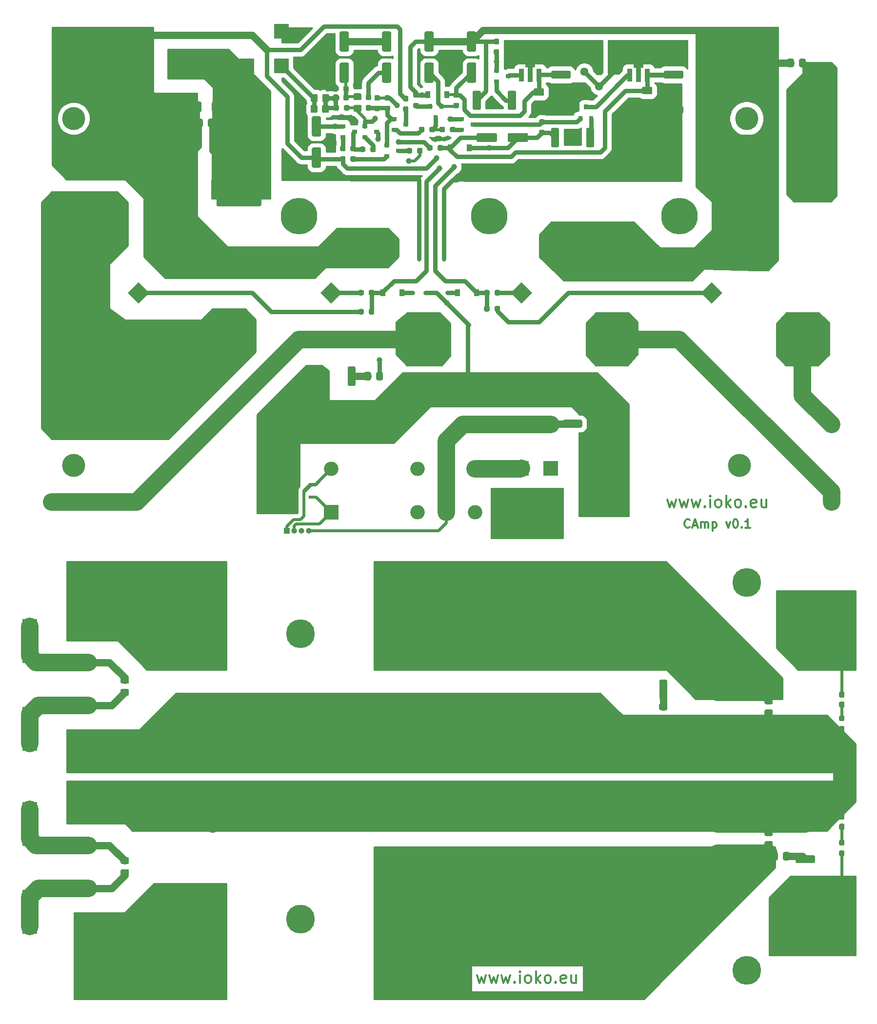
<source format=gtl>
G04 #@! TF.GenerationSoftware,KiCad,Pcbnew,5.1.7-a382d34a8~88~ubuntu18.04.1*
G04 #@! TF.CreationDate,2021-06-01T18:59:40+03:00*
G04 #@! TF.ProjectId,amplifier,616d706c-6966-4696-9572-2e6b69636164,rev?*
G04 #@! TF.SameCoordinates,Original*
G04 #@! TF.FileFunction,Copper,L1,Top*
G04 #@! TF.FilePolarity,Positive*
%FSLAX46Y46*%
G04 Gerber Fmt 4.6, Leading zero omitted, Abs format (unit mm)*
G04 Created by KiCad (PCBNEW 5.1.7-a382d34a8~88~ubuntu18.04.1) date 2021-06-01 18:59:40*
%MOMM*%
%LPD*%
G01*
G04 APERTURE LIST*
G04 #@! TA.AperFunction,NonConductor*
%ADD10C,0.300000*%
G04 #@! TD*
G04 #@! TA.AperFunction,ComponentPad*
%ADD11C,2.000000*%
G04 #@! TD*
G04 #@! TA.AperFunction,ComponentPad*
%ADD12R,2.000000X2.000000*%
G04 #@! TD*
G04 #@! TA.AperFunction,ComponentPad*
%ADD13R,2.500000X2.500000*%
G04 #@! TD*
G04 #@! TA.AperFunction,ComponentPad*
%ADD14O,2.400000X2.400000*%
G04 #@! TD*
G04 #@! TA.AperFunction,ComponentPad*
%ADD15C,2.400000*%
G04 #@! TD*
G04 #@! TA.AperFunction,ComponentPad*
%ADD16C,3.000000*%
G04 #@! TD*
G04 #@! TA.AperFunction,ComponentPad*
%ADD17O,2.000000X2.000000*%
G04 #@! TD*
G04 #@! TA.AperFunction,ComponentPad*
%ADD18C,6.350000*%
G04 #@! TD*
G04 #@! TA.AperFunction,ComponentPad*
%ADD19C,2.600000*%
G04 #@! TD*
G04 #@! TA.AperFunction,ComponentPad*
%ADD20C,0.100000*%
G04 #@! TD*
G04 #@! TA.AperFunction,SMDPad,CuDef*
%ADD21R,0.900000X0.800000*%
G04 #@! TD*
G04 #@! TA.AperFunction,SMDPad,CuDef*
%ADD22R,0.800000X0.900000*%
G04 #@! TD*
G04 #@! TA.AperFunction,SMDPad,CuDef*
%ADD23R,0.900000X1.200000*%
G04 #@! TD*
G04 #@! TA.AperFunction,SMDPad,CuDef*
%ADD24C,0.100000*%
G04 #@! TD*
G04 #@! TA.AperFunction,SMDPad,CuDef*
%ADD25R,0.900000X2.300000*%
G04 #@! TD*
G04 #@! TA.AperFunction,SMDPad,CuDef*
%ADD26R,0.500000X0.500000*%
G04 #@! TD*
G04 #@! TA.AperFunction,ComponentPad*
%ADD27C,1.440000*%
G04 #@! TD*
G04 #@! TA.AperFunction,ComponentPad*
%ADD28O,2.500000X2.500000*%
G04 #@! TD*
G04 #@! TA.AperFunction,SMDPad,CuDef*
%ADD29R,2.500000X2.500000*%
G04 #@! TD*
G04 #@! TA.AperFunction,ComponentPad*
%ADD30R,1.000000X1.000000*%
G04 #@! TD*
G04 #@! TA.AperFunction,ComponentPad*
%ADD31O,1.000000X1.000000*%
G04 #@! TD*
G04 #@! TA.AperFunction,ViaPad*
%ADD32C,4.000000*%
G04 #@! TD*
G04 #@! TA.AperFunction,ViaPad*
%ADD33C,5.000000*%
G04 #@! TD*
G04 #@! TA.AperFunction,ViaPad*
%ADD34C,1.000000*%
G04 #@! TD*
G04 #@! TA.AperFunction,ViaPad*
%ADD35C,1.400000*%
G04 #@! TD*
G04 #@! TA.AperFunction,ViaPad*
%ADD36C,0.800000*%
G04 #@! TD*
G04 #@! TA.AperFunction,Conductor*
%ADD37C,3.048000*%
G04 #@! TD*
G04 #@! TA.AperFunction,Conductor*
%ADD38C,1.270000*%
G04 #@! TD*
G04 #@! TA.AperFunction,Conductor*
%ADD39C,0.250000*%
G04 #@! TD*
G04 #@! TA.AperFunction,Conductor*
%ADD40C,0.508000*%
G04 #@! TD*
G04 #@! TA.AperFunction,Conductor*
%ADD41C,0.762000*%
G04 #@! TD*
G04 #@! TA.AperFunction,Conductor*
%ADD42C,0.254000*%
G04 #@! TD*
G04 #@! TA.AperFunction,Conductor*
%ADD43C,0.100000*%
G04 #@! TD*
G04 #@! TA.AperFunction,NonConductor*
%ADD44C,0.254000*%
G04 #@! TD*
G04 #@! TA.AperFunction,NonConductor*
%ADD45C,0.100000*%
G04 #@! TD*
G04 APERTURE END LIST*
D10*
X104617333Y-184991428D02*
X104998285Y-186324761D01*
X105379238Y-185372380D01*
X105760190Y-186324761D01*
X106141142Y-184991428D01*
X106712571Y-184991428D02*
X107093523Y-186324761D01*
X107474476Y-185372380D01*
X107855428Y-186324761D01*
X108236380Y-184991428D01*
X108807809Y-184991428D02*
X109188761Y-186324761D01*
X109569714Y-185372380D01*
X109950666Y-186324761D01*
X110331619Y-184991428D01*
X111093523Y-186134285D02*
X111188761Y-186229523D01*
X111093523Y-186324761D01*
X110998285Y-186229523D01*
X111093523Y-186134285D01*
X111093523Y-186324761D01*
X112045904Y-186324761D02*
X112045904Y-184991428D01*
X112045904Y-184324761D02*
X111950666Y-184420000D01*
X112045904Y-184515238D01*
X112141142Y-184420000D01*
X112045904Y-184324761D01*
X112045904Y-184515238D01*
X113284000Y-186324761D02*
X113093523Y-186229523D01*
X112998285Y-186134285D01*
X112903047Y-185943809D01*
X112903047Y-185372380D01*
X112998285Y-185181904D01*
X113093523Y-185086666D01*
X113284000Y-184991428D01*
X113569714Y-184991428D01*
X113760190Y-185086666D01*
X113855428Y-185181904D01*
X113950666Y-185372380D01*
X113950666Y-185943809D01*
X113855428Y-186134285D01*
X113760190Y-186229523D01*
X113569714Y-186324761D01*
X113284000Y-186324761D01*
X114807809Y-186324761D02*
X114807809Y-184324761D01*
X114998285Y-185562857D02*
X115569714Y-186324761D01*
X115569714Y-184991428D02*
X114807809Y-185753333D01*
X116712571Y-186324761D02*
X116522095Y-186229523D01*
X116426857Y-186134285D01*
X116331619Y-185943809D01*
X116331619Y-185372380D01*
X116426857Y-185181904D01*
X116522095Y-185086666D01*
X116712571Y-184991428D01*
X116998285Y-184991428D01*
X117188761Y-185086666D01*
X117284000Y-185181904D01*
X117379238Y-185372380D01*
X117379238Y-185943809D01*
X117284000Y-186134285D01*
X117188761Y-186229523D01*
X116998285Y-186324761D01*
X116712571Y-186324761D01*
X118236380Y-186134285D02*
X118331619Y-186229523D01*
X118236380Y-186324761D01*
X118141142Y-186229523D01*
X118236380Y-186134285D01*
X118236380Y-186324761D01*
X119950666Y-186229523D02*
X119760190Y-186324761D01*
X119379238Y-186324761D01*
X119188761Y-186229523D01*
X119093523Y-186039047D01*
X119093523Y-185277142D01*
X119188761Y-185086666D01*
X119379238Y-184991428D01*
X119760190Y-184991428D01*
X119950666Y-185086666D01*
X120045904Y-185277142D01*
X120045904Y-185467619D01*
X119093523Y-185658095D01*
X121760190Y-184991428D02*
X121760190Y-186324761D01*
X120903047Y-184991428D02*
X120903047Y-186039047D01*
X120998285Y-186229523D01*
X121188761Y-186324761D01*
X121474476Y-186324761D01*
X121664952Y-186229523D01*
X121760190Y-186134285D01*
X141518285Y-107215714D02*
X141446857Y-107287142D01*
X141232571Y-107358571D01*
X141089714Y-107358571D01*
X140875428Y-107287142D01*
X140732571Y-107144285D01*
X140661142Y-107001428D01*
X140589714Y-106715714D01*
X140589714Y-106501428D01*
X140661142Y-106215714D01*
X140732571Y-106072857D01*
X140875428Y-105930000D01*
X141089714Y-105858571D01*
X141232571Y-105858571D01*
X141446857Y-105930000D01*
X141518285Y-106001428D01*
X142089714Y-106930000D02*
X142804000Y-106930000D01*
X141946857Y-107358571D02*
X142446857Y-105858571D01*
X142946857Y-107358571D01*
X143446857Y-107358571D02*
X143446857Y-106358571D01*
X143446857Y-106501428D02*
X143518285Y-106430000D01*
X143661142Y-106358571D01*
X143875428Y-106358571D01*
X144018285Y-106430000D01*
X144089714Y-106572857D01*
X144089714Y-107358571D01*
X144089714Y-106572857D02*
X144161142Y-106430000D01*
X144304000Y-106358571D01*
X144518285Y-106358571D01*
X144661142Y-106430000D01*
X144732571Y-106572857D01*
X144732571Y-107358571D01*
X145446857Y-106358571D02*
X145446857Y-107858571D01*
X145446857Y-106430000D02*
X145589714Y-106358571D01*
X145875428Y-106358571D01*
X146018285Y-106430000D01*
X146089714Y-106501428D01*
X146161142Y-106644285D01*
X146161142Y-107072857D01*
X146089714Y-107215714D01*
X146018285Y-107287142D01*
X145875428Y-107358571D01*
X145589714Y-107358571D01*
X145446857Y-107287142D01*
X147804000Y-106358571D02*
X148161142Y-107358571D01*
X148518285Y-106358571D01*
X149375428Y-105858571D02*
X149518285Y-105858571D01*
X149661142Y-105930000D01*
X149732571Y-106001428D01*
X149804000Y-106144285D01*
X149875428Y-106430000D01*
X149875428Y-106787142D01*
X149804000Y-107072857D01*
X149732571Y-107215714D01*
X149661142Y-107287142D01*
X149518285Y-107358571D01*
X149375428Y-107358571D01*
X149232571Y-107287142D01*
X149161142Y-107215714D01*
X149089714Y-107072857D01*
X149018285Y-106787142D01*
X149018285Y-106430000D01*
X149089714Y-106144285D01*
X149161142Y-106001428D01*
X149232571Y-105930000D01*
X149375428Y-105858571D01*
X150518285Y-107215714D02*
X150589714Y-107287142D01*
X150518285Y-107358571D01*
X150446857Y-107287142D01*
X150518285Y-107215714D01*
X150518285Y-107358571D01*
X152018285Y-107358571D02*
X151161142Y-107358571D01*
X151589714Y-107358571D02*
X151589714Y-105858571D01*
X151446857Y-106072857D01*
X151304000Y-106215714D01*
X151161142Y-106287142D01*
X137637333Y-102441428D02*
X138018285Y-103774761D01*
X138399238Y-102822380D01*
X138780190Y-103774761D01*
X139161142Y-102441428D01*
X139732571Y-102441428D02*
X140113523Y-103774761D01*
X140494476Y-102822380D01*
X140875428Y-103774761D01*
X141256380Y-102441428D01*
X141827809Y-102441428D02*
X142208761Y-103774761D01*
X142589714Y-102822380D01*
X142970666Y-103774761D01*
X143351619Y-102441428D01*
X144113523Y-103584285D02*
X144208761Y-103679523D01*
X144113523Y-103774761D01*
X144018285Y-103679523D01*
X144113523Y-103584285D01*
X144113523Y-103774761D01*
X145065904Y-103774761D02*
X145065904Y-102441428D01*
X145065904Y-101774761D02*
X144970666Y-101870000D01*
X145065904Y-101965238D01*
X145161142Y-101870000D01*
X145065904Y-101774761D01*
X145065904Y-101965238D01*
X146304000Y-103774761D02*
X146113523Y-103679523D01*
X146018285Y-103584285D01*
X145923047Y-103393809D01*
X145923047Y-102822380D01*
X146018285Y-102631904D01*
X146113523Y-102536666D01*
X146304000Y-102441428D01*
X146589714Y-102441428D01*
X146780190Y-102536666D01*
X146875428Y-102631904D01*
X146970666Y-102822380D01*
X146970666Y-103393809D01*
X146875428Y-103584285D01*
X146780190Y-103679523D01*
X146589714Y-103774761D01*
X146304000Y-103774761D01*
X147827809Y-103774761D02*
X147827809Y-101774761D01*
X148018285Y-103012857D02*
X148589714Y-103774761D01*
X148589714Y-102441428D02*
X147827809Y-103203333D01*
X149732571Y-103774761D02*
X149542095Y-103679523D01*
X149446857Y-103584285D01*
X149351619Y-103393809D01*
X149351619Y-102822380D01*
X149446857Y-102631904D01*
X149542095Y-102536666D01*
X149732571Y-102441428D01*
X150018285Y-102441428D01*
X150208761Y-102536666D01*
X150304000Y-102631904D01*
X150399238Y-102822380D01*
X150399238Y-103393809D01*
X150304000Y-103584285D01*
X150208761Y-103679523D01*
X150018285Y-103774761D01*
X149732571Y-103774761D01*
X151256380Y-103584285D02*
X151351619Y-103679523D01*
X151256380Y-103774761D01*
X151161142Y-103679523D01*
X151256380Y-103584285D01*
X151256380Y-103774761D01*
X152970666Y-103679523D02*
X152780190Y-103774761D01*
X152399238Y-103774761D01*
X152208761Y-103679523D01*
X152113523Y-103489047D01*
X152113523Y-102727142D01*
X152208761Y-102536666D01*
X152399238Y-102441428D01*
X152780190Y-102441428D01*
X152970666Y-102536666D01*
X153065904Y-102727142D01*
X153065904Y-102917619D01*
X152113523Y-103108095D01*
X154780190Y-102441428D02*
X154780190Y-103774761D01*
X153923047Y-102441428D02*
X153923047Y-103489047D01*
X154018285Y-103679523D01*
X154208761Y-103774761D01*
X154494476Y-103774761D01*
X154684952Y-103679523D01*
X154780190Y-103584285D01*
D11*
X58674000Y-171450000D03*
D12*
X58674000Y-158750000D03*
G04 #@! TA.AperFunction,SMDPad,CuDef*
G36*
G01*
X162969001Y-159448000D02*
X160118999Y-159448000D01*
G75*
G02*
X159869000Y-159198001I0J249999D01*
G01*
X159869000Y-158297999D01*
G75*
G02*
X160118999Y-158048000I249999J0D01*
G01*
X162969001Y-158048000D01*
G75*
G02*
X163219000Y-158297999I0J-249999D01*
G01*
X163219000Y-159198001D01*
G75*
G02*
X162969001Y-159448000I-249999J0D01*
G01*
G37*
G04 #@! TD.AperFunction*
G04 #@! TA.AperFunction,SMDPad,CuDef*
G36*
G01*
X162969001Y-165548000D02*
X160118999Y-165548000D01*
G75*
G02*
X159869000Y-165298001I0J249999D01*
G01*
X159869000Y-164397999D01*
G75*
G02*
X160118999Y-164148000I249999J0D01*
G01*
X162969001Y-164148000D01*
G75*
G02*
X163219000Y-164397999I0J-249999D01*
G01*
X163219000Y-165298001D01*
G75*
G02*
X162969001Y-165548000I-249999J0D01*
G01*
G37*
G04 #@! TD.AperFunction*
D13*
X167894000Y-152400000D03*
X167894000Y-147320000D03*
D14*
X89154000Y-184150000D03*
D15*
X58674000Y-184150000D03*
G04 #@! TA.AperFunction,SMDPad,CuDef*
G36*
G01*
X168131500Y-158005000D02*
X167656500Y-158005000D01*
G75*
G02*
X167419000Y-157767500I0J237500D01*
G01*
X167419000Y-157192500D01*
G75*
G02*
X167656500Y-156955000I237500J0D01*
G01*
X168131500Y-156955000D01*
G75*
G02*
X168369000Y-157192500I0J-237500D01*
G01*
X168369000Y-157767500D01*
G75*
G02*
X168131500Y-158005000I-237500J0D01*
G01*
G37*
G04 #@! TD.AperFunction*
G04 #@! TA.AperFunction,SMDPad,CuDef*
G36*
G01*
X168131500Y-159755000D02*
X167656500Y-159755000D01*
G75*
G02*
X167419000Y-159517500I0J237500D01*
G01*
X167419000Y-158942500D01*
G75*
G02*
X167656500Y-158705000I237500J0D01*
G01*
X168131500Y-158705000D01*
G75*
G02*
X168369000Y-158942500I0J-237500D01*
G01*
X168369000Y-159517500D01*
G75*
G02*
X168131500Y-159755000I-237500J0D01*
G01*
G37*
G04 #@! TD.AperFunction*
G04 #@! TA.AperFunction,SMDPad,CuDef*
G36*
G01*
X167656500Y-163342500D02*
X168131500Y-163342500D01*
G75*
G02*
X168369000Y-163580000I0J-237500D01*
G01*
X168369000Y-164080000D01*
G75*
G02*
X168131500Y-164317500I-237500J0D01*
G01*
X167656500Y-164317500D01*
G75*
G02*
X167419000Y-164080000I0J237500D01*
G01*
X167419000Y-163580000D01*
G75*
G02*
X167656500Y-163342500I237500J0D01*
G01*
G37*
G04 #@! TD.AperFunction*
G04 #@! TA.AperFunction,SMDPad,CuDef*
G36*
G01*
X167656500Y-161517500D02*
X168131500Y-161517500D01*
G75*
G02*
X168369000Y-161755000I0J-237500D01*
G01*
X168369000Y-162255000D01*
G75*
G02*
X168131500Y-162492500I-237500J0D01*
G01*
X167656500Y-162492500D01*
G75*
G02*
X167419000Y-162255000I0J237500D01*
G01*
X167419000Y-161755000D01*
G75*
G02*
X167656500Y-161517500I237500J0D01*
G01*
G37*
G04 #@! TD.AperFunction*
D11*
X115824000Y-171450000D03*
D12*
X115824000Y-158750000D03*
D11*
X115824000Y-140970000D03*
D12*
X115824000Y-128270000D03*
D13*
X167894000Y-123190000D03*
X167894000Y-128270000D03*
X26924000Y-129540000D03*
X26924000Y-124460000D03*
X26924000Y-171450000D03*
X26924000Y-176530000D03*
G04 #@! TA.AperFunction,SMDPad,CuDef*
G36*
G01*
X167656500Y-139927500D02*
X168131500Y-139927500D01*
G75*
G02*
X168369000Y-140165000I0J-237500D01*
G01*
X168369000Y-140665000D01*
G75*
G02*
X168131500Y-140902500I-237500J0D01*
G01*
X167656500Y-140902500D01*
G75*
G02*
X167419000Y-140665000I0J237500D01*
G01*
X167419000Y-140165000D01*
G75*
G02*
X167656500Y-139927500I237500J0D01*
G01*
G37*
G04 #@! TD.AperFunction*
G04 #@! TA.AperFunction,SMDPad,CuDef*
G36*
G01*
X167656500Y-141752500D02*
X168131500Y-141752500D01*
G75*
G02*
X168369000Y-141990000I0J-237500D01*
G01*
X168369000Y-142490000D01*
G75*
G02*
X168131500Y-142727500I-237500J0D01*
G01*
X167656500Y-142727500D01*
G75*
G02*
X167419000Y-142490000I0J237500D01*
G01*
X167419000Y-141990000D01*
G75*
G02*
X167656500Y-141752500I237500J0D01*
G01*
G37*
G04 #@! TD.AperFunction*
G04 #@! TA.AperFunction,SMDPad,CuDef*
G36*
G01*
X136431000Y-137821000D02*
X137381000Y-137821000D01*
G75*
G02*
X137631000Y-138071000I0J-250000D01*
G01*
X137631000Y-138746000D01*
G75*
G02*
X137381000Y-138996000I-250000J0D01*
G01*
X136431000Y-138996000D01*
G75*
G02*
X136181000Y-138746000I0J250000D01*
G01*
X136181000Y-138071000D01*
G75*
G02*
X136431000Y-137821000I250000J0D01*
G01*
G37*
G04 #@! TD.AperFunction*
G04 #@! TA.AperFunction,SMDPad,CuDef*
G36*
G01*
X136431000Y-139896000D02*
X137381000Y-139896000D01*
G75*
G02*
X137631000Y-140146000I0J-250000D01*
G01*
X137631000Y-140821000D01*
G75*
G02*
X137381000Y-141071000I-250000J0D01*
G01*
X136431000Y-141071000D01*
G75*
G02*
X136181000Y-140821000I0J250000D01*
G01*
X136181000Y-140146000D01*
G75*
G02*
X136431000Y-139896000I250000J0D01*
G01*
G37*
G04 #@! TD.AperFunction*
G04 #@! TA.AperFunction,SMDPad,CuDef*
G36*
G01*
X168131500Y-138560000D02*
X167656500Y-138560000D01*
G75*
G02*
X167419000Y-138322500I0J237500D01*
G01*
X167419000Y-137747500D01*
G75*
G02*
X167656500Y-137510000I237500J0D01*
G01*
X168131500Y-137510000D01*
G75*
G02*
X168369000Y-137747500I0J-237500D01*
G01*
X168369000Y-138322500D01*
G75*
G02*
X168131500Y-138560000I-237500J0D01*
G01*
G37*
G04 #@! TD.AperFunction*
G04 #@! TA.AperFunction,SMDPad,CuDef*
G36*
G01*
X168131500Y-136810000D02*
X167656500Y-136810000D01*
G75*
G02*
X167419000Y-136572500I0J237500D01*
G01*
X167419000Y-135997500D01*
G75*
G02*
X167656500Y-135760000I237500J0D01*
G01*
X168131500Y-135760000D01*
G75*
G02*
X168369000Y-135997500I0J-237500D01*
G01*
X168369000Y-136572500D01*
G75*
G02*
X168131500Y-136810000I-237500J0D01*
G01*
G37*
G04 #@! TD.AperFunction*
G04 #@! TA.AperFunction,SMDPad,CuDef*
G36*
G01*
X154719000Y-161740000D02*
X155669000Y-161740000D01*
G75*
G02*
X155919000Y-161990000I0J-250000D01*
G01*
X155919000Y-162665000D01*
G75*
G02*
X155669000Y-162915000I-250000J0D01*
G01*
X154719000Y-162915000D01*
G75*
G02*
X154469000Y-162665000I0J250000D01*
G01*
X154469000Y-161990000D01*
G75*
G02*
X154719000Y-161740000I250000J0D01*
G01*
G37*
G04 #@! TD.AperFunction*
G04 #@! TA.AperFunction,SMDPad,CuDef*
G36*
G01*
X154719000Y-159665000D02*
X155669000Y-159665000D01*
G75*
G02*
X155919000Y-159915000I0J-250000D01*
G01*
X155919000Y-160590000D01*
G75*
G02*
X155669000Y-160840000I-250000J0D01*
G01*
X154719000Y-160840000D01*
G75*
G02*
X154469000Y-160590000I0J250000D01*
G01*
X154469000Y-159915000D01*
G75*
G02*
X154719000Y-159665000I250000J0D01*
G01*
G37*
G04 #@! TD.AperFunction*
D16*
X160274000Y-128270000D03*
X137674000Y-128270000D03*
D13*
X167894000Y-171450000D03*
X167894000Y-176530000D03*
G04 #@! TA.AperFunction,SMDPad,CuDef*
G36*
G01*
X158851000Y-163863000D02*
X158851000Y-164813000D01*
G75*
G02*
X158601000Y-165063000I-250000J0D01*
G01*
X157926000Y-165063000D01*
G75*
G02*
X157676000Y-164813000I0J250000D01*
G01*
X157676000Y-163863000D01*
G75*
G02*
X157926000Y-163613000I250000J0D01*
G01*
X158601000Y-163613000D01*
G75*
G02*
X158851000Y-163863000I0J-250000D01*
G01*
G37*
G04 #@! TD.AperFunction*
G04 #@! TA.AperFunction,SMDPad,CuDef*
G36*
G01*
X156776000Y-163863000D02*
X156776000Y-164813000D01*
G75*
G02*
X156526000Y-165063000I-250000J0D01*
G01*
X155851000Y-165063000D01*
G75*
G02*
X155601000Y-164813000I0J250000D01*
G01*
X155601000Y-163863000D01*
G75*
G02*
X155851000Y-163613000I250000J0D01*
G01*
X156526000Y-163613000D01*
G75*
G02*
X156776000Y-163863000I0J-250000D01*
G01*
G37*
G04 #@! TD.AperFunction*
D12*
X89154000Y-128270000D03*
D11*
X89154000Y-140970000D03*
D12*
X58674000Y-128270000D03*
D11*
X58674000Y-140970000D03*
G04 #@! TA.AperFunction,SMDPad,CuDef*
G36*
G01*
X42959000Y-135302500D02*
X43909000Y-135302500D01*
G75*
G02*
X44159000Y-135552500I0J-250000D01*
G01*
X44159000Y-136227500D01*
G75*
G02*
X43909000Y-136477500I-250000J0D01*
G01*
X42959000Y-136477500D01*
G75*
G02*
X42709000Y-136227500I0J250000D01*
G01*
X42709000Y-135552500D01*
G75*
G02*
X42959000Y-135302500I250000J0D01*
G01*
G37*
G04 #@! TD.AperFunction*
G04 #@! TA.AperFunction,SMDPad,CuDef*
G36*
G01*
X42959000Y-133227500D02*
X43909000Y-133227500D01*
G75*
G02*
X44159000Y-133477500I0J-250000D01*
G01*
X44159000Y-134152500D01*
G75*
G02*
X43909000Y-134402500I-250000J0D01*
G01*
X42959000Y-134402500D01*
G75*
G02*
X42709000Y-134152500I0J250000D01*
G01*
X42709000Y-133477500D01*
G75*
G02*
X42959000Y-133227500I250000J0D01*
G01*
G37*
G04 #@! TD.AperFunction*
X37084000Y-162440000D03*
D12*
X37084000Y-154940000D03*
D11*
X37084000Y-169940000D03*
X37084000Y-177440000D03*
G04 #@! TA.AperFunction,SMDPad,CuDef*
G36*
G01*
X154719000Y-138880000D02*
X155669000Y-138880000D01*
G75*
G02*
X155919000Y-139130000I0J-250000D01*
G01*
X155919000Y-139805000D01*
G75*
G02*
X155669000Y-140055000I-250000J0D01*
G01*
X154719000Y-140055000D01*
G75*
G02*
X154469000Y-139805000I0J250000D01*
G01*
X154469000Y-139130000D01*
G75*
G02*
X154719000Y-138880000I250000J0D01*
G01*
G37*
G04 #@! TD.AperFunction*
G04 #@! TA.AperFunction,SMDPad,CuDef*
G36*
G01*
X154719000Y-136805000D02*
X155669000Y-136805000D01*
G75*
G02*
X155919000Y-137055000I0J-250000D01*
G01*
X155919000Y-137730000D01*
G75*
G02*
X155669000Y-137980000I-250000J0D01*
G01*
X154719000Y-137980000D01*
G75*
G02*
X154469000Y-137730000I0J250000D01*
G01*
X154469000Y-137055000D01*
G75*
G02*
X154719000Y-136805000I250000J0D01*
G01*
G37*
G04 #@! TD.AperFunction*
D13*
X26924000Y-144780000D03*
X26924000Y-139700000D03*
X26924000Y-161290000D03*
X26924000Y-156210000D03*
D12*
X132334000Y-128270000D03*
D17*
X132334000Y-143270000D03*
D16*
X137674000Y-171450000D03*
X160274000Y-171450000D03*
G04 #@! TA.AperFunction,SMDPad,CuDef*
G36*
G01*
X136204000Y-136807001D02*
X136204000Y-133956999D01*
G75*
G02*
X136453999Y-133707000I249999J0D01*
G01*
X137354001Y-133707000D01*
G75*
G02*
X137604000Y-133956999I0J-249999D01*
G01*
X137604000Y-136807001D01*
G75*
G02*
X137354001Y-137057000I-249999J0D01*
G01*
X136453999Y-137057000D01*
G75*
G02*
X136204000Y-136807001I0J249999D01*
G01*
G37*
G04 #@! TD.AperFunction*
G04 #@! TA.AperFunction,SMDPad,CuDef*
G36*
G01*
X142304000Y-136807001D02*
X142304000Y-133956999D01*
G75*
G02*
X142553999Y-133707000I249999J0D01*
G01*
X143454001Y-133707000D01*
G75*
G02*
X143704000Y-133956999I0J-249999D01*
G01*
X143704000Y-136807001D01*
G75*
G02*
X143454001Y-137057000I-249999J0D01*
G01*
X142553999Y-137057000D01*
G75*
G02*
X142304000Y-136807001I0J249999D01*
G01*
G37*
G04 #@! TD.AperFunction*
D11*
X37084000Y-145690000D03*
X37084000Y-138190000D03*
D12*
X37084000Y-123190000D03*
D11*
X37084000Y-130690000D03*
D15*
X58674000Y-116840000D03*
D14*
X89154000Y-116840000D03*
D17*
X132588000Y-171210000D03*
D12*
X132588000Y-156210000D03*
X89154000Y-158750000D03*
D11*
X89154000Y-171450000D03*
G04 #@! TA.AperFunction,SMDPad,CuDef*
G36*
G01*
X42959000Y-164512500D02*
X43909000Y-164512500D01*
G75*
G02*
X44159000Y-164762500I0J-250000D01*
G01*
X44159000Y-165437500D01*
G75*
G02*
X43909000Y-165687500I-250000J0D01*
G01*
X42959000Y-165687500D01*
G75*
G02*
X42709000Y-165437500I0J250000D01*
G01*
X42709000Y-164762500D01*
G75*
G02*
X42959000Y-164512500I250000J0D01*
G01*
G37*
G04 #@! TD.AperFunction*
G04 #@! TA.AperFunction,SMDPad,CuDef*
G36*
G01*
X42959000Y-166587500D02*
X43909000Y-166587500D01*
G75*
G02*
X44159000Y-166837500I0J-250000D01*
G01*
X44159000Y-167512500D01*
G75*
G02*
X43909000Y-167762500I-250000J0D01*
G01*
X42959000Y-167762500D01*
G75*
G02*
X42709000Y-167512500I0J250000D01*
G01*
X42709000Y-166837500D01*
G75*
G02*
X42959000Y-166587500I250000J0D01*
G01*
G37*
G04 #@! TD.AperFunction*
D18*
X128071837Y-74644373D03*
X106717212Y-53289748D03*
D19*
X119989606Y-58826394D03*
G04 #@! TA.AperFunction,ComponentPad*
D20*
G36*
X110429522Y-66548000D02*
G01*
X112268000Y-64709522D01*
X114106478Y-66548000D01*
X112268000Y-68386478D01*
X110429522Y-66548000D01*
G37*
G04 #@! TD.AperFunction*
G04 #@! TA.AperFunction,SMDPad,CuDef*
G36*
G01*
X94217500Y-34547000D02*
X93742500Y-34547000D01*
G75*
G02*
X93505000Y-34309500I0J237500D01*
G01*
X93505000Y-33809500D01*
G75*
G02*
X93742500Y-33572000I237500J0D01*
G01*
X94217500Y-33572000D01*
G75*
G02*
X94455000Y-33809500I0J-237500D01*
G01*
X94455000Y-34309500D01*
G75*
G02*
X94217500Y-34547000I-237500J0D01*
G01*
G37*
G04 #@! TD.AperFunction*
G04 #@! TA.AperFunction,SMDPad,CuDef*
G36*
G01*
X94217500Y-32722000D02*
X93742500Y-32722000D01*
G75*
G02*
X93505000Y-32484500I0J237500D01*
G01*
X93505000Y-31984500D01*
G75*
G02*
X93742500Y-31747000I237500J0D01*
G01*
X94217500Y-31747000D01*
G75*
G02*
X94455000Y-31984500I0J-237500D01*
G01*
X94455000Y-32484500D01*
G75*
G02*
X94217500Y-32722000I-237500J0D01*
G01*
G37*
G04 #@! TD.AperFunction*
G04 #@! TA.AperFunction,SMDPad,CuDef*
G36*
G01*
X113416000Y-39074000D02*
X113416000Y-40174000D01*
G75*
G02*
X113166000Y-40424000I-250000J0D01*
G01*
X110166000Y-40424000D01*
G75*
G02*
X109916000Y-40174000I0J250000D01*
G01*
X109916000Y-39074000D01*
G75*
G02*
X110166000Y-38824000I250000J0D01*
G01*
X113166000Y-38824000D01*
G75*
G02*
X113416000Y-39074000I0J-250000D01*
G01*
G37*
G04 #@! TD.AperFunction*
G04 #@! TA.AperFunction,SMDPad,CuDef*
G36*
G01*
X108016000Y-39074000D02*
X108016000Y-40174000D01*
G75*
G02*
X107766000Y-40424000I-250000J0D01*
G01*
X104766000Y-40424000D01*
G75*
G02*
X104516000Y-40174000I0J250000D01*
G01*
X104516000Y-39074000D01*
G75*
G02*
X104766000Y-38824000I250000J0D01*
G01*
X107766000Y-38824000D01*
G75*
G02*
X108016000Y-39074000I0J-250000D01*
G01*
G37*
G04 #@! TD.AperFunction*
D18*
X161091837Y-74644373D03*
X139737212Y-53289748D03*
D19*
X153009606Y-58826394D03*
G04 #@! TA.AperFunction,ComponentPad*
D20*
G36*
X143449522Y-66548000D02*
G01*
X145288000Y-64709522D01*
X147126478Y-66548000D01*
X145288000Y-68386478D01*
X143449522Y-66548000D01*
G37*
G04 #@! TD.AperFunction*
G04 #@! TA.AperFunction,SMDPad,CuDef*
G36*
G01*
X153860000Y-39391997D02*
X153860000Y-48492003D01*
G75*
G02*
X153610003Y-48742000I-249997J0D01*
G01*
X146309997Y-48742000D01*
G75*
G02*
X146060000Y-48492003I0J249997D01*
G01*
X146060000Y-39391997D01*
G75*
G02*
X146309997Y-39142000I249997J0D01*
G01*
X153610003Y-39142000D01*
G75*
G02*
X153860000Y-39391997I0J-249997D01*
G01*
G37*
G04 #@! TD.AperFunction*
G04 #@! TA.AperFunction,SMDPad,CuDef*
G36*
G01*
X166360000Y-39391997D02*
X166360000Y-48492003D01*
G75*
G02*
X166110003Y-48742000I-249997J0D01*
G01*
X158809997Y-48742000D01*
G75*
G02*
X158560000Y-48492003I0J249997D01*
G01*
X158560000Y-39391997D01*
G75*
G02*
X158809997Y-39142000I249997J0D01*
G01*
X166110003Y-39142000D01*
G75*
G02*
X166360000Y-39391997I0J-249997D01*
G01*
G37*
G04 #@! TD.AperFunction*
G04 #@! TA.AperFunction,SMDPad,CuDef*
G36*
G01*
X108187500Y-23451000D02*
X107712500Y-23451000D01*
G75*
G02*
X107475000Y-23213500I0J237500D01*
G01*
X107475000Y-22713500D01*
G75*
G02*
X107712500Y-22476000I237500J0D01*
G01*
X108187500Y-22476000D01*
G75*
G02*
X108425000Y-22713500I0J-237500D01*
G01*
X108425000Y-23213500D01*
G75*
G02*
X108187500Y-23451000I-237500J0D01*
G01*
G37*
G04 #@! TD.AperFunction*
G04 #@! TA.AperFunction,SMDPad,CuDef*
G36*
G01*
X108187500Y-25276000D02*
X107712500Y-25276000D01*
G75*
G02*
X107475000Y-25038500I0J237500D01*
G01*
X107475000Y-24538500D01*
G75*
G02*
X107712500Y-24301000I237500J0D01*
G01*
X108187500Y-24301000D01*
G75*
G02*
X108425000Y-24538500I0J-237500D01*
G01*
X108425000Y-25038500D01*
G75*
G02*
X108187500Y-25276000I-237500J0D01*
G01*
G37*
G04 #@! TD.AperFunction*
G04 #@! TA.AperFunction,SMDPad,CuDef*
G36*
G01*
X82084000Y-24704000D02*
X80984000Y-24704000D01*
G75*
G02*
X80734000Y-24454000I0J250000D01*
G01*
X80734000Y-21454000D01*
G75*
G02*
X80984000Y-21204000I250000J0D01*
G01*
X82084000Y-21204000D01*
G75*
G02*
X82334000Y-21454000I0J-250000D01*
G01*
X82334000Y-24454000D01*
G75*
G02*
X82084000Y-24704000I-250000J0D01*
G01*
G37*
G04 #@! TD.AperFunction*
G04 #@! TA.AperFunction,SMDPad,CuDef*
G36*
G01*
X82084000Y-30104000D02*
X80984000Y-30104000D01*
G75*
G02*
X80734000Y-29854000I0J250000D01*
G01*
X80734000Y-26854000D01*
G75*
G02*
X80984000Y-26604000I250000J0D01*
G01*
X82084000Y-26604000D01*
G75*
G02*
X82334000Y-26854000I0J-250000D01*
G01*
X82334000Y-29854000D01*
G75*
G02*
X82084000Y-30104000I-250000J0D01*
G01*
G37*
G04 #@! TD.AperFunction*
G04 #@! TA.AperFunction,SMDPad,CuDef*
G36*
G01*
X80602900Y-34230300D02*
X80602900Y-34705300D01*
G75*
G02*
X80365400Y-34942800I-237500J0D01*
G01*
X79865400Y-34942800D01*
G75*
G02*
X79627900Y-34705300I0J237500D01*
G01*
X79627900Y-34230300D01*
G75*
G02*
X79865400Y-33992800I237500J0D01*
G01*
X80365400Y-33992800D01*
G75*
G02*
X80602900Y-34230300I0J-237500D01*
G01*
G37*
G04 #@! TD.AperFunction*
G04 #@! TA.AperFunction,SMDPad,CuDef*
G36*
G01*
X82427900Y-34230300D02*
X82427900Y-34705300D01*
G75*
G02*
X82190400Y-34942800I-237500J0D01*
G01*
X81690400Y-34942800D01*
G75*
G02*
X81452900Y-34705300I0J237500D01*
G01*
X81452900Y-34230300D01*
G75*
G02*
X81690400Y-33992800I237500J0D01*
G01*
X82190400Y-33992800D01*
G75*
G02*
X82427900Y-34230300I0J-237500D01*
G01*
G37*
G04 #@! TD.AperFunction*
G04 #@! TA.AperFunction,SMDPad,CuDef*
G36*
G01*
X79524400Y-32927300D02*
X79524400Y-32452300D01*
G75*
G02*
X79761900Y-32214800I237500J0D01*
G01*
X80261900Y-32214800D01*
G75*
G02*
X80499400Y-32452300I0J-237500D01*
G01*
X80499400Y-32927300D01*
G75*
G02*
X80261900Y-33164800I-237500J0D01*
G01*
X79761900Y-33164800D01*
G75*
G02*
X79524400Y-32927300I0J237500D01*
G01*
G37*
G04 #@! TD.AperFunction*
G04 #@! TA.AperFunction,SMDPad,CuDef*
G36*
G01*
X81349400Y-32927300D02*
X81349400Y-32452300D01*
G75*
G02*
X81586900Y-32214800I237500J0D01*
G01*
X82086900Y-32214800D01*
G75*
G02*
X82324400Y-32452300I0J-237500D01*
G01*
X82324400Y-32927300D01*
G75*
G02*
X82086900Y-33164800I-237500J0D01*
G01*
X81586900Y-33164800D01*
G75*
G02*
X81349400Y-32927300I0J237500D01*
G01*
G37*
G04 #@! TD.AperFunction*
G04 #@! TA.AperFunction,SMDPad,CuDef*
G36*
G01*
X82324400Y-30928300D02*
X82324400Y-31403300D01*
G75*
G02*
X82086900Y-31640800I-237500J0D01*
G01*
X81586900Y-31640800D01*
G75*
G02*
X81349400Y-31403300I0J237500D01*
G01*
X81349400Y-30928300D01*
G75*
G02*
X81586900Y-30690800I237500J0D01*
G01*
X82086900Y-30690800D01*
G75*
G02*
X82324400Y-30928300I0J-237500D01*
G01*
G37*
G04 #@! TD.AperFunction*
G04 #@! TA.AperFunction,SMDPad,CuDef*
G36*
G01*
X80499400Y-30928300D02*
X80499400Y-31403300D01*
G75*
G02*
X80261900Y-31640800I-237500J0D01*
G01*
X79761900Y-31640800D01*
G75*
G02*
X79524400Y-31403300I0J237500D01*
G01*
X79524400Y-30928300D01*
G75*
G02*
X79761900Y-30690800I237500J0D01*
G01*
X80261900Y-30690800D01*
G75*
G02*
X80499400Y-30928300I0J-237500D01*
G01*
G37*
G04 #@! TD.AperFunction*
G04 #@! TA.AperFunction,SMDPad,CuDef*
G36*
G01*
X89450000Y-30104000D02*
X88350000Y-30104000D01*
G75*
G02*
X88100000Y-29854000I0J250000D01*
G01*
X88100000Y-26854000D01*
G75*
G02*
X88350000Y-26604000I250000J0D01*
G01*
X89450000Y-26604000D01*
G75*
G02*
X89700000Y-26854000I0J-250000D01*
G01*
X89700000Y-29854000D01*
G75*
G02*
X89450000Y-30104000I-250000J0D01*
G01*
G37*
G04 #@! TD.AperFunction*
G04 #@! TA.AperFunction,SMDPad,CuDef*
G36*
G01*
X89450000Y-24704000D02*
X88350000Y-24704000D01*
G75*
G02*
X88100000Y-24454000I0J250000D01*
G01*
X88100000Y-21454000D01*
G75*
G02*
X88350000Y-21204000I250000J0D01*
G01*
X89450000Y-21204000D01*
G75*
G02*
X89700000Y-21454000I0J-250000D01*
G01*
X89700000Y-24454000D01*
G75*
G02*
X89450000Y-24704000I-250000J0D01*
G01*
G37*
G04 #@! TD.AperFunction*
D21*
X87106000Y-38608000D03*
X85106000Y-39558000D03*
X85106000Y-37658000D03*
G04 #@! TA.AperFunction,SMDPad,CuDef*
G36*
G01*
X98041000Y-38464500D02*
X98041000Y-37989500D01*
G75*
G02*
X98278500Y-37752000I237500J0D01*
G01*
X98778500Y-37752000D01*
G75*
G02*
X99016000Y-37989500I0J-237500D01*
G01*
X99016000Y-38464500D01*
G75*
G02*
X98778500Y-38702000I-237500J0D01*
G01*
X98278500Y-38702000D01*
G75*
G02*
X98041000Y-38464500I0J237500D01*
G01*
G37*
G04 #@! TD.AperFunction*
G04 #@! TA.AperFunction,SMDPad,CuDef*
G36*
G01*
X99866000Y-38464500D02*
X99866000Y-37989500D01*
G75*
G02*
X100103500Y-37752000I237500J0D01*
G01*
X100603500Y-37752000D01*
G75*
G02*
X100841000Y-37989500I0J-237500D01*
G01*
X100841000Y-38464500D01*
G75*
G02*
X100603500Y-38702000I-237500J0D01*
G01*
X100103500Y-38702000D01*
G75*
G02*
X99866000Y-38464500I0J237500D01*
G01*
G37*
G04 #@! TD.AperFunction*
X101870000Y-36388000D03*
X101870000Y-38288000D03*
X103870000Y-37338000D03*
G04 #@! TA.AperFunction,SMDPad,CuDef*
G36*
G01*
X92326000Y-42147500D02*
X92326000Y-41672500D01*
G75*
G02*
X92563500Y-41435000I237500J0D01*
G01*
X93063500Y-41435000D01*
G75*
G02*
X93301000Y-41672500I0J-237500D01*
G01*
X93301000Y-42147500D01*
G75*
G02*
X93063500Y-42385000I-237500J0D01*
G01*
X92563500Y-42385000D01*
G75*
G02*
X92326000Y-42147500I0J237500D01*
G01*
G37*
G04 #@! TD.AperFunction*
G04 #@! TA.AperFunction,SMDPad,CuDef*
G36*
G01*
X94151000Y-42147500D02*
X94151000Y-41672500D01*
G75*
G02*
X94388500Y-41435000I237500J0D01*
G01*
X94888500Y-41435000D01*
G75*
G02*
X95126000Y-41672500I0J-237500D01*
G01*
X95126000Y-42147500D01*
G75*
G02*
X94888500Y-42385000I-237500J0D01*
G01*
X94388500Y-42385000D01*
G75*
G02*
X94151000Y-42147500I0J237500D01*
G01*
G37*
G04 #@! TD.AperFunction*
G04 #@! TA.AperFunction,SMDPad,CuDef*
G36*
G01*
X91964500Y-32382000D02*
X92439500Y-32382000D01*
G75*
G02*
X92677000Y-32619500I0J-237500D01*
G01*
X92677000Y-33119500D01*
G75*
G02*
X92439500Y-33357000I-237500J0D01*
G01*
X91964500Y-33357000D01*
G75*
G02*
X91727000Y-33119500I0J237500D01*
G01*
X91727000Y-32619500D01*
G75*
G02*
X91964500Y-32382000I237500J0D01*
G01*
G37*
G04 #@! TD.AperFunction*
G04 #@! TA.AperFunction,SMDPad,CuDef*
G36*
G01*
X91964500Y-34207000D02*
X92439500Y-34207000D01*
G75*
G02*
X92677000Y-34444500I0J-237500D01*
G01*
X92677000Y-34944500D01*
G75*
G02*
X92439500Y-35182000I-237500J0D01*
G01*
X91964500Y-35182000D01*
G75*
G02*
X91727000Y-34944500I0J237500D01*
G01*
X91727000Y-34444500D01*
G75*
G02*
X91964500Y-34207000I237500J0D01*
G01*
G37*
G04 #@! TD.AperFunction*
G04 #@! TA.AperFunction,SMDPad,CuDef*
G36*
G01*
X85962500Y-33126500D02*
X85487500Y-33126500D01*
G75*
G02*
X85250000Y-32889000I0J237500D01*
G01*
X85250000Y-32389000D01*
G75*
G02*
X85487500Y-32151500I237500J0D01*
G01*
X85962500Y-32151500D01*
G75*
G02*
X86200000Y-32389000I0J-237500D01*
G01*
X86200000Y-32889000D01*
G75*
G02*
X85962500Y-33126500I-237500J0D01*
G01*
G37*
G04 #@! TD.AperFunction*
G04 #@! TA.AperFunction,SMDPad,CuDef*
G36*
G01*
X85962500Y-34951500D02*
X85487500Y-34951500D01*
G75*
G02*
X85250000Y-34714000I0J237500D01*
G01*
X85250000Y-34214000D01*
G75*
G02*
X85487500Y-33976500I237500J0D01*
G01*
X85962500Y-33976500D01*
G75*
G02*
X86200000Y-34214000I0J-237500D01*
G01*
X86200000Y-34714000D01*
G75*
G02*
X85962500Y-34951500I-237500J0D01*
G01*
G37*
G04 #@! TD.AperFunction*
G04 #@! TA.AperFunction,SMDPad,CuDef*
G36*
G01*
X88789500Y-34080000D02*
X89264500Y-34080000D01*
G75*
G02*
X89502000Y-34317500I0J-237500D01*
G01*
X89502000Y-34817500D01*
G75*
G02*
X89264500Y-35055000I-237500J0D01*
G01*
X88789500Y-35055000D01*
G75*
G02*
X88552000Y-34817500I0J237500D01*
G01*
X88552000Y-34317500D01*
G75*
G02*
X88789500Y-34080000I237500J0D01*
G01*
G37*
G04 #@! TD.AperFunction*
G04 #@! TA.AperFunction,SMDPad,CuDef*
G36*
G01*
X88789500Y-32255000D02*
X89264500Y-32255000D01*
G75*
G02*
X89502000Y-32492500I0J-237500D01*
G01*
X89502000Y-32992500D01*
G75*
G02*
X89264500Y-33230000I-237500J0D01*
G01*
X88789500Y-33230000D01*
G75*
G02*
X88552000Y-32992500I0J237500D01*
G01*
X88552000Y-32492500D01*
G75*
G02*
X88789500Y-32255000I237500J0D01*
G01*
G37*
G04 #@! TD.AperFunction*
G04 #@! TA.AperFunction,SMDPad,CuDef*
G36*
G01*
X87011500Y-32255000D02*
X87486500Y-32255000D01*
G75*
G02*
X87724000Y-32492500I0J-237500D01*
G01*
X87724000Y-32992500D01*
G75*
G02*
X87486500Y-33230000I-237500J0D01*
G01*
X87011500Y-33230000D01*
G75*
G02*
X86774000Y-32992500I0J237500D01*
G01*
X86774000Y-32492500D01*
G75*
G02*
X87011500Y-32255000I237500J0D01*
G01*
G37*
G04 #@! TD.AperFunction*
G04 #@! TA.AperFunction,SMDPad,CuDef*
G36*
G01*
X87011500Y-34080000D02*
X87486500Y-34080000D01*
G75*
G02*
X87724000Y-34317500I0J-237500D01*
G01*
X87724000Y-34817500D01*
G75*
G02*
X87486500Y-35055000I-237500J0D01*
G01*
X87011500Y-35055000D01*
G75*
G02*
X86774000Y-34817500I0J237500D01*
G01*
X86774000Y-34317500D01*
G75*
G02*
X87011500Y-34080000I237500J0D01*
G01*
G37*
G04 #@! TD.AperFunction*
D22*
X98359000Y-34179000D03*
X96459000Y-34179000D03*
X97409000Y-36179000D03*
D21*
X90916000Y-41910000D03*
X88916000Y-42860000D03*
X88916000Y-40960000D03*
X92186000Y-37338000D03*
X90186000Y-38288000D03*
X90186000Y-36388000D03*
G04 #@! TA.AperFunction,SMDPad,CuDef*
G36*
G01*
X100727500Y-33572000D02*
X101202500Y-33572000D01*
G75*
G02*
X101440000Y-33809500I0J-237500D01*
G01*
X101440000Y-34309500D01*
G75*
G02*
X101202500Y-34547000I-237500J0D01*
G01*
X100727500Y-34547000D01*
G75*
G02*
X100490000Y-34309500I0J237500D01*
G01*
X100490000Y-33809500D01*
G75*
G02*
X100727500Y-33572000I237500J0D01*
G01*
G37*
G04 #@! TD.AperFunction*
G04 #@! TA.AperFunction,SMDPad,CuDef*
G36*
G01*
X100727500Y-31747000D02*
X101202500Y-31747000D01*
G75*
G02*
X101440000Y-31984500I0J-237500D01*
G01*
X101440000Y-32484500D01*
G75*
G02*
X101202500Y-32722000I-237500J0D01*
G01*
X100727500Y-32722000D01*
G75*
G02*
X100490000Y-32484500I0J237500D01*
G01*
X100490000Y-31984500D01*
G75*
G02*
X100727500Y-31747000I237500J0D01*
G01*
G37*
G04 #@! TD.AperFunction*
G04 #@! TA.AperFunction,SMDPad,CuDef*
G36*
G01*
X96310000Y-38464500D02*
X96310000Y-37989500D01*
G75*
G02*
X96547500Y-37752000I237500J0D01*
G01*
X97047500Y-37752000D01*
G75*
G02*
X97285000Y-37989500I0J-237500D01*
G01*
X97285000Y-38464500D01*
G75*
G02*
X97047500Y-38702000I-237500J0D01*
G01*
X96547500Y-38702000D01*
G75*
G02*
X96310000Y-38464500I0J237500D01*
G01*
G37*
G04 #@! TD.AperFunction*
G04 #@! TA.AperFunction,SMDPad,CuDef*
G36*
G01*
X94485000Y-38464500D02*
X94485000Y-37989500D01*
G75*
G02*
X94722500Y-37752000I237500J0D01*
G01*
X95222500Y-37752000D01*
G75*
G02*
X95460000Y-37989500I0J-237500D01*
G01*
X95460000Y-38464500D01*
G75*
G02*
X95222500Y-38702000I-237500J0D01*
G01*
X94722500Y-38702000D01*
G75*
G02*
X94485000Y-38464500I0J237500D01*
G01*
G37*
G04 #@! TD.AperFunction*
X81296000Y-37658000D03*
X81296000Y-39558000D03*
X83296000Y-38608000D03*
G04 #@! TA.AperFunction,SMDPad,CuDef*
G36*
G01*
X84198000Y-41893500D02*
X84198000Y-41418500D01*
G75*
G02*
X84435500Y-41181000I237500J0D01*
G01*
X84935500Y-41181000D01*
G75*
G02*
X85173000Y-41418500I0J-237500D01*
G01*
X85173000Y-41893500D01*
G75*
G02*
X84935500Y-42131000I-237500J0D01*
G01*
X84435500Y-42131000D01*
G75*
G02*
X84198000Y-41893500I0J237500D01*
G01*
G37*
G04 #@! TD.AperFunction*
G04 #@! TA.AperFunction,SMDPad,CuDef*
G36*
G01*
X86023000Y-41893500D02*
X86023000Y-41418500D01*
G75*
G02*
X86260500Y-41181000I237500J0D01*
G01*
X86760500Y-41181000D01*
G75*
G02*
X86998000Y-41418500I0J-237500D01*
G01*
X86998000Y-41893500D01*
G75*
G02*
X86760500Y-42131000I-237500J0D01*
G01*
X86260500Y-42131000D01*
G75*
G02*
X86023000Y-41893500I0J237500D01*
G01*
G37*
G04 #@! TD.AperFunction*
G04 #@! TA.AperFunction,SMDPad,CuDef*
G36*
G01*
X83295500Y-41993000D02*
X82820500Y-41993000D01*
G75*
G02*
X82583000Y-41755500I0J237500D01*
G01*
X82583000Y-41255500D01*
G75*
G02*
X82820500Y-41018000I237500J0D01*
G01*
X83295500Y-41018000D01*
G75*
G02*
X83533000Y-41255500I0J-237500D01*
G01*
X83533000Y-41755500D01*
G75*
G02*
X83295500Y-41993000I-237500J0D01*
G01*
G37*
G04 #@! TD.AperFunction*
G04 #@! TA.AperFunction,SMDPad,CuDef*
G36*
G01*
X83295500Y-43818000D02*
X82820500Y-43818000D01*
G75*
G02*
X82583000Y-43580500I0J237500D01*
G01*
X82583000Y-43080500D01*
G75*
G02*
X82820500Y-42843000I237500J0D01*
G01*
X83295500Y-42843000D01*
G75*
G02*
X83533000Y-43080500I0J-237500D01*
G01*
X83533000Y-43580500D01*
G75*
G02*
X83295500Y-43818000I-237500J0D01*
G01*
G37*
G04 #@! TD.AperFunction*
D23*
X99313000Y-32131000D03*
X96013000Y-32131000D03*
G04 #@! TA.AperFunction,SMDPad,CuDef*
G36*
G01*
X96816000Y-24704000D02*
X95716000Y-24704000D01*
G75*
G02*
X95466000Y-24454000I0J250000D01*
G01*
X95466000Y-21454000D01*
G75*
G02*
X95716000Y-21204000I250000J0D01*
G01*
X96816000Y-21204000D01*
G75*
G02*
X97066000Y-21454000I0J-250000D01*
G01*
X97066000Y-24454000D01*
G75*
G02*
X96816000Y-24704000I-250000J0D01*
G01*
G37*
G04 #@! TD.AperFunction*
G04 #@! TA.AperFunction,SMDPad,CuDef*
G36*
G01*
X96816000Y-30104000D02*
X95716000Y-30104000D01*
G75*
G02*
X95466000Y-29854000I0J250000D01*
G01*
X95466000Y-26854000D01*
G75*
G02*
X95716000Y-26604000I250000J0D01*
G01*
X96816000Y-26604000D01*
G75*
G02*
X97066000Y-26854000I0J-250000D01*
G01*
X97066000Y-29854000D01*
G75*
G02*
X96816000Y-30104000I-250000J0D01*
G01*
G37*
G04 #@! TD.AperFunction*
G04 #@! TA.AperFunction,ComponentPad*
D20*
G36*
X77409522Y-66548000D02*
G01*
X79248000Y-64709522D01*
X81086478Y-66548000D01*
X79248000Y-68386478D01*
X77409522Y-66548000D01*
G37*
G04 #@! TD.AperFunction*
D19*
X86969606Y-58826394D03*
D18*
X73697212Y-53289748D03*
X95051837Y-74644373D03*
G04 #@! TA.AperFunction,SMDPad,CuDef*
D24*
G36*
X114658500Y-23339500D02*
G01*
X114658500Y-27464500D01*
X114242000Y-27464500D01*
X114242000Y-29939500D01*
X113342000Y-29939500D01*
X113342000Y-27464500D01*
X112925500Y-27464500D01*
X112925500Y-23339500D01*
X114658500Y-23339500D01*
G37*
G04 #@! TD.AperFunction*
D25*
X115292000Y-28789500D03*
X112292000Y-28789500D03*
D21*
X109966000Y-28956000D03*
X107966000Y-29906000D03*
X107966000Y-28006000D03*
D23*
X91566000Y-66548000D03*
X88266000Y-66548000D03*
G04 #@! TA.AperFunction,SMDPad,CuDef*
G36*
G01*
X116061500Y-39246000D02*
X115586500Y-39246000D01*
G75*
G02*
X115349000Y-39008500I0J237500D01*
G01*
X115349000Y-38508500D01*
G75*
G02*
X115586500Y-38271000I237500J0D01*
G01*
X116061500Y-38271000D01*
G75*
G02*
X116299000Y-38508500I0J-237500D01*
G01*
X116299000Y-39008500D01*
G75*
G02*
X116061500Y-39246000I-237500J0D01*
G01*
G37*
G04 #@! TD.AperFunction*
G04 #@! TA.AperFunction,SMDPad,CuDef*
G36*
G01*
X116061500Y-37421000D02*
X115586500Y-37421000D01*
G75*
G02*
X115349000Y-37183500I0J237500D01*
G01*
X115349000Y-36683500D01*
G75*
G02*
X115586500Y-36446000I237500J0D01*
G01*
X116061500Y-36446000D01*
G75*
G02*
X116299000Y-36683500I0J-237500D01*
G01*
X116299000Y-37183500D01*
G75*
G02*
X116061500Y-37421000I-237500J0D01*
G01*
G37*
G04 #@! TD.AperFunction*
G04 #@! TA.AperFunction,SMDPad,CuDef*
G36*
G01*
X81517500Y-41993000D02*
X81042500Y-41993000D01*
G75*
G02*
X80805000Y-41755500I0J237500D01*
G01*
X80805000Y-41255500D01*
G75*
G02*
X81042500Y-41018000I237500J0D01*
G01*
X81517500Y-41018000D01*
G75*
G02*
X81755000Y-41255500I0J-237500D01*
G01*
X81755000Y-41755500D01*
G75*
G02*
X81517500Y-41993000I-237500J0D01*
G01*
G37*
G04 #@! TD.AperFunction*
G04 #@! TA.AperFunction,SMDPad,CuDef*
G36*
G01*
X81517500Y-43818000D02*
X81042500Y-43818000D01*
G75*
G02*
X80805000Y-43580500I0J237500D01*
G01*
X80805000Y-43080500D01*
G75*
G02*
X81042500Y-42843000I237500J0D01*
G01*
X81517500Y-42843000D01*
G75*
G02*
X81755000Y-43080500I0J-237500D01*
G01*
X81755000Y-43580500D01*
G75*
G02*
X81517500Y-43818000I-237500J0D01*
G01*
G37*
G04 #@! TD.AperFunction*
D25*
X131088000Y-28820000D03*
X134088000Y-28820000D03*
G04 #@! TA.AperFunction,SMDPad,CuDef*
D24*
G36*
X133454500Y-23370000D02*
G01*
X133454500Y-27495000D01*
X133038000Y-27495000D01*
X133038000Y-29970000D01*
X132138000Y-29970000D01*
X132138000Y-27495000D01*
X131721500Y-27495000D01*
X131721500Y-23370000D01*
X133454500Y-23370000D01*
G37*
G04 #@! TD.AperFunction*
D22*
X122494000Y-36306000D03*
X124394000Y-36306000D03*
X123444000Y-34306000D03*
G04 #@! TA.AperFunction,SMDPad,CuDef*
G36*
G01*
X137258999Y-28000000D02*
X140109001Y-28000000D01*
G75*
G02*
X140359000Y-28249999I0J-249999D01*
G01*
X140359000Y-29150001D01*
G75*
G02*
X140109001Y-29400000I-249999J0D01*
G01*
X137258999Y-29400000D01*
G75*
G02*
X137009000Y-29150001I0J249999D01*
G01*
X137009000Y-28249999D01*
G75*
G02*
X137258999Y-28000000I249999J0D01*
G01*
G37*
G04 #@! TD.AperFunction*
G04 #@! TA.AperFunction,SMDPad,CuDef*
G36*
G01*
X137258999Y-34100000D02*
X140109001Y-34100000D01*
G75*
G02*
X140359000Y-34349999I0J-249999D01*
G01*
X140359000Y-35250001D01*
G75*
G02*
X140109001Y-35500000I-249999J0D01*
G01*
X137258999Y-35500000D01*
G75*
G02*
X137009000Y-35250001I0J249999D01*
G01*
X137009000Y-34349999D01*
G75*
G02*
X137258999Y-34100000I249999J0D01*
G01*
G37*
G04 #@! TD.AperFunction*
G04 #@! TA.AperFunction,SMDPad,CuDef*
G36*
G01*
X117408000Y-41049001D02*
X117408000Y-38198999D01*
G75*
G02*
X117657999Y-37949000I249999J0D01*
G01*
X118558001Y-37949000D01*
G75*
G02*
X118808000Y-38198999I0J-249999D01*
G01*
X118808000Y-41049001D01*
G75*
G02*
X118558001Y-41299000I-249999J0D01*
G01*
X117657999Y-41299000D01*
G75*
G02*
X117408000Y-41049001I0J249999D01*
G01*
G37*
G04 #@! TD.AperFunction*
G04 #@! TA.AperFunction,SMDPad,CuDef*
G36*
G01*
X123508000Y-41049001D02*
X123508000Y-38198999D01*
G75*
G02*
X123757999Y-37949000I249999J0D01*
G01*
X124658001Y-37949000D01*
G75*
G02*
X124908000Y-38198999I0J-249999D01*
G01*
X124908000Y-41049001D01*
G75*
G02*
X124658001Y-41299000I-249999J0D01*
G01*
X123757999Y-41299000D01*
G75*
G02*
X123508000Y-41049001I0J249999D01*
G01*
G37*
G04 #@! TD.AperFunction*
G04 #@! TA.AperFunction,SMDPad,CuDef*
G36*
G01*
X120551001Y-29400000D02*
X117700999Y-29400000D01*
G75*
G02*
X117451000Y-29150001I0J249999D01*
G01*
X117451000Y-28249999D01*
G75*
G02*
X117700999Y-28000000I249999J0D01*
G01*
X120551001Y-28000000D01*
G75*
G02*
X120801000Y-28249999I0J-249999D01*
G01*
X120801000Y-29150001D01*
G75*
G02*
X120551001Y-29400000I-249999J0D01*
G01*
G37*
G04 #@! TD.AperFunction*
G04 #@! TA.AperFunction,SMDPad,CuDef*
G36*
G01*
X120551001Y-35500000D02*
X117700999Y-35500000D01*
G75*
G02*
X117451000Y-35250001I0J249999D01*
G01*
X117451000Y-34349999D01*
G75*
G02*
X117700999Y-34100000I249999J0D01*
G01*
X120551001Y-34100000D01*
G75*
G02*
X120801000Y-34349999I0J-249999D01*
G01*
X120801000Y-35250001D01*
G75*
G02*
X120551001Y-35500000I-249999J0D01*
G01*
G37*
G04 #@! TD.AperFunction*
G04 #@! TA.AperFunction,SMDPad,CuDef*
G36*
G01*
X105219000Y-31721999D02*
X105219000Y-34572001D01*
G75*
G02*
X104969001Y-34822000I-249999J0D01*
G01*
X104068999Y-34822000D01*
G75*
G02*
X103819000Y-34572001I0J249999D01*
G01*
X103819000Y-31721999D01*
G75*
G02*
X104068999Y-31472000I249999J0D01*
G01*
X104969001Y-31472000D01*
G75*
G02*
X105219000Y-31721999I0J-249999D01*
G01*
G37*
G04 #@! TD.AperFunction*
G04 #@! TA.AperFunction,SMDPad,CuDef*
G36*
G01*
X111319000Y-31721999D02*
X111319000Y-34572001D01*
G75*
G02*
X111069001Y-34822000I-249999J0D01*
G01*
X110168999Y-34822000D01*
G75*
G02*
X109919000Y-34572001I0J249999D01*
G01*
X109919000Y-31721999D01*
G75*
G02*
X110168999Y-31472000I249999J0D01*
G01*
X111069001Y-31472000D01*
G75*
G02*
X111319000Y-31721999I0J-249999D01*
G01*
G37*
G04 #@! TD.AperFunction*
D26*
X95588000Y-66548000D03*
X93388000Y-66548000D03*
G04 #@! TA.AperFunction,SMDPad,CuDef*
G36*
G01*
X133461998Y-33920000D02*
X134762002Y-33920000D01*
G75*
G02*
X135012000Y-34169998I0J-249998D01*
G01*
X135012000Y-34995002D01*
G75*
G02*
X134762002Y-35245000I-249998J0D01*
G01*
X133461998Y-35245000D01*
G75*
G02*
X133212000Y-34995002I0J249998D01*
G01*
X133212000Y-34169998D01*
G75*
G02*
X133461998Y-33920000I249998J0D01*
G01*
G37*
G04 #@! TD.AperFunction*
G04 #@! TA.AperFunction,SMDPad,CuDef*
G36*
G01*
X133461998Y-30795000D02*
X134762002Y-30795000D01*
G75*
G02*
X135012000Y-31044998I0J-249998D01*
G01*
X135012000Y-31870002D01*
G75*
G02*
X134762002Y-32120000I-249998J0D01*
G01*
X133461998Y-32120000D01*
G75*
G02*
X133212000Y-31870002I0J249998D01*
G01*
X133212000Y-31044998D01*
G75*
G02*
X133461998Y-30795000I249998J0D01*
G01*
G37*
G04 #@! TD.AperFunction*
D23*
X101220000Y-66548000D03*
X104520000Y-66548000D03*
D26*
X97198000Y-66548000D03*
X99398000Y-66548000D03*
G04 #@! TA.AperFunction,SMDPad,CuDef*
G36*
G01*
X77258000Y-44836000D02*
X76158000Y-44836000D01*
G75*
G02*
X75908000Y-44586000I0J250000D01*
G01*
X75908000Y-41586000D01*
G75*
G02*
X76158000Y-41336000I250000J0D01*
G01*
X77258000Y-41336000D01*
G75*
G02*
X77508000Y-41586000I0J-250000D01*
G01*
X77508000Y-44586000D01*
G75*
G02*
X77258000Y-44836000I-250000J0D01*
G01*
G37*
G04 #@! TD.AperFunction*
G04 #@! TA.AperFunction,SMDPad,CuDef*
G36*
G01*
X77258000Y-39436000D02*
X76158000Y-39436000D01*
G75*
G02*
X75908000Y-39186000I0J250000D01*
G01*
X75908000Y-36186000D01*
G75*
G02*
X76158000Y-35936000I250000J0D01*
G01*
X77258000Y-35936000D01*
G75*
G02*
X77508000Y-36186000I0J-250000D01*
G01*
X77508000Y-39186000D01*
G75*
G02*
X77258000Y-39436000I-250000J0D01*
G01*
G37*
G04 #@! TD.AperFunction*
D23*
X99950000Y-41402000D03*
X103250000Y-41402000D03*
G04 #@! TA.AperFunction,SMDPad,CuDef*
G36*
G01*
X115966002Y-35499000D02*
X114665998Y-35499000D01*
G75*
G02*
X114416000Y-35249002I0J249998D01*
G01*
X114416000Y-34423998D01*
G75*
G02*
X114665998Y-34174000I249998J0D01*
G01*
X115966002Y-34174000D01*
G75*
G02*
X116216000Y-34423998I0J-249998D01*
G01*
X116216000Y-35249002D01*
G75*
G02*
X115966002Y-35499000I-249998J0D01*
G01*
G37*
G04 #@! TD.AperFunction*
G04 #@! TA.AperFunction,SMDPad,CuDef*
G36*
G01*
X115966002Y-32374000D02*
X114665998Y-32374000D01*
G75*
G02*
X114416000Y-32124002I0J249998D01*
G01*
X114416000Y-31298998D01*
G75*
G02*
X114665998Y-31049000I249998J0D01*
G01*
X115966002Y-31049000D01*
G75*
G02*
X116216000Y-31298998I0J-249998D01*
G01*
X116216000Y-32124002D01*
G75*
G02*
X115966002Y-32374000I-249998J0D01*
G01*
G37*
G04 #@! TD.AperFunction*
G04 #@! TA.AperFunction,SMDPad,CuDef*
G36*
G01*
X104182000Y-24704000D02*
X103082000Y-24704000D01*
G75*
G02*
X102832000Y-24454000I0J250000D01*
G01*
X102832000Y-21454000D01*
G75*
G02*
X103082000Y-21204000I250000J0D01*
G01*
X104182000Y-21204000D01*
G75*
G02*
X104432000Y-21454000I0J-250000D01*
G01*
X104432000Y-24454000D01*
G75*
G02*
X104182000Y-24704000I-250000J0D01*
G01*
G37*
G04 #@! TD.AperFunction*
G04 #@! TA.AperFunction,SMDPad,CuDef*
G36*
G01*
X104182000Y-30104000D02*
X103082000Y-30104000D01*
G75*
G02*
X102832000Y-29854000I0J250000D01*
G01*
X102832000Y-26854000D01*
G75*
G02*
X103082000Y-26604000I250000J0D01*
G01*
X104182000Y-26604000D01*
G75*
G02*
X104432000Y-26854000I0J-250000D01*
G01*
X104432000Y-29854000D01*
G75*
G02*
X104182000Y-30104000I-250000J0D01*
G01*
G37*
G04 #@! TD.AperFunction*
G04 #@! TA.AperFunction,SMDPad,CuDef*
G36*
G01*
X98682000Y-41164500D02*
X98682000Y-41639500D01*
G75*
G02*
X98444500Y-41877000I-237500J0D01*
G01*
X97944500Y-41877000D01*
G75*
G02*
X97707000Y-41639500I0J237500D01*
G01*
X97707000Y-41164500D01*
G75*
G02*
X97944500Y-40927000I237500J0D01*
G01*
X98444500Y-40927000D01*
G75*
G02*
X98682000Y-41164500I0J-237500D01*
G01*
G37*
G04 #@! TD.AperFunction*
G04 #@! TA.AperFunction,SMDPad,CuDef*
G36*
G01*
X96857000Y-41164500D02*
X96857000Y-41639500D01*
G75*
G02*
X96619500Y-41877000I-237500J0D01*
G01*
X96119500Y-41877000D01*
G75*
G02*
X95882000Y-41639500I0J237500D01*
G01*
X95882000Y-41164500D01*
G75*
G02*
X96119500Y-40927000I237500J0D01*
G01*
X96619500Y-40927000D01*
G75*
G02*
X96857000Y-41164500I0J-237500D01*
G01*
G37*
G04 #@! TD.AperFunction*
D27*
X125730000Y-30734000D03*
X123190000Y-28194000D03*
X125730000Y-25654000D03*
D15*
X125476000Y-102870000D03*
D14*
X166116000Y-102870000D03*
G04 #@! TA.AperFunction,SMDPad,CuDef*
G36*
G01*
X76006000Y-82451001D02*
X76006000Y-79600999D01*
G75*
G02*
X76255999Y-79351000I249999J0D01*
G01*
X77156001Y-79351000D01*
G75*
G02*
X77406000Y-79600999I0J-249999D01*
G01*
X77406000Y-82451001D01*
G75*
G02*
X77156001Y-82701000I-249999J0D01*
G01*
X76255999Y-82701000D01*
G75*
G02*
X76006000Y-82451001I0J249999D01*
G01*
G37*
G04 #@! TD.AperFunction*
G04 #@! TA.AperFunction,SMDPad,CuDef*
G36*
G01*
X82106000Y-82451001D02*
X82106000Y-79600999D01*
G75*
G02*
X82355999Y-79351000I249999J0D01*
G01*
X83256001Y-79351000D01*
G75*
G02*
X83506000Y-79600999I0J-249999D01*
G01*
X83506000Y-82451001D01*
G75*
G02*
X83256001Y-82701000I-249999J0D01*
G01*
X82355999Y-82701000D01*
G75*
G02*
X82106000Y-82451001I0J249999D01*
G01*
G37*
G04 #@! TD.AperFunction*
G04 #@! TA.AperFunction,SMDPad,CuDef*
G36*
G01*
X122583001Y-83883000D02*
X119732999Y-83883000D01*
G75*
G02*
X119483000Y-83633001I0J249999D01*
G01*
X119483000Y-82732999D01*
G75*
G02*
X119732999Y-82483000I249999J0D01*
G01*
X122583001Y-82483000D01*
G75*
G02*
X122833000Y-82732999I0J-249999D01*
G01*
X122833000Y-83633001D01*
G75*
G02*
X122583001Y-83883000I-249999J0D01*
G01*
G37*
G04 #@! TD.AperFunction*
G04 #@! TA.AperFunction,SMDPad,CuDef*
G36*
G01*
X122583001Y-89983000D02*
X119732999Y-89983000D01*
G75*
G02*
X119483000Y-89733001I0J249999D01*
G01*
X119483000Y-88832999D01*
G75*
G02*
X119732999Y-88583000I249999J0D01*
G01*
X122583001Y-88583000D01*
G75*
G02*
X122833000Y-88832999I0J-249999D01*
G01*
X122833000Y-89733001D01*
G75*
G02*
X122583001Y-89983000I-249999J0D01*
G01*
G37*
G04 #@! TD.AperFunction*
D13*
X79248000Y-104648000D03*
D28*
X94248000Y-104648000D03*
X99248000Y-104648000D03*
X104248000Y-104648000D03*
X104248000Y-97148000D03*
X99248000Y-97148000D03*
X94248000Y-97148000D03*
X79248000Y-97148000D03*
G04 #@! TA.AperFunction,SMDPad,CuDef*
G36*
G01*
X83944000Y-66785500D02*
X83944000Y-66310500D01*
G75*
G02*
X84181500Y-66073000I237500J0D01*
G01*
X84681500Y-66073000D01*
G75*
G02*
X84919000Y-66310500I0J-237500D01*
G01*
X84919000Y-66785500D01*
G75*
G02*
X84681500Y-67023000I-237500J0D01*
G01*
X84181500Y-67023000D01*
G75*
G02*
X83944000Y-66785500I0J237500D01*
G01*
G37*
G04 #@! TD.AperFunction*
G04 #@! TA.AperFunction,SMDPad,CuDef*
G36*
G01*
X85769000Y-66785500D02*
X85769000Y-66310500D01*
G75*
G02*
X86006500Y-66073000I237500J0D01*
G01*
X86506500Y-66073000D01*
G75*
G02*
X86744000Y-66310500I0J-237500D01*
G01*
X86744000Y-66785500D01*
G75*
G02*
X86506500Y-67023000I-237500J0D01*
G01*
X86006500Y-67023000D01*
G75*
G02*
X85769000Y-66785500I0J237500D01*
G01*
G37*
G04 #@! TD.AperFunction*
G04 #@! TA.AperFunction,SMDPad,CuDef*
G36*
G01*
X85769000Y-70087500D02*
X85769000Y-69612500D01*
G75*
G02*
X86006500Y-69375000I237500J0D01*
G01*
X86506500Y-69375000D01*
G75*
G02*
X86744000Y-69612500I0J-237500D01*
G01*
X86744000Y-70087500D01*
G75*
G02*
X86506500Y-70325000I-237500J0D01*
G01*
X86006500Y-70325000D01*
G75*
G02*
X85769000Y-70087500I0J237500D01*
G01*
G37*
G04 #@! TD.AperFunction*
G04 #@! TA.AperFunction,SMDPad,CuDef*
G36*
G01*
X83944000Y-70087500D02*
X83944000Y-69612500D01*
G75*
G02*
X84181500Y-69375000I237500J0D01*
G01*
X84681500Y-69375000D01*
G75*
G02*
X84919000Y-69612500I0J-237500D01*
G01*
X84919000Y-70087500D01*
G75*
G02*
X84681500Y-70325000I-237500J0D01*
G01*
X84181500Y-70325000D01*
G75*
G02*
X83944000Y-70087500I0J237500D01*
G01*
G37*
G04 #@! TD.AperFunction*
G04 #@! TA.AperFunction,SMDPad,CuDef*
G36*
G01*
X108588000Y-66310500D02*
X108588000Y-66785500D01*
G75*
G02*
X108350500Y-67023000I-237500J0D01*
G01*
X107850500Y-67023000D01*
G75*
G02*
X107613000Y-66785500I0J237500D01*
G01*
X107613000Y-66310500D01*
G75*
G02*
X107850500Y-66073000I237500J0D01*
G01*
X108350500Y-66073000D01*
G75*
G02*
X108588000Y-66310500I0J-237500D01*
G01*
G37*
G04 #@! TD.AperFunction*
G04 #@! TA.AperFunction,SMDPad,CuDef*
G36*
G01*
X106763000Y-66310500D02*
X106763000Y-66785500D01*
G75*
G02*
X106525500Y-67023000I-237500J0D01*
G01*
X106025500Y-67023000D01*
G75*
G02*
X105788000Y-66785500I0J237500D01*
G01*
X105788000Y-66310500D01*
G75*
G02*
X106025500Y-66073000I237500J0D01*
G01*
X106525500Y-66073000D01*
G75*
G02*
X106763000Y-66310500I0J-237500D01*
G01*
G37*
G04 #@! TD.AperFunction*
G04 #@! TA.AperFunction,SMDPad,CuDef*
G36*
G01*
X106763000Y-69104500D02*
X106763000Y-69579500D01*
G75*
G02*
X106525500Y-69817000I-237500J0D01*
G01*
X106025500Y-69817000D01*
G75*
G02*
X105788000Y-69579500I0J237500D01*
G01*
X105788000Y-69104500D01*
G75*
G02*
X106025500Y-68867000I237500J0D01*
G01*
X106525500Y-68867000D01*
G75*
G02*
X106763000Y-69104500I0J-237500D01*
G01*
G37*
G04 #@! TD.AperFunction*
G04 #@! TA.AperFunction,SMDPad,CuDef*
G36*
G01*
X108588000Y-69104500D02*
X108588000Y-69579500D01*
G75*
G02*
X108350500Y-69817000I-237500J0D01*
G01*
X107850500Y-69817000D01*
G75*
G02*
X107613000Y-69579500I0J237500D01*
G01*
X107613000Y-69104500D01*
G75*
G02*
X107850500Y-68867000I237500J0D01*
G01*
X108350500Y-68867000D01*
G75*
G02*
X108588000Y-69104500I0J-237500D01*
G01*
G37*
G04 #@! TD.AperFunction*
D15*
X30734000Y-89408000D03*
D14*
X71374000Y-89408000D03*
X71374000Y-102870000D03*
D15*
X30734000Y-102870000D03*
D14*
X166116000Y-89408000D03*
D15*
X125476000Y-89408000D03*
G04 #@! TA.AperFunction,ComponentPad*
D20*
G36*
X43983122Y-66548000D02*
G01*
X45821600Y-64709522D01*
X47660078Y-66548000D01*
X45821600Y-68386478D01*
X43983122Y-66548000D01*
G37*
G04 #@! TD.AperFunction*
D19*
X53543206Y-58826394D03*
D18*
X40270812Y-53289748D03*
X61625437Y-74644373D03*
D26*
X75641200Y-99839600D03*
X75641200Y-102039600D03*
D15*
X76708000Y-89408000D03*
D14*
X117348000Y-89408000D03*
G04 #@! TA.AperFunction,SMDPad,CuDef*
G36*
G01*
X84989000Y-81501000D02*
X84989000Y-80551000D01*
G75*
G02*
X85239000Y-80301000I250000J0D01*
G01*
X85914000Y-80301000D01*
G75*
G02*
X86164000Y-80551000I0J-250000D01*
G01*
X86164000Y-81501000D01*
G75*
G02*
X85914000Y-81751000I-250000J0D01*
G01*
X85239000Y-81751000D01*
G75*
G02*
X84989000Y-81501000I0J250000D01*
G01*
G37*
G04 #@! TD.AperFunction*
G04 #@! TA.AperFunction,SMDPad,CuDef*
G36*
G01*
X87064000Y-81501000D02*
X87064000Y-80551000D01*
G75*
G02*
X87314000Y-80301000I250000J0D01*
G01*
X87989000Y-80301000D01*
G75*
G02*
X88239000Y-80551000I0J-250000D01*
G01*
X88239000Y-81501000D01*
G75*
G02*
X87989000Y-81751000I-250000J0D01*
G01*
X87314000Y-81751000D01*
G75*
G02*
X87064000Y-81501000I0J250000D01*
G01*
G37*
G04 #@! TD.AperFunction*
D13*
X112268000Y-97028000D03*
X117348000Y-97028000D03*
X117348000Y-104648000D03*
X112268000Y-104648000D03*
G04 #@! TA.AperFunction,SMDPad,CuDef*
G36*
G01*
X46846000Y-51286003D02*
X46846000Y-42185997D01*
G75*
G02*
X47095997Y-41936000I249997J0D01*
G01*
X54396003Y-41936000D01*
G75*
G02*
X54646000Y-42185997I0J-249997D01*
G01*
X54646000Y-51286003D01*
G75*
G02*
X54396003Y-51536000I-249997J0D01*
G01*
X47095997Y-51536000D01*
G75*
G02*
X46846000Y-51286003I0J249997D01*
G01*
G37*
G04 #@! TD.AperFunction*
G04 #@! TA.AperFunction,SMDPad,CuDef*
G36*
G01*
X59346000Y-51286003D02*
X59346000Y-42185997D01*
G75*
G02*
X59595997Y-41936000I249997J0D01*
G01*
X66896003Y-41936000D01*
G75*
G02*
X67146000Y-42185997I0J-249997D01*
G01*
X67146000Y-51286003D01*
G75*
G02*
X66896003Y-51536000I-249997J0D01*
G01*
X59595997Y-51536000D01*
G75*
G02*
X59346000Y-51286003I0J249997D01*
G01*
G37*
G04 #@! TD.AperFunction*
G04 #@! TA.AperFunction,SMDPad,CuDef*
G36*
G01*
X58558000Y-34940002D02*
X58558000Y-33639998D01*
G75*
G02*
X58807998Y-33390000I249998J0D01*
G01*
X59633002Y-33390000D01*
G75*
G02*
X59883000Y-33639998I0J-249998D01*
G01*
X59883000Y-34940002D01*
G75*
G02*
X59633002Y-35190000I-249998J0D01*
G01*
X58807998Y-35190000D01*
G75*
G02*
X58558000Y-34940002I0J249998D01*
G01*
G37*
G04 #@! TD.AperFunction*
G04 #@! TA.AperFunction,SMDPad,CuDef*
G36*
G01*
X55433000Y-34940002D02*
X55433000Y-33639998D01*
G75*
G02*
X55682998Y-33390000I249998J0D01*
G01*
X56508002Y-33390000D01*
G75*
G02*
X56758000Y-33639998I0J-249998D01*
G01*
X56758000Y-34940002D01*
G75*
G02*
X56508002Y-35190000I-249998J0D01*
G01*
X55682998Y-35190000D01*
G75*
G02*
X55433000Y-34940002I0J249998D01*
G01*
G37*
G04 #@! TD.AperFunction*
G04 #@! TA.AperFunction,SMDPad,CuDef*
G36*
G01*
X159959000Y-31099998D02*
X159959000Y-32400002D01*
G75*
G02*
X159709002Y-32650000I-249998J0D01*
G01*
X158883998Y-32650000D01*
G75*
G02*
X158634000Y-32400002I0J249998D01*
G01*
X158634000Y-31099998D01*
G75*
G02*
X158883998Y-30850000I249998J0D01*
G01*
X159709002Y-30850000D01*
G75*
G02*
X159959000Y-31099998I0J-249998D01*
G01*
G37*
G04 #@! TD.AperFunction*
G04 #@! TA.AperFunction,SMDPad,CuDef*
G36*
G01*
X156834000Y-31099998D02*
X156834000Y-32400002D01*
G75*
G02*
X156584002Y-32650000I-249998J0D01*
G01*
X155758998Y-32650000D01*
G75*
G02*
X155509000Y-32400002I0J249998D01*
G01*
X155509000Y-31099998D01*
G75*
G02*
X155758998Y-30850000I249998J0D01*
G01*
X156584002Y-30850000D01*
G75*
G02*
X156834000Y-31099998I0J-249998D01*
G01*
G37*
G04 #@! TD.AperFunction*
G04 #@! TA.AperFunction,SMDPad,CuDef*
G36*
G01*
X57854000Y-37559000D02*
X57854000Y-36609000D01*
G75*
G02*
X58104000Y-36359000I250000J0D01*
G01*
X58779000Y-36359000D01*
G75*
G02*
X59029000Y-36609000I0J-250000D01*
G01*
X59029000Y-37559000D01*
G75*
G02*
X58779000Y-37809000I-250000J0D01*
G01*
X58104000Y-37809000D01*
G75*
G02*
X57854000Y-37559000I0J250000D01*
G01*
G37*
G04 #@! TD.AperFunction*
G04 #@! TA.AperFunction,SMDPad,CuDef*
G36*
G01*
X55779000Y-37559000D02*
X55779000Y-36609000D01*
G75*
G02*
X56029000Y-36359000I250000J0D01*
G01*
X56704000Y-36359000D01*
G75*
G02*
X56954000Y-36609000I0J-250000D01*
G01*
X56954000Y-37559000D01*
G75*
G02*
X56704000Y-37809000I-250000J0D01*
G01*
X56029000Y-37809000D01*
G75*
G02*
X55779000Y-37559000I0J250000D01*
G01*
G37*
G04 #@! TD.AperFunction*
G04 #@! TA.AperFunction,SMDPad,CuDef*
G36*
G01*
X161645000Y-26195000D02*
X161645000Y-27145000D01*
G75*
G02*
X161395000Y-27395000I-250000J0D01*
G01*
X160720000Y-27395000D01*
G75*
G02*
X160470000Y-27145000I0J250000D01*
G01*
X160470000Y-26195000D01*
G75*
G02*
X160720000Y-25945000I250000J0D01*
G01*
X161395000Y-25945000D01*
G75*
G02*
X161645000Y-26195000I0J-250000D01*
G01*
G37*
G04 #@! TD.AperFunction*
G04 #@! TA.AperFunction,SMDPad,CuDef*
G36*
G01*
X159570000Y-26195000D02*
X159570000Y-27145000D01*
G75*
G02*
X159320000Y-27395000I-250000J0D01*
G01*
X158645000Y-27395000D01*
G75*
G02*
X158395000Y-27145000I0J250000D01*
G01*
X158395000Y-26195000D01*
G75*
G02*
X158645000Y-25945000I250000J0D01*
G01*
X159320000Y-25945000D01*
G75*
G02*
X159570000Y-26195000I0J-250000D01*
G01*
G37*
G04 #@! TD.AperFunction*
X35814000Y-26670000D03*
X40894000Y-26670000D03*
X53594000Y-26670000D03*
X58674000Y-26670000D03*
X152654000Y-26670000D03*
X147574000Y-26670000D03*
D29*
X76612000Y-27178000D03*
X70612000Y-27178000D03*
D13*
X70612000Y-21178000D03*
D29*
X64612000Y-27178000D03*
D30*
X71564500Y-107823000D03*
D31*
X72834500Y-107823000D03*
X74104500Y-107823000D03*
X75374500Y-107823000D03*
G04 #@! TA.AperFunction,SMDPad,CuDef*
G36*
G01*
X76917600Y-32315999D02*
X76917600Y-33216001D01*
G75*
G02*
X76667601Y-33466000I-249999J0D01*
G01*
X75967599Y-33466000D01*
G75*
G02*
X75717600Y-33216001I0J249999D01*
G01*
X75717600Y-32315999D01*
G75*
G02*
X75967599Y-32066000I249999J0D01*
G01*
X76667601Y-32066000D01*
G75*
G02*
X76917600Y-32315999I0J-249999D01*
G01*
G37*
G04 #@! TD.AperFunction*
G04 #@! TA.AperFunction,SMDPad,CuDef*
G36*
G01*
X78917600Y-32315999D02*
X78917600Y-33216001D01*
G75*
G02*
X78667601Y-33466000I-249999J0D01*
G01*
X77967599Y-33466000D01*
G75*
G02*
X77717600Y-33216001I0J249999D01*
G01*
X77717600Y-32315999D01*
G75*
G02*
X77967599Y-32066000I249999J0D01*
G01*
X78667601Y-32066000D01*
G75*
G02*
X78917600Y-32315999I0J-249999D01*
G01*
G37*
G04 #@! TD.AperFunction*
G04 #@! TA.AperFunction,SMDPad,CuDef*
G36*
G01*
X78866800Y-34195599D02*
X78866800Y-35095601D01*
G75*
G02*
X78616801Y-35345600I-249999J0D01*
G01*
X77916799Y-35345600D01*
G75*
G02*
X77666800Y-35095601I0J249999D01*
G01*
X77666800Y-34195599D01*
G75*
G02*
X77916799Y-33945600I249999J0D01*
G01*
X78616801Y-33945600D01*
G75*
G02*
X78866800Y-34195599I0J-249999D01*
G01*
G37*
G04 #@! TD.AperFunction*
G04 #@! TA.AperFunction,SMDPad,CuDef*
G36*
G01*
X76866800Y-34195599D02*
X76866800Y-35095601D01*
G75*
G02*
X76616801Y-35345600I-249999J0D01*
G01*
X75916799Y-35345600D01*
G75*
G02*
X75666800Y-35095601I0J249999D01*
G01*
X75666800Y-34195599D01*
G75*
G02*
X75916799Y-33945600I249999J0D01*
G01*
X76616801Y-33945600D01*
G75*
G02*
X76866800Y-34195599I0J-249999D01*
G01*
G37*
G04 #@! TD.AperFunction*
G04 #@! TA.AperFunction,SMDPad,CuDef*
G36*
G01*
X84270001Y-35144000D02*
X83369999Y-35144000D01*
G75*
G02*
X83120000Y-34894001I0J249999D01*
G01*
X83120000Y-34193999D01*
G75*
G02*
X83369999Y-33944000I249999J0D01*
G01*
X84270001Y-33944000D01*
G75*
G02*
X84520000Y-34193999I0J-249999D01*
G01*
X84520000Y-34894001D01*
G75*
G02*
X84270001Y-35144000I-249999J0D01*
G01*
G37*
G04 #@! TD.AperFunction*
G04 #@! TA.AperFunction,SMDPad,CuDef*
G36*
G01*
X84270001Y-33144000D02*
X83369999Y-33144000D01*
G75*
G02*
X83120000Y-32894001I0J249999D01*
G01*
X83120000Y-32193999D01*
G75*
G02*
X83369999Y-31944000I249999J0D01*
G01*
X84270001Y-31944000D01*
G75*
G02*
X84520000Y-32193999I0J-249999D01*
G01*
X84520000Y-32894001D01*
G75*
G02*
X84270001Y-33144000I-249999J0D01*
G01*
G37*
G04 #@! TD.AperFunction*
D32*
X34544000Y-96520000D03*
X150114000Y-96520000D03*
X34544000Y-36322000D03*
X151384000Y-36322000D03*
D33*
X73914000Y-125730000D03*
X73914000Y-175260000D03*
X151384000Y-116840000D03*
X151384000Y-184150000D03*
D34*
X86868000Y-36322000D03*
X99888000Y-36388000D03*
X97536000Y-43180000D03*
X106680000Y-41402000D03*
D35*
X155194000Y-22860000D03*
X150114000Y-22860000D03*
X150114000Y-30480000D03*
X155194000Y-30480000D03*
X145034000Y-30480000D03*
X143764000Y-25400000D03*
X143764000Y-27940000D03*
X152654000Y-29210000D03*
X147574000Y-29210000D03*
D34*
X92710000Y-43688000D03*
X95019500Y-32234500D03*
D36*
X145034000Y-22860000D03*
X159004000Y-49530000D03*
X160274000Y-49530000D03*
X161544000Y-49530000D03*
X164084000Y-49530000D03*
X162814000Y-49530000D03*
X165354000Y-49530000D03*
X166624000Y-49530000D03*
X159004000Y-36830000D03*
X159004000Y-31750000D03*
X165354000Y-31750000D03*
X165354000Y-34290000D03*
X165354000Y-36830000D03*
X162460000Y-32104000D03*
X162460000Y-34644000D03*
X162460000Y-37184000D03*
X162460000Y-29564000D03*
X165354000Y-29210000D03*
D34*
X136105500Y-34582500D03*
X121666000Y-34798000D03*
X78663800Y-31165800D03*
X87651500Y-78253500D03*
X59944000Y-40640000D03*
X62484000Y-40640000D03*
X65024000Y-40640000D03*
X67564000Y-40640000D03*
X62484000Y-38100000D03*
X65024000Y-38100000D03*
X67564000Y-38100000D03*
X62484000Y-35560000D03*
X65024000Y-35560000D03*
X67564000Y-35560000D03*
X62484000Y-33020000D03*
X65024000Y-33020000D03*
X67564000Y-33020000D03*
X118364000Y-101600000D03*
X115824000Y-101600000D03*
X113284000Y-101600000D03*
X110744000Y-101600000D03*
X108204000Y-101600000D03*
X109474000Y-102870000D03*
X109474000Y-105410000D03*
X108204000Y-107950000D03*
X110744000Y-107950000D03*
X113284000Y-107950000D03*
X115824000Y-107950000D03*
X118364000Y-107950000D03*
X56134000Y-25146000D03*
X56134000Y-26670000D03*
X56134000Y-28194000D03*
X61468000Y-25654000D03*
X130810000Y-34544000D03*
X130810000Y-39116000D03*
X136144000Y-39116000D03*
X133604000Y-36830000D03*
X78486000Y-25654000D03*
X85090000Y-25654000D03*
X74168000Y-26670000D03*
X76200000Y-28956000D03*
X78994000Y-22352000D03*
X117856000Y-30988000D03*
X121158000Y-39624000D03*
X73914000Y-37084000D03*
X73914000Y-33020000D03*
X72390000Y-45466000D03*
X99822000Y-24892000D03*
X87947500Y-46672500D03*
X103695500Y-45974000D03*
X100647500Y-28829000D03*
X107378500Y-33655000D03*
X82867500Y-36449000D03*
X98044000Y-39751000D03*
X133604000Y-41592500D03*
D36*
X80899000Y-46355000D03*
X116586000Y-45720000D03*
X124968000Y-45720000D03*
X137922000Y-45720000D03*
X132080000Y-45720000D03*
D34*
X90678000Y-34036000D03*
X99314000Y-68326000D03*
X98044000Y-44958000D03*
X100584000Y-44704000D03*
X87376000Y-39878000D03*
X107966000Y-26400000D03*
X90932000Y-40386000D03*
X79916000Y-37686000D03*
D37*
X28074000Y-130690000D02*
X26924000Y-129540000D01*
X37084000Y-130690000D02*
X28074000Y-130690000D01*
D38*
X40774000Y-130690000D02*
X43434000Y-133350000D01*
D37*
X26924000Y-124460000D02*
X26924000Y-129540000D01*
D38*
X43434000Y-133350000D02*
X43434000Y-133815000D01*
X37084000Y-130690000D02*
X40774000Y-130690000D01*
X41134000Y-138190000D02*
X43434000Y-135890000D01*
X37084000Y-138190000D02*
X41134000Y-138190000D01*
D37*
X28462000Y-138190000D02*
X37084000Y-138190000D01*
X26924000Y-139700000D02*
X28448000Y-138176000D01*
X26924000Y-144780000D02*
X26924000Y-139700000D01*
X28448000Y-138176000D02*
X28462000Y-138190000D01*
X37084000Y-169940000D02*
X28434000Y-169940000D01*
X26924000Y-176530000D02*
X26924000Y-171450000D01*
D38*
X41134000Y-169940000D02*
X43434000Y-167640000D01*
D37*
X28434000Y-169940000D02*
X26924000Y-171450000D01*
D38*
X37084000Y-169940000D02*
X41134000Y-169940000D01*
X43434000Y-167640000D02*
X43434000Y-167175000D01*
D37*
X26924000Y-156210000D02*
X26924000Y-161290000D01*
D38*
X37084000Y-162440000D02*
X40774000Y-162440000D01*
X40774000Y-162440000D02*
X43434000Y-165100000D01*
D37*
X28074000Y-162440000D02*
X26924000Y-161290000D01*
X37084000Y-162440000D02*
X28074000Y-162440000D01*
D39*
X155194000Y-139467500D02*
X155194000Y-142240000D01*
X162814000Y-142240000D02*
X167894000Y-147320000D01*
D37*
X37084000Y-145690000D02*
X53954000Y-145690000D01*
X167894000Y-152400000D02*
X167894000Y-147320000D01*
D40*
X167894000Y-157480000D02*
X167894000Y-149860000D01*
D37*
X54864000Y-154940000D02*
X58674000Y-158750000D01*
X37084000Y-154940000D02*
X54864000Y-154940000D01*
X53954000Y-145690000D02*
X58674000Y-140970000D01*
D39*
X155194000Y-142240000D02*
X162814000Y-142240000D01*
D37*
X161541500Y-158752500D02*
X146304000Y-158752500D01*
X167894000Y-152400000D02*
X161541500Y-158752500D01*
D40*
X167894000Y-142240000D02*
X167894000Y-149860000D01*
D37*
X37084000Y-123190000D02*
X53594000Y-123190000D01*
X53594000Y-121920000D02*
X53594000Y-123190000D01*
X58674000Y-116840000D02*
X53594000Y-121920000D01*
X53594000Y-123190000D02*
X58674000Y-128270000D01*
X52684000Y-177440000D02*
X58674000Y-171450000D01*
X37084000Y-177440000D02*
X52684000Y-177440000D01*
X51964000Y-177440000D02*
X58674000Y-184150000D01*
X37084000Y-177440000D02*
X51964000Y-177440000D01*
X146304000Y-135892500D02*
X155191500Y-135892500D01*
X89154000Y-116840000D02*
X89154000Y-128270000D01*
X89154000Y-128270000D02*
X137674000Y-128270000D01*
X138681500Y-128270000D02*
X146304000Y-135892500D01*
X137674000Y-128270000D02*
X138681500Y-128270000D01*
D38*
X132334000Y-170180000D02*
X132334000Y-171450000D01*
D37*
X132334000Y-171450000D02*
X138681500Y-171450000D01*
X89154000Y-171450000D02*
X132334000Y-171450000D01*
X89154000Y-184150000D02*
X89154000Y-171450000D01*
X138681500Y-171450000D02*
X146304000Y-163827500D01*
X146304000Y-163827500D02*
X155191500Y-163827500D01*
D38*
X136906000Y-135384000D02*
X136904000Y-135382000D01*
X136906000Y-138408500D02*
X136906000Y-135384000D01*
X161034000Y-164338000D02*
X161544000Y-164848000D01*
X158263500Y-164338000D02*
X161034000Y-164338000D01*
D40*
X167894000Y-136285000D02*
X167894000Y-128270000D01*
D37*
X160274000Y-128270000D02*
X167894000Y-128270000D01*
X167894000Y-123190000D02*
X167894000Y-128270000D01*
D40*
X167894000Y-138035000D02*
X167894000Y-140415000D01*
X167894000Y-159230000D02*
X167894000Y-162005000D01*
X167894000Y-163830000D02*
X167894000Y-171450000D01*
D37*
X160274000Y-171450000D02*
X167894000Y-171450000D01*
X167894000Y-171450000D02*
X167894000Y-176530000D01*
D41*
X76317600Y-34594800D02*
X76266800Y-34645600D01*
X76317600Y-32766000D02*
X76317600Y-34594800D01*
X76200000Y-32766000D02*
X70612000Y-27178000D01*
X76317600Y-32766000D02*
X76200000Y-32766000D01*
D38*
X79935700Y-32766000D02*
X80011900Y-32689800D01*
D41*
X78317600Y-32766000D02*
X79935700Y-32766000D01*
X80011900Y-34364300D02*
X80115400Y-34467800D01*
X80011900Y-32689800D02*
X80011900Y-34364300D01*
X78444600Y-34467800D02*
X78266800Y-34645600D01*
X80115400Y-34467800D02*
X78444600Y-34467800D01*
X78266800Y-32816800D02*
X78317600Y-32766000D01*
X78266800Y-34645600D02*
X78266800Y-32816800D01*
X81836900Y-31165800D02*
X81836900Y-32689800D01*
D40*
X81982700Y-32544000D02*
X81836900Y-32689800D01*
X83820000Y-32544000D02*
X81982700Y-32544000D01*
X81836900Y-28656900D02*
X81534000Y-28354000D01*
X81836900Y-31165800D02*
X81836900Y-28656900D01*
D41*
X85106000Y-37658000D02*
X85106000Y-36846000D01*
X101870000Y-36388000D02*
X99888000Y-36388000D01*
X85106000Y-36846000D02*
X86344000Y-36846000D01*
X86344000Y-36846000D02*
X86741000Y-36449000D01*
X86741000Y-36449000D02*
X86868000Y-36322000D01*
D40*
X83743800Y-34467800D02*
X83820000Y-34544000D01*
X81940400Y-34467800D02*
X83743800Y-34467800D01*
X85106000Y-37658000D02*
X85106000Y-36338000D01*
X83820000Y-35052000D02*
X83820000Y-34544000D01*
X85106000Y-36338000D02*
X83820000Y-35052000D01*
D41*
X110619000Y-33147000D02*
X109601000Y-33147000D01*
X107966000Y-31512000D02*
X107966000Y-29906000D01*
X109601000Y-33147000D02*
X107966000Y-31512000D01*
X94337500Y-38862000D02*
X94972500Y-38227000D01*
X91186000Y-38862000D02*
X94337500Y-38862000D01*
X90612000Y-38288000D02*
X91186000Y-38862000D01*
X90186000Y-38288000D02*
X90612000Y-38288000D01*
D37*
X50746000Y-56029188D02*
X53543206Y-58826394D01*
X50746000Y-46736000D02*
X50746000Y-56029188D01*
D41*
X117242500Y-38758500D02*
X118108000Y-39624000D01*
X115824000Y-38758500D02*
X117242500Y-38758500D01*
X76952500Y-43330500D02*
X76708000Y-43086000D01*
X81280000Y-43330500D02*
X76952500Y-43330500D01*
X35814000Y-26670000D02*
X40894000Y-26670000D01*
X56095500Y-36813000D02*
X56366500Y-37084000D01*
X56095500Y-34290000D02*
X56095500Y-36813000D01*
X56366500Y-41115500D02*
X50746000Y-46736000D01*
X56366500Y-37084000D02*
X56366500Y-41115500D01*
X48514000Y-34290000D02*
X40894000Y-26670000D01*
X56095500Y-34290000D02*
X48514000Y-34290000D01*
X74074000Y-43086000D02*
X76708000Y-43086000D01*
X71628000Y-40640000D02*
X74074000Y-43086000D01*
X114958500Y-39624000D02*
X115824000Y-38758500D01*
X111666000Y-39624000D02*
X114958500Y-39624000D01*
X109888000Y-41402000D02*
X111666000Y-39624000D01*
X103250000Y-41402000D02*
X109888000Y-41402000D01*
X92202000Y-32869500D02*
X92051500Y-32869500D01*
X92051500Y-32869500D02*
X91186000Y-32004000D01*
X91186000Y-32004000D02*
X91186000Y-20828000D01*
X91186000Y-20828000D02*
X90678000Y-20320000D01*
X90678000Y-20320000D02*
X77978000Y-20320000D01*
X81280000Y-43330500D02*
X81280000Y-44196000D01*
X82042000Y-44958000D02*
X95758000Y-44958000D01*
X81280000Y-44196000D02*
X82042000Y-44958000D01*
X95758000Y-44958000D02*
X97536000Y-43180000D01*
X68072000Y-24384000D02*
X73914000Y-24384000D01*
X77978000Y-20320000D02*
X73914000Y-24384000D01*
X71628000Y-36322000D02*
X71628000Y-32512000D01*
X71628000Y-36322000D02*
X71628000Y-40640000D01*
X68072000Y-28956000D02*
X68072000Y-24384000D01*
X71628000Y-32512000D02*
X68072000Y-28956000D01*
D38*
X40894000Y-26670000D02*
X45974000Y-21590000D01*
X46228000Y-21844000D02*
X65532000Y-21844000D01*
X45974000Y-21590000D02*
X46228000Y-21844000D01*
X65532000Y-21844000D02*
X68072000Y-24384000D01*
D37*
X86969606Y-58826394D02*
X79222606Y-58826394D01*
X79222606Y-58826394D02*
X77724000Y-60325000D01*
X55041812Y-60325000D02*
X53543206Y-58826394D01*
X77724000Y-60325000D02*
X55041812Y-60325000D01*
X30734000Y-62826560D02*
X40270812Y-53289748D01*
X30734000Y-89408000D02*
X30734000Y-62826560D01*
X45497627Y-74644373D02*
X30734000Y-89408000D01*
X61625437Y-74644373D02*
X45497627Y-74644373D01*
D38*
X158982500Y-26670000D02*
X152654000Y-26670000D01*
D41*
X103641500Y-22963500D02*
X103632000Y-22954000D01*
X106068500Y-31597500D02*
X106068500Y-22963500D01*
X104519000Y-33147000D02*
X106068500Y-31597500D01*
X106068500Y-22963500D02*
X103641500Y-22963500D01*
X107950000Y-22963500D02*
X106068500Y-22963500D01*
X96266000Y-22954000D02*
X93886000Y-22954000D01*
X93886000Y-22954000D02*
X92964000Y-23876000D01*
D40*
X94638500Y-41910000D02*
X94638500Y-42775500D01*
X94638500Y-42775500D02*
X93726000Y-43688000D01*
X93726000Y-43688000D02*
X92710000Y-43688000D01*
D41*
X93980000Y-31853500D02*
X92964000Y-30837500D01*
X93980000Y-32234500D02*
X93980000Y-31853500D01*
X95909500Y-32234500D02*
X96013000Y-32131000D01*
X93980000Y-32234500D02*
X95019500Y-32234500D01*
X95019500Y-32234500D02*
X95909500Y-32234500D01*
X92964000Y-30837500D02*
X92964000Y-23876000D01*
D38*
X103632000Y-22954000D02*
X96266000Y-22954000D01*
X103632000Y-22954000D02*
X105631000Y-20955000D01*
X143129000Y-20955000D02*
X144716500Y-22542500D01*
X105631000Y-20955000D02*
X143129000Y-20955000D01*
X145034000Y-22860000D02*
X144716500Y-22542500D01*
D37*
X119989606Y-58826394D02*
X129628894Y-58826394D01*
X129628894Y-58826394D02*
X131000500Y-60198000D01*
X151638000Y-60198000D02*
X153009606Y-58826394D01*
X131000500Y-60198000D02*
X151638000Y-60198000D01*
X149960000Y-55776788D02*
X153009606Y-58826394D01*
X149960000Y-43942000D02*
X149960000Y-55776788D01*
X145986500Y-28130500D02*
X145986500Y-39968500D01*
X145986500Y-39968500D02*
X149960000Y-43942000D01*
X147447000Y-26670000D02*
X145986500Y-28130500D01*
X152654000Y-26670000D02*
X147447000Y-26670000D01*
D38*
X156171500Y-31457500D02*
X155194000Y-30480000D01*
X156171500Y-31750000D02*
X156171500Y-31457500D01*
D37*
X30734000Y-102870000D02*
X45466000Y-102870000D01*
X73691627Y-74644373D02*
X95051837Y-74644373D01*
X45466000Y-102870000D02*
X73691627Y-74644373D01*
D41*
X94488000Y-46990000D02*
X94488000Y-60706000D01*
X101092000Y-46990000D02*
X100330000Y-46990000D01*
X100330000Y-46990000D02*
X98806000Y-48514000D01*
X98806000Y-48514000D02*
X98806000Y-60706000D01*
D38*
X112268000Y-104648000D02*
X117348000Y-104648000D01*
X162460000Y-28072500D02*
X161057500Y-26670000D01*
X162460000Y-42926000D02*
X162460000Y-37184000D01*
X162460000Y-37184000D02*
X162460000Y-34644000D01*
X162460000Y-32104000D02*
X162460000Y-29564000D01*
X162460000Y-34644000D02*
X162460000Y-32104000D01*
X162460000Y-29564000D02*
X162460000Y-28072500D01*
D41*
X115352500Y-34800000D02*
X115316000Y-34836500D01*
X119126000Y-34800000D02*
X115352500Y-34800000D01*
X137704500Y-34582500D02*
X137922000Y-34800000D01*
X134112000Y-34582500D02*
X136105500Y-34582500D01*
X134329500Y-34800000D02*
X134112000Y-34582500D01*
X138684000Y-34800000D02*
X136142000Y-34800000D01*
X136142000Y-34800000D02*
X134329500Y-34800000D01*
X58441500Y-41931500D02*
X63246000Y-46736000D01*
X58441500Y-37084000D02*
X58441500Y-41931500D01*
X59220500Y-36305000D02*
X58441500Y-37084000D01*
X59220500Y-34290000D02*
X59220500Y-36305000D01*
X61214000Y-32296500D02*
X59220500Y-34290000D01*
X61214000Y-26670000D02*
X61214000Y-32296500D01*
X136105500Y-34582500D02*
X137704500Y-34582500D01*
X119128000Y-34798000D02*
X119126000Y-34800000D01*
X121666000Y-34798000D02*
X119128000Y-34798000D01*
X80011900Y-31165800D02*
X78663800Y-31165800D01*
X87651500Y-81026000D02*
X87651500Y-78253500D01*
X59182000Y-27178000D02*
X58674000Y-26670000D01*
X64612000Y-27178000D02*
X59182000Y-27178000D01*
X56134000Y-26670000D02*
X61214000Y-26670000D01*
X78663800Y-29229800D02*
X76612000Y-27178000D01*
X78663800Y-31165800D02*
X78663800Y-29229800D01*
D40*
X87249000Y-32742500D02*
X89027000Y-32742500D01*
D37*
X71374000Y-102870000D02*
X71374000Y-89408000D01*
X71374000Y-89408000D02*
X76708000Y-89408000D01*
X125476000Y-89408000D02*
X125476000Y-102870000D01*
X76708000Y-89408000D02*
X88900000Y-89408000D01*
X95125000Y-83183000D02*
X102999000Y-83183000D01*
X88900000Y-89408000D02*
X95125000Y-83183000D01*
X125476000Y-87501000D02*
X125476000Y-89408000D01*
X121158000Y-83183000D02*
X125476000Y-87501000D01*
D38*
X76706000Y-89406000D02*
X76708000Y-89408000D01*
X76706000Y-81026000D02*
X76706000Y-89406000D01*
D37*
X102999000Y-83183000D02*
X121158000Y-83183000D01*
D41*
X102999000Y-72261000D02*
X102999000Y-83183000D01*
X103124000Y-72136000D02*
X102999000Y-72261000D01*
X97536000Y-66548000D02*
X103124000Y-72136000D01*
X95588000Y-66548000D02*
X97536000Y-66548000D01*
X89027000Y-32742500D02*
X89384500Y-32742500D01*
X89384500Y-32742500D02*
X90678000Y-34036000D01*
X123190000Y-28194000D02*
X125730000Y-30734000D01*
X132588000Y-28732500D02*
X132588000Y-26162000D01*
X132588000Y-26162000D02*
X132334000Y-25908000D01*
X130556000Y-25908000D02*
X125730000Y-30734000D01*
X132334000Y-25908000D02*
X130556000Y-25908000D01*
X93980000Y-64516000D02*
X95758000Y-62738000D01*
X95758000Y-62738000D02*
X95758000Y-47244000D01*
X95758000Y-47244000D02*
X98044000Y-44958000D01*
X90170000Y-64516000D02*
X93980000Y-64516000D01*
X86256500Y-69850000D02*
X86256500Y-66548000D01*
X86256500Y-66548000D02*
X88266000Y-66548000D01*
X88266000Y-66420000D02*
X90170000Y-64516000D01*
X88266000Y-66548000D02*
X88266000Y-66420000D01*
X104520000Y-66548000D02*
X106275500Y-66548000D01*
X113792000Y-28702000D02*
X113792000Y-25908000D01*
X114046000Y-25654000D02*
X125730000Y-25654000D01*
X113792000Y-25908000D02*
X114046000Y-25654000D01*
X99060000Y-64516000D02*
X97282000Y-62738000D01*
X97282000Y-62738000D02*
X97282000Y-48006000D01*
X97282000Y-48006000D02*
X99822000Y-45466000D01*
X99822000Y-45466000D02*
X100584000Y-44704000D01*
X106275500Y-66548000D02*
X106275500Y-69342000D01*
X102488000Y-64516000D02*
X104520000Y-66548000D01*
X101092000Y-64516000D02*
X102488000Y-64516000D01*
X101092000Y-64516000D02*
X99060000Y-64516000D01*
X101809000Y-38227000D02*
X101870000Y-38288000D01*
X100353500Y-38227000D02*
X101809000Y-38227000D01*
X121866500Y-36933500D02*
X122494000Y-36306000D01*
X115824000Y-36933500D02*
X121866500Y-36933500D01*
X115419500Y-37338000D02*
X115824000Y-36933500D01*
X103870000Y-37338000D02*
X115419500Y-37338000D01*
X107966000Y-24804500D02*
X107950000Y-24788500D01*
X107966000Y-28006000D02*
X107966000Y-26400000D01*
X107966000Y-26400000D02*
X107966000Y-24804500D01*
X87376000Y-38878000D02*
X87106000Y-38608000D01*
X87376000Y-39878000D02*
X87376000Y-38878000D01*
D40*
X100845500Y-34179000D02*
X100965000Y-34059500D01*
X98359000Y-34179000D02*
X100845500Y-34179000D01*
D41*
X98359000Y-34179000D02*
X97790000Y-33610000D01*
X97790000Y-29878000D02*
X96266000Y-28354000D01*
X97790000Y-33610000D02*
X97790000Y-29878000D01*
X94099500Y-34179000D02*
X93980000Y-34059500D01*
X96459000Y-34179000D02*
X94099500Y-34179000D01*
D40*
X96797500Y-38227000D02*
X98528500Y-38227000D01*
D41*
X97409000Y-37615500D02*
X96797500Y-38227000D01*
X97409000Y-36179000D02*
X97409000Y-37615500D01*
X81296000Y-41489500D02*
X81280000Y-41505500D01*
X81296000Y-39558000D02*
X81296000Y-41489500D01*
X92202000Y-37322000D02*
X92186000Y-37338000D01*
X92202000Y-34694500D02*
X92202000Y-37322000D01*
X88923500Y-34464000D02*
X89027000Y-34567500D01*
X85725000Y-34464000D02*
X88923500Y-34464000D01*
X90186000Y-36388000D02*
X89728000Y-36388000D01*
X89027000Y-35687000D02*
X89027000Y-34567500D01*
X89728000Y-36388000D02*
X89027000Y-35687000D01*
X90186000Y-36388000D02*
X89596000Y-36388000D01*
X88916000Y-37068000D02*
X88916000Y-40960000D01*
X89596000Y-36388000D02*
X88916000Y-37068000D01*
X92813500Y-41910000D02*
X90916000Y-41910000D01*
X124394000Y-39438000D02*
X124208000Y-39624000D01*
X124394000Y-36306000D02*
X124394000Y-39438000D01*
X123444000Y-34306000D02*
X125206000Y-34306000D01*
X130692000Y-28820000D02*
X131088000Y-28820000D01*
X125206000Y-34306000D02*
X130692000Y-28820000D01*
X134088000Y-31433500D02*
X134112000Y-31457500D01*
X134088000Y-28820000D02*
X134088000Y-31433500D01*
X137802000Y-28820000D02*
X137922000Y-28700000D01*
X134088000Y-28820000D02*
X137802000Y-28820000D01*
X134208000Y-28700000D02*
X134088000Y-28820000D01*
X138684000Y-28700000D02*
X134208000Y-28700000D01*
X101728000Y-39624000D02*
X99950000Y-41402000D01*
X106266000Y-39624000D02*
X101728000Y-39624000D01*
X99950000Y-41402000D02*
X98806000Y-41402000D01*
X98806000Y-41402000D02*
X98194500Y-41402000D01*
X99950000Y-41402000D02*
X99950000Y-41784000D01*
X99950000Y-41784000D02*
X101092000Y-42926000D01*
X101092000Y-42926000D02*
X110490000Y-42926000D01*
X110490000Y-42926000D02*
X111252000Y-42164000D01*
X111252000Y-42164000D02*
X125984000Y-42164000D01*
X125984000Y-42164000D02*
X126746000Y-41402000D01*
X126746000Y-41402000D02*
X126746000Y-35052000D01*
X130340500Y-31457500D02*
X134112000Y-31457500D01*
X126746000Y-35052000D02*
X130340500Y-31457500D01*
D40*
X99313000Y-32131000D02*
X100861500Y-32131000D01*
X100861500Y-32131000D02*
X100965000Y-32234500D01*
D41*
X100965000Y-31021000D02*
X103632000Y-28354000D01*
X100965000Y-32234500D02*
X100965000Y-31021000D01*
X115316000Y-28813500D02*
X115292000Y-28789500D01*
X115316000Y-31711500D02*
X115316000Y-28813500D01*
X115381500Y-28700000D02*
X115292000Y-28789500D01*
X119126000Y-28700000D02*
X115381500Y-28700000D01*
X100965000Y-32234500D02*
X101576500Y-32234500D01*
X101576500Y-32234500D02*
X102362000Y-33020000D01*
X102362000Y-33020000D02*
X102362000Y-34798000D01*
X102362000Y-34798000D02*
X103378000Y-35814000D01*
X103378000Y-35814000D02*
X112014000Y-35814000D01*
X112014000Y-35814000D02*
X112776000Y-35052000D01*
X112776000Y-35052000D02*
X112776000Y-33274000D01*
X114338500Y-31711500D02*
X115316000Y-31711500D01*
X112776000Y-33274000D02*
X114338500Y-31711500D01*
X110132500Y-28789500D02*
X109966000Y-28956000D01*
X112292000Y-28789500D02*
X110132500Y-28789500D01*
X91566000Y-66548000D02*
X93388000Y-66548000D01*
X99398000Y-66548000D02*
X101220000Y-66548000D01*
X86510500Y-40962500D02*
X85106000Y-39558000D01*
X86510500Y-41656000D02*
X86510500Y-40962500D01*
X81268000Y-37686000D02*
X81296000Y-37658000D01*
X76708000Y-37686000D02*
X79916000Y-37686000D01*
X96369500Y-41402000D02*
X95353500Y-40386000D01*
X95353500Y-40386000D02*
X90932000Y-40386000D01*
X79916000Y-37686000D02*
X81268000Y-37686000D01*
X83058000Y-38846000D02*
X83296000Y-38608000D01*
X83058000Y-41505500D02*
X83058000Y-38846000D01*
X83208500Y-41656000D02*
X83058000Y-41505500D01*
X84685500Y-41656000D02*
X83208500Y-41656000D01*
X88445500Y-43330500D02*
X88916000Y-42860000D01*
X83058000Y-43330500D02*
X88445500Y-43330500D01*
X108100500Y-66548000D02*
X112268000Y-66548000D01*
X108100500Y-69342000D02*
X108100500Y-69746500D01*
X108100500Y-69746500D02*
X109982000Y-71628000D01*
X115316000Y-71628000D02*
X120396000Y-66548000D01*
X109982000Y-71628000D02*
X115316000Y-71628000D01*
X145288000Y-66548000D02*
X120396000Y-66548000D01*
X85725000Y-32639000D02*
X85725000Y-30099000D01*
X87470000Y-28354000D02*
X88900000Y-28354000D01*
X85725000Y-30099000D02*
X87470000Y-28354000D01*
D39*
X73279000Y-106680000D02*
X77216000Y-106680000D01*
D40*
X73152000Y-106680000D02*
X73279000Y-106680000D01*
X77216000Y-106680000D02*
X79248000Y-104648000D01*
X73152000Y-106680000D02*
X77216000Y-106680000D01*
X76665000Y-102065000D02*
X79248000Y-104648000D01*
X75819000Y-102065000D02*
X76665000Y-102065000D01*
X76639600Y-102039600D02*
X79248000Y-104648000D01*
X75641200Y-102039600D02*
X76639600Y-102039600D01*
X72834500Y-106997500D02*
X73152000Y-106680000D01*
X72834500Y-107823000D02*
X72834500Y-106997500D01*
X73914000Y-105918000D02*
X74549000Y-105283000D01*
X74549000Y-101135000D02*
X75819000Y-99865000D01*
X76531000Y-99865000D02*
X79248000Y-97148000D01*
X75819000Y-99865000D02*
X76531000Y-99865000D01*
X74549000Y-103860600D02*
X74549000Y-101135000D01*
X74549000Y-100931800D02*
X75641200Y-99839600D01*
X74549000Y-104978200D02*
X74549000Y-100931800D01*
X74549000Y-105283000D02*
X74549000Y-104978200D01*
X74549000Y-104978200D02*
X74549000Y-103860600D01*
X76556400Y-99839600D02*
X79248000Y-97148000D01*
X75641200Y-99839600D02*
X76556400Y-99839600D01*
X71564500Y-107124500D02*
X72771000Y-105918000D01*
X71564500Y-107823000D02*
X71564500Y-107124500D01*
X72771000Y-105918000D02*
X73914000Y-105918000D01*
D41*
X79248000Y-66548000D02*
X84431500Y-66548000D01*
X84431500Y-69850000D02*
X68834000Y-69850000D01*
X65532000Y-66548000D02*
X45821600Y-66548000D01*
X68834000Y-69850000D02*
X65532000Y-66548000D01*
D38*
X88900000Y-22954000D02*
X81534000Y-22954000D01*
X82806000Y-81026000D02*
X85576500Y-81026000D01*
D37*
X112148000Y-97148000D02*
X112268000Y-97028000D01*
X104248000Y-97148000D02*
X112148000Y-97148000D01*
X99248000Y-104648000D02*
X99248000Y-97148000D01*
X99248000Y-97148000D02*
X99248000Y-92268000D01*
X102108000Y-89408000D02*
X117348000Y-89408000D01*
X99248000Y-92268000D02*
X102108000Y-89408000D01*
D38*
X117473000Y-89283000D02*
X117348000Y-89408000D01*
X121158000Y-89283000D02*
X117473000Y-89283000D01*
D40*
X75374500Y-107823000D02*
X97917000Y-107823000D01*
X99248000Y-106492000D02*
X99248000Y-104648000D01*
X97917000Y-107823000D02*
X99248000Y-106492000D01*
D37*
X166116000Y-102870000D02*
X166116000Y-101092000D01*
X139668373Y-74644373D02*
X128071837Y-74644373D01*
X166116000Y-101092000D02*
X139668373Y-74644373D01*
X161091837Y-84383837D02*
X166116000Y-89408000D01*
X161091837Y-74644373D02*
X161091837Y-84383837D01*
D42*
X167005000Y-27484606D02*
X167005000Y-49731394D01*
X166063394Y-50673000D01*
X159564606Y-50673000D01*
X158369000Y-49477394D01*
X158369000Y-31294606D01*
X161125803Y-28537803D01*
X161141597Y-28518557D01*
X161153333Y-28496601D01*
X161160560Y-28472776D01*
X161163000Y-28448000D01*
X161163000Y-26543000D01*
X166063394Y-26543000D01*
X167005000Y-27484606D01*
G04 #@! TA.AperFunction,Conductor*
D43*
G36*
X167005000Y-27484606D02*
G01*
X167005000Y-49731394D01*
X166063394Y-50673000D01*
X159564606Y-50673000D01*
X158369000Y-49477394D01*
X158369000Y-31294606D01*
X161125803Y-28537803D01*
X161141597Y-28518557D01*
X161153333Y-28496601D01*
X161160560Y-28472776D01*
X161163000Y-28448000D01*
X161163000Y-26543000D01*
X166063394Y-26543000D01*
X167005000Y-27484606D01*
G37*
G04 #@! TD.AperFunction*
D42*
X141097000Y-27684749D02*
X141059620Y-27614816D01*
X140917436Y-27441564D01*
X140744184Y-27299380D01*
X140546523Y-27193728D01*
X140332048Y-27128667D01*
X140109001Y-27106699D01*
X137258999Y-27106699D01*
X137035952Y-27128667D01*
X136821477Y-27193728D01*
X136623816Y-27299380D01*
X136464655Y-27430000D01*
X135394199Y-27430000D01*
X135363303Y-27328149D01*
X135280753Y-27173709D01*
X135169659Y-27038341D01*
X135034291Y-26927247D01*
X134879851Y-26844697D01*
X134712274Y-26793864D01*
X134538000Y-26776699D01*
X133638000Y-26776699D01*
X133463726Y-26793864D01*
X133296149Y-26844697D01*
X133141709Y-26927247D01*
X133006341Y-27038341D01*
X132895247Y-27173709D01*
X132812697Y-27328149D01*
X132761864Y-27495726D01*
X132744699Y-27670000D01*
X132744699Y-28525079D01*
X132431301Y-28527928D01*
X132431301Y-27670000D01*
X132414136Y-27495726D01*
X132363303Y-27328149D01*
X132280753Y-27173709D01*
X132169659Y-27038341D01*
X132034291Y-26927247D01*
X131879851Y-26844697D01*
X131712274Y-26793864D01*
X131538000Y-26776699D01*
X130638000Y-26776699D01*
X130463726Y-26793864D01*
X130296149Y-26844697D01*
X130141709Y-26927247D01*
X130006341Y-27038341D01*
X129895247Y-27173709D01*
X129812697Y-27328149D01*
X129761864Y-27495726D01*
X129744699Y-27670000D01*
X129744699Y-27971249D01*
X129158265Y-28557683D01*
X127381000Y-28573840D01*
X127381000Y-22733000D01*
X141097000Y-22733000D01*
X141097000Y-27684749D01*
G04 #@! TA.AperFunction,Conductor*
D43*
G36*
X141097000Y-27684749D02*
G01*
X141059620Y-27614816D01*
X140917436Y-27441564D01*
X140744184Y-27299380D01*
X140546523Y-27193728D01*
X140332048Y-27128667D01*
X140109001Y-27106699D01*
X137258999Y-27106699D01*
X137035952Y-27128667D01*
X136821477Y-27193728D01*
X136623816Y-27299380D01*
X136464655Y-27430000D01*
X135394199Y-27430000D01*
X135363303Y-27328149D01*
X135280753Y-27173709D01*
X135169659Y-27038341D01*
X135034291Y-26927247D01*
X134879851Y-26844697D01*
X134712274Y-26793864D01*
X134538000Y-26776699D01*
X133638000Y-26776699D01*
X133463726Y-26793864D01*
X133296149Y-26844697D01*
X133141709Y-26927247D01*
X133006341Y-27038341D01*
X132895247Y-27173709D01*
X132812697Y-27328149D01*
X132761864Y-27495726D01*
X132744699Y-27670000D01*
X132744699Y-28525079D01*
X132431301Y-28527928D01*
X132431301Y-27670000D01*
X132414136Y-27495726D01*
X132363303Y-27328149D01*
X132280753Y-27173709D01*
X132169659Y-27038341D01*
X132034291Y-26927247D01*
X131879851Y-26844697D01*
X131712274Y-26793864D01*
X131538000Y-26776699D01*
X130638000Y-26776699D01*
X130463726Y-26793864D01*
X130296149Y-26844697D01*
X130141709Y-26927247D01*
X130006341Y-27038341D01*
X129895247Y-27173709D01*
X129812697Y-27328149D01*
X129761864Y-27495726D01*
X129744699Y-27670000D01*
X129744699Y-27971249D01*
X129158265Y-28557683D01*
X127381000Y-28573840D01*
X127381000Y-22733000D01*
X141097000Y-22733000D01*
X141097000Y-27684749D01*
G37*
G04 #@! TD.AperFunction*
D42*
X126365000Y-28302949D02*
X126092949Y-28575000D01*
X125367051Y-28575000D01*
X124791904Y-27999854D01*
X124737167Y-27724672D01*
X124615877Y-27431853D01*
X124439792Y-27168322D01*
X124215678Y-26944208D01*
X123952147Y-26768123D01*
X123659328Y-26646833D01*
X123348473Y-26585000D01*
X123031527Y-26585000D01*
X122720672Y-26646833D01*
X122427853Y-26768123D01*
X122164322Y-26944208D01*
X121940208Y-27168322D01*
X121764123Y-27431853D01*
X121642833Y-27724672D01*
X121618201Y-27848505D01*
X121607272Y-27812477D01*
X121501620Y-27614816D01*
X121359436Y-27441564D01*
X121186184Y-27299380D01*
X120988523Y-27193728D01*
X120774048Y-27128667D01*
X120551001Y-27106699D01*
X117700999Y-27106699D01*
X117477952Y-27128667D01*
X117263477Y-27193728D01*
X117065816Y-27299380D01*
X116906655Y-27430000D01*
X116607451Y-27430000D01*
X116567303Y-27297649D01*
X116484753Y-27143209D01*
X116373659Y-27007841D01*
X116238291Y-26896747D01*
X116083851Y-26814197D01*
X115916274Y-26763364D01*
X115742000Y-26746199D01*
X114842000Y-26746199D01*
X114667726Y-26763364D01*
X114500149Y-26814197D01*
X114345709Y-26896747D01*
X114210341Y-27007841D01*
X114099247Y-27143209D01*
X114016697Y-27297649D01*
X113965864Y-27465226D01*
X113948699Y-27639500D01*
X113948699Y-28575000D01*
X113635301Y-28575000D01*
X113635301Y-27639500D01*
X113618136Y-27465226D01*
X113567303Y-27297649D01*
X113484753Y-27143209D01*
X113373659Y-27007841D01*
X113238291Y-26896747D01*
X113083851Y-26814197D01*
X112916274Y-26763364D01*
X112742000Y-26746199D01*
X111842000Y-26746199D01*
X111667726Y-26763364D01*
X111500149Y-26814197D01*
X111345709Y-26896747D01*
X111210341Y-27007841D01*
X111099247Y-27143209D01*
X111016697Y-27297649D01*
X110965864Y-27465226D01*
X110960518Y-27519500D01*
X110194880Y-27519500D01*
X110132500Y-27513356D01*
X110070120Y-27519500D01*
X109883537Y-27537877D01*
X109644141Y-27610497D01*
X109546477Y-27662699D01*
X109516000Y-27662699D01*
X109347000Y-27679345D01*
X109347000Y-26577024D01*
X109355000Y-26536805D01*
X109355000Y-26263195D01*
X109347000Y-26222976D01*
X109347000Y-22733000D01*
X126365000Y-22733000D01*
X126365000Y-28302949D01*
G04 #@! TA.AperFunction,Conductor*
D43*
G36*
X126365000Y-28302949D02*
G01*
X126092949Y-28575000D01*
X125367051Y-28575000D01*
X124791904Y-27999854D01*
X124737167Y-27724672D01*
X124615877Y-27431853D01*
X124439792Y-27168322D01*
X124215678Y-26944208D01*
X123952147Y-26768123D01*
X123659328Y-26646833D01*
X123348473Y-26585000D01*
X123031527Y-26585000D01*
X122720672Y-26646833D01*
X122427853Y-26768123D01*
X122164322Y-26944208D01*
X121940208Y-27168322D01*
X121764123Y-27431853D01*
X121642833Y-27724672D01*
X121618201Y-27848505D01*
X121607272Y-27812477D01*
X121501620Y-27614816D01*
X121359436Y-27441564D01*
X121186184Y-27299380D01*
X120988523Y-27193728D01*
X120774048Y-27128667D01*
X120551001Y-27106699D01*
X117700999Y-27106699D01*
X117477952Y-27128667D01*
X117263477Y-27193728D01*
X117065816Y-27299380D01*
X116906655Y-27430000D01*
X116607451Y-27430000D01*
X116567303Y-27297649D01*
X116484753Y-27143209D01*
X116373659Y-27007841D01*
X116238291Y-26896747D01*
X116083851Y-26814197D01*
X115916274Y-26763364D01*
X115742000Y-26746199D01*
X114842000Y-26746199D01*
X114667726Y-26763364D01*
X114500149Y-26814197D01*
X114345709Y-26896747D01*
X114210341Y-27007841D01*
X114099247Y-27143209D01*
X114016697Y-27297649D01*
X113965864Y-27465226D01*
X113948699Y-27639500D01*
X113948699Y-28575000D01*
X113635301Y-28575000D01*
X113635301Y-27639500D01*
X113618136Y-27465226D01*
X113567303Y-27297649D01*
X113484753Y-27143209D01*
X113373659Y-27007841D01*
X113238291Y-26896747D01*
X113083851Y-26814197D01*
X112916274Y-26763364D01*
X112742000Y-26746199D01*
X111842000Y-26746199D01*
X111667726Y-26763364D01*
X111500149Y-26814197D01*
X111345709Y-26896747D01*
X111210341Y-27007841D01*
X111099247Y-27143209D01*
X111016697Y-27297649D01*
X110965864Y-27465226D01*
X110960518Y-27519500D01*
X110194880Y-27519500D01*
X110132500Y-27513356D01*
X110070120Y-27519500D01*
X109883537Y-27537877D01*
X109644141Y-27610497D01*
X109546477Y-27662699D01*
X109516000Y-27662699D01*
X109347000Y-27679345D01*
X109347000Y-26577024D01*
X109355000Y-26536805D01*
X109355000Y-26263195D01*
X109347000Y-26222976D01*
X109347000Y-22733000D01*
X126365000Y-22733000D01*
X126365000Y-28302949D01*
G37*
G04 #@! TD.AperFunction*
D42*
X78867000Y-80071039D02*
X78867000Y-85090000D01*
X78869440Y-85114776D01*
X78876667Y-85138601D01*
X78888403Y-85160557D01*
X78904197Y-85179803D01*
X78923443Y-85195597D01*
X78945399Y-85207333D01*
X78969224Y-85214560D01*
X78994000Y-85217000D01*
X86868000Y-85217000D01*
X86892776Y-85214560D01*
X86916601Y-85207333D01*
X86938557Y-85195597D01*
X86957803Y-85179803D01*
X91746606Y-80391000D01*
X125423394Y-80391000D01*
X130937000Y-85904606D01*
X130937000Y-105283000D01*
X122301000Y-105283000D01*
X122301000Y-90876301D01*
X122583001Y-90876301D01*
X122806048Y-90854333D01*
X123020523Y-90789272D01*
X123218184Y-90683620D01*
X123391436Y-90541436D01*
X123533620Y-90368184D01*
X123639272Y-90170523D01*
X123704333Y-89956048D01*
X123726301Y-89733001D01*
X123726301Y-88832999D01*
X123704333Y-88609952D01*
X123639272Y-88395477D01*
X123533620Y-88197816D01*
X123391436Y-88024564D01*
X123218184Y-87882380D01*
X123020523Y-87776728D01*
X122806048Y-87711667D01*
X122583001Y-87689699D01*
X122301000Y-87689699D01*
X122301000Y-87630000D01*
X122298560Y-87605224D01*
X122291333Y-87581399D01*
X122279597Y-87559443D01*
X122263803Y-87540197D01*
X120993803Y-86270197D01*
X120974557Y-86254403D01*
X120952601Y-86242667D01*
X120928776Y-86235440D01*
X120904000Y-86233000D01*
X96520000Y-86233000D01*
X96495224Y-86235440D01*
X96471399Y-86242667D01*
X96449443Y-86254403D01*
X96430197Y-86270197D01*
X90117394Y-92583000D01*
X73914000Y-92583000D01*
X73889224Y-92585440D01*
X73865399Y-92592667D01*
X73843443Y-92604403D01*
X73824197Y-92620197D01*
X73808403Y-92639443D01*
X73796667Y-92661399D01*
X73789440Y-92685224D01*
X73787000Y-92710000D01*
X73787000Y-100077355D01*
X73780478Y-100083877D01*
X73736868Y-100119667D01*
X73594033Y-100293711D01*
X73578449Y-100322867D01*
X73487898Y-100492277D01*
X73422539Y-100707733D01*
X73400471Y-100931800D01*
X73406001Y-100987948D01*
X73406001Y-101078852D01*
X73400471Y-101135000D01*
X73406001Y-101191148D01*
X73406001Y-102935622D01*
X73406000Y-104775000D01*
X72827139Y-104775000D01*
X72771000Y-104769471D01*
X72714861Y-104775000D01*
X66421000Y-104775000D01*
X66421000Y-87682606D01*
X74982606Y-79121000D01*
X77679451Y-79121000D01*
X78867000Y-80071039D01*
G04 #@! TA.AperFunction,Conductor*
D43*
G36*
X78867000Y-80071039D02*
G01*
X78867000Y-85090000D01*
X78869440Y-85114776D01*
X78876667Y-85138601D01*
X78888403Y-85160557D01*
X78904197Y-85179803D01*
X78923443Y-85195597D01*
X78945399Y-85207333D01*
X78969224Y-85214560D01*
X78994000Y-85217000D01*
X86868000Y-85217000D01*
X86892776Y-85214560D01*
X86916601Y-85207333D01*
X86938557Y-85195597D01*
X86957803Y-85179803D01*
X91746606Y-80391000D01*
X125423394Y-80391000D01*
X130937000Y-85904606D01*
X130937000Y-105283000D01*
X122301000Y-105283000D01*
X122301000Y-90876301D01*
X122583001Y-90876301D01*
X122806048Y-90854333D01*
X123020523Y-90789272D01*
X123218184Y-90683620D01*
X123391436Y-90541436D01*
X123533620Y-90368184D01*
X123639272Y-90170523D01*
X123704333Y-89956048D01*
X123726301Y-89733001D01*
X123726301Y-88832999D01*
X123704333Y-88609952D01*
X123639272Y-88395477D01*
X123533620Y-88197816D01*
X123391436Y-88024564D01*
X123218184Y-87882380D01*
X123020523Y-87776728D01*
X122806048Y-87711667D01*
X122583001Y-87689699D01*
X122301000Y-87689699D01*
X122301000Y-87630000D01*
X122298560Y-87605224D01*
X122291333Y-87581399D01*
X122279597Y-87559443D01*
X122263803Y-87540197D01*
X120993803Y-86270197D01*
X120974557Y-86254403D01*
X120952601Y-86242667D01*
X120928776Y-86235440D01*
X120904000Y-86233000D01*
X96520000Y-86233000D01*
X96495224Y-86235440D01*
X96471399Y-86242667D01*
X96449443Y-86254403D01*
X96430197Y-86270197D01*
X90117394Y-92583000D01*
X73914000Y-92583000D01*
X73889224Y-92585440D01*
X73865399Y-92592667D01*
X73843443Y-92604403D01*
X73824197Y-92620197D01*
X73808403Y-92639443D01*
X73796667Y-92661399D01*
X73789440Y-92685224D01*
X73787000Y-92710000D01*
X73787000Y-100077355D01*
X73780478Y-100083877D01*
X73736868Y-100119667D01*
X73594033Y-100293711D01*
X73578449Y-100322867D01*
X73487898Y-100492277D01*
X73422539Y-100707733D01*
X73400471Y-100931800D01*
X73406001Y-100987948D01*
X73406001Y-101078852D01*
X73400471Y-101135000D01*
X73406001Y-101191148D01*
X73406001Y-102935622D01*
X73406000Y-104775000D01*
X72827139Y-104775000D01*
X72771000Y-104769471D01*
X72714861Y-104775000D01*
X66421000Y-104775000D01*
X66421000Y-87682606D01*
X74982606Y-79121000D01*
X77679451Y-79121000D01*
X78867000Y-80071039D01*
G37*
G04 #@! TD.AperFunction*
D42*
X48387000Y-31750000D02*
X48389440Y-31774776D01*
X48396667Y-31798601D01*
X48408403Y-31820557D01*
X48424197Y-31839803D01*
X48443443Y-31855597D01*
X48465399Y-31867333D01*
X48489224Y-31874560D01*
X48514000Y-31877000D01*
X56007000Y-31877000D01*
X56007000Y-53340000D01*
X56009440Y-53364776D01*
X56016667Y-53388601D01*
X56028403Y-53410557D01*
X56044197Y-53429803D01*
X61124197Y-58509803D01*
X61143443Y-58525597D01*
X61165399Y-58537333D01*
X61189224Y-58544560D01*
X61214000Y-58547000D01*
X65606394Y-58547000D01*
X67437000Y-60377606D01*
X67437000Y-64008000D01*
X50471606Y-64008000D01*
X46736000Y-60272394D01*
X46736000Y-50165000D01*
X46733560Y-50140224D01*
X46726333Y-50116399D01*
X46714597Y-50094443D01*
X46698803Y-50075197D01*
X43523803Y-46900197D01*
X43504557Y-46884403D01*
X43482601Y-46872667D01*
X43458776Y-46865440D01*
X43434000Y-46863000D01*
X33326606Y-46863000D01*
X30861000Y-44397394D01*
X30861000Y-36037458D01*
X31655000Y-36037458D01*
X31655000Y-36606542D01*
X31766022Y-37164690D01*
X31983801Y-37690455D01*
X32299967Y-38163630D01*
X32702370Y-38566033D01*
X33175545Y-38882199D01*
X33701310Y-39099978D01*
X34259458Y-39211000D01*
X34828542Y-39211000D01*
X35386690Y-39099978D01*
X35912455Y-38882199D01*
X36385630Y-38566033D01*
X36788033Y-38163630D01*
X37104199Y-37690455D01*
X37321978Y-37164690D01*
X37433000Y-36606542D01*
X37433000Y-36037458D01*
X37321978Y-35479310D01*
X37104199Y-34953545D01*
X36788033Y-34480370D01*
X36385630Y-34077967D01*
X35912455Y-33761801D01*
X35386690Y-33544022D01*
X34828542Y-33433000D01*
X34259458Y-33433000D01*
X33701310Y-33544022D01*
X33175545Y-33761801D01*
X32702370Y-34077967D01*
X32299967Y-34480370D01*
X31983801Y-34953545D01*
X31766022Y-35479310D01*
X31655000Y-36037458D01*
X30861000Y-36037458D01*
X30861000Y-20447000D01*
X48387000Y-20447000D01*
X48387000Y-31750000D01*
G04 #@! TA.AperFunction,Conductor*
D43*
G36*
X48387000Y-31750000D02*
G01*
X48389440Y-31774776D01*
X48396667Y-31798601D01*
X48408403Y-31820557D01*
X48424197Y-31839803D01*
X48443443Y-31855597D01*
X48465399Y-31867333D01*
X48489224Y-31874560D01*
X48514000Y-31877000D01*
X56007000Y-31877000D01*
X56007000Y-53340000D01*
X56009440Y-53364776D01*
X56016667Y-53388601D01*
X56028403Y-53410557D01*
X56044197Y-53429803D01*
X61124197Y-58509803D01*
X61143443Y-58525597D01*
X61165399Y-58537333D01*
X61189224Y-58544560D01*
X61214000Y-58547000D01*
X65606394Y-58547000D01*
X67437000Y-60377606D01*
X67437000Y-64008000D01*
X50471606Y-64008000D01*
X46736000Y-60272394D01*
X46736000Y-50165000D01*
X46733560Y-50140224D01*
X46726333Y-50116399D01*
X46714597Y-50094443D01*
X46698803Y-50075197D01*
X43523803Y-46900197D01*
X43504557Y-46884403D01*
X43482601Y-46872667D01*
X43458776Y-46865440D01*
X43434000Y-46863000D01*
X33326606Y-46863000D01*
X30861000Y-44397394D01*
X30861000Y-36037458D01*
X31655000Y-36037458D01*
X31655000Y-36606542D01*
X31766022Y-37164690D01*
X31983801Y-37690455D01*
X32299967Y-38163630D01*
X32702370Y-38566033D01*
X33175545Y-38882199D01*
X33701310Y-39099978D01*
X34259458Y-39211000D01*
X34828542Y-39211000D01*
X35386690Y-39099978D01*
X35912455Y-38882199D01*
X36385630Y-38566033D01*
X36788033Y-38163630D01*
X37104199Y-37690455D01*
X37321978Y-37164690D01*
X37433000Y-36606542D01*
X37433000Y-36037458D01*
X37321978Y-35479310D01*
X37104199Y-34953545D01*
X36788033Y-34480370D01*
X36385630Y-34077967D01*
X35912455Y-33761801D01*
X35386690Y-33544022D01*
X34828542Y-33433000D01*
X34259458Y-33433000D01*
X33701310Y-33544022D01*
X33175545Y-33761801D01*
X32702370Y-34077967D01*
X32299967Y-34480370D01*
X31983801Y-34953545D01*
X31766022Y-35479310D01*
X31655000Y-36037458D01*
X30861000Y-36037458D01*
X30861000Y-20447000D01*
X48387000Y-20447000D01*
X48387000Y-31750000D01*
G37*
G04 #@! TD.AperFunction*
D42*
X68707000Y-31548606D02*
X68707000Y-50165000D01*
X58548682Y-50165000D01*
X58800989Y-30989671D01*
X58798875Y-30964864D01*
X58791962Y-30940947D01*
X58780516Y-30918838D01*
X58763803Y-30898197D01*
X57239803Y-29374197D01*
X57220557Y-29358403D01*
X57198601Y-29346667D01*
X57174776Y-29339440D01*
X57150000Y-29337000D01*
X50927000Y-29337000D01*
X50927000Y-24257000D01*
X61415394Y-24257000D01*
X68707000Y-31548606D01*
G04 #@! TA.AperFunction,Conductor*
D43*
G36*
X68707000Y-31548606D02*
G01*
X68707000Y-50165000D01*
X58548682Y-50165000D01*
X58800989Y-30989671D01*
X58798875Y-30964864D01*
X58791962Y-30940947D01*
X58780516Y-30918838D01*
X58763803Y-30898197D01*
X57239803Y-29374197D01*
X57220557Y-29358403D01*
X57198601Y-29346667D01*
X57174776Y-29339440D01*
X57150000Y-29337000D01*
X50927000Y-29337000D01*
X50927000Y-24257000D01*
X61415394Y-24257000D01*
X68707000Y-31548606D01*
G37*
G04 #@! TD.AperFunction*
D42*
X119507000Y-109093000D02*
X107061000Y-109093000D01*
X107061000Y-100457000D01*
X119507000Y-100457000D01*
X119507000Y-109093000D01*
G04 #@! TA.AperFunction,Conductor*
D43*
G36*
X119507000Y-109093000D02*
G01*
X107061000Y-109093000D01*
X107061000Y-100457000D01*
X119507000Y-100457000D01*
X119507000Y-109093000D01*
G37*
G04 #@! TD.AperFunction*
D42*
X136623816Y-30100620D02*
X136821477Y-30206272D01*
X137035952Y-30271333D01*
X137258999Y-30293301D01*
X140081000Y-30293301D01*
X140081000Y-47117000D01*
X104648206Y-47117000D01*
X99984453Y-47099598D01*
X100764134Y-46319917D01*
X100764138Y-46319912D01*
X101083512Y-46000538D01*
X101241938Y-45934916D01*
X101469436Y-45782907D01*
X101662907Y-45589436D01*
X101814916Y-45361938D01*
X101919622Y-45109156D01*
X101973000Y-44840805D01*
X101973000Y-44567195D01*
X101919622Y-44298844D01*
X101877023Y-44196000D01*
X110427627Y-44196000D01*
X110490000Y-44202143D01*
X110552373Y-44196000D01*
X110552380Y-44196000D01*
X110738963Y-44177623D01*
X110978359Y-44105003D01*
X111198988Y-43987075D01*
X111392370Y-43828370D01*
X111432141Y-43779909D01*
X111778051Y-43434000D01*
X125921627Y-43434000D01*
X125984000Y-43440143D01*
X126046373Y-43434000D01*
X126046380Y-43434000D01*
X126232963Y-43415623D01*
X126472359Y-43343003D01*
X126692988Y-43225075D01*
X126886370Y-43066370D01*
X126926141Y-43017909D01*
X127599917Y-42344134D01*
X127648370Y-42304370D01*
X127807075Y-42110988D01*
X127925003Y-41890359D01*
X127997623Y-41650963D01*
X128015399Y-41470478D01*
X128022144Y-41402000D01*
X128016000Y-41339620D01*
X128016000Y-35578050D01*
X130866552Y-32727500D01*
X132713348Y-32727500D01*
X132826815Y-32820620D01*
X133024476Y-32926273D01*
X133238951Y-32991333D01*
X133461998Y-33013301D01*
X134762002Y-33013301D01*
X134985049Y-32991333D01*
X135199524Y-32926273D01*
X135397185Y-32820620D01*
X135570436Y-32678436D01*
X135712620Y-32505185D01*
X135818273Y-32307524D01*
X135883333Y-32093049D01*
X135905301Y-31870002D01*
X135905301Y-31044998D01*
X135883333Y-30821951D01*
X135818273Y-30607476D01*
X135712620Y-30409815D01*
X135570436Y-30236564D01*
X135417415Y-30110982D01*
X135418595Y-30099000D01*
X136621842Y-30099000D01*
X136623816Y-30100620D01*
G04 #@! TA.AperFunction,Conductor*
D43*
G36*
X136623816Y-30100620D02*
G01*
X136821477Y-30206272D01*
X137035952Y-30271333D01*
X137258999Y-30293301D01*
X140081000Y-30293301D01*
X140081000Y-47117000D01*
X104648206Y-47117000D01*
X99984453Y-47099598D01*
X100764134Y-46319917D01*
X100764138Y-46319912D01*
X101083512Y-46000538D01*
X101241938Y-45934916D01*
X101469436Y-45782907D01*
X101662907Y-45589436D01*
X101814916Y-45361938D01*
X101919622Y-45109156D01*
X101973000Y-44840805D01*
X101973000Y-44567195D01*
X101919622Y-44298844D01*
X101877023Y-44196000D01*
X110427627Y-44196000D01*
X110490000Y-44202143D01*
X110552373Y-44196000D01*
X110552380Y-44196000D01*
X110738963Y-44177623D01*
X110978359Y-44105003D01*
X111198988Y-43987075D01*
X111392370Y-43828370D01*
X111432141Y-43779909D01*
X111778051Y-43434000D01*
X125921627Y-43434000D01*
X125984000Y-43440143D01*
X126046373Y-43434000D01*
X126046380Y-43434000D01*
X126232963Y-43415623D01*
X126472359Y-43343003D01*
X126692988Y-43225075D01*
X126886370Y-43066370D01*
X126926141Y-43017909D01*
X127599917Y-42344134D01*
X127648370Y-42304370D01*
X127807075Y-42110988D01*
X127925003Y-41890359D01*
X127997623Y-41650963D01*
X128015399Y-41470478D01*
X128022144Y-41402000D01*
X128016000Y-41339620D01*
X128016000Y-35578050D01*
X130866552Y-32727500D01*
X132713348Y-32727500D01*
X132826815Y-32820620D01*
X133024476Y-32926273D01*
X133238951Y-32991333D01*
X133461998Y-33013301D01*
X134762002Y-33013301D01*
X134985049Y-32991333D01*
X135199524Y-32926273D01*
X135397185Y-32820620D01*
X135570436Y-32678436D01*
X135712620Y-32505185D01*
X135818273Y-32307524D01*
X135883333Y-32093049D01*
X135905301Y-31870002D01*
X135905301Y-31044998D01*
X135883333Y-30821951D01*
X135818273Y-30607476D01*
X135712620Y-30409815D01*
X135570436Y-30236564D01*
X135417415Y-30110982D01*
X135418595Y-30099000D01*
X136621842Y-30099000D01*
X136623816Y-30100620D01*
G37*
G04 #@! TD.AperFunction*
D42*
X70774086Y-41582136D02*
X73131863Y-43939914D01*
X73171630Y-43988370D01*
X73365012Y-44147075D01*
X73585641Y-44265003D01*
X73752416Y-44315594D01*
X73825036Y-44337623D01*
X73850755Y-44340156D01*
X74011620Y-44356000D01*
X74011626Y-44356000D01*
X74073999Y-44362143D01*
X74136372Y-44356000D01*
X75014699Y-44356000D01*
X75014699Y-44586000D01*
X75036667Y-44809047D01*
X75101728Y-45023522D01*
X75207380Y-45221184D01*
X75349564Y-45394436D01*
X75522816Y-45536620D01*
X75720478Y-45642272D01*
X75934953Y-45707333D01*
X76158000Y-45729301D01*
X77258000Y-45729301D01*
X77481047Y-45707333D01*
X77695522Y-45642272D01*
X77893184Y-45536620D01*
X78066436Y-45394436D01*
X78208620Y-45221184D01*
X78314272Y-45023522D01*
X78379333Y-44809047D01*
X78399873Y-44600500D01*
X80075559Y-44600500D01*
X80100997Y-44684359D01*
X80218925Y-44904988D01*
X80377631Y-45098370D01*
X80426086Y-45138136D01*
X81099863Y-45811914D01*
X81139630Y-45860370D01*
X81333012Y-46019075D01*
X81471317Y-46093000D01*
X81553641Y-46137003D01*
X81793037Y-46209623D01*
X82042000Y-46234144D01*
X82104380Y-46228000D01*
X94977950Y-46228000D01*
X94904086Y-46301864D01*
X94855631Y-46341630D01*
X94696926Y-46535012D01*
X94599319Y-46717623D01*
X94578998Y-46755641D01*
X94506377Y-46995037D01*
X94498095Y-47079126D01*
X70739000Y-46990473D01*
X70739000Y-41553342D01*
X70774086Y-41582136D01*
G04 #@! TA.AperFunction,Conductor*
D43*
G36*
X70774086Y-41582136D02*
G01*
X73131863Y-43939914D01*
X73171630Y-43988370D01*
X73365012Y-44147075D01*
X73585641Y-44265003D01*
X73752416Y-44315594D01*
X73825036Y-44337623D01*
X73850755Y-44340156D01*
X74011620Y-44356000D01*
X74011626Y-44356000D01*
X74073999Y-44362143D01*
X74136372Y-44356000D01*
X75014699Y-44356000D01*
X75014699Y-44586000D01*
X75036667Y-44809047D01*
X75101728Y-45023522D01*
X75207380Y-45221184D01*
X75349564Y-45394436D01*
X75522816Y-45536620D01*
X75720478Y-45642272D01*
X75934953Y-45707333D01*
X76158000Y-45729301D01*
X77258000Y-45729301D01*
X77481047Y-45707333D01*
X77695522Y-45642272D01*
X77893184Y-45536620D01*
X78066436Y-45394436D01*
X78208620Y-45221184D01*
X78314272Y-45023522D01*
X78379333Y-44809047D01*
X78399873Y-44600500D01*
X80075559Y-44600500D01*
X80100997Y-44684359D01*
X80218925Y-44904988D01*
X80377631Y-45098370D01*
X80426086Y-45138136D01*
X81099863Y-45811914D01*
X81139630Y-45860370D01*
X81333012Y-46019075D01*
X81471317Y-46093000D01*
X81553641Y-46137003D01*
X81793037Y-46209623D01*
X82042000Y-46234144D01*
X82104380Y-46228000D01*
X94977950Y-46228000D01*
X94904086Y-46301864D01*
X94855631Y-46341630D01*
X94696926Y-46535012D01*
X94599319Y-46717623D01*
X94578998Y-46755641D01*
X94506377Y-46995037D01*
X94498095Y-47079126D01*
X70739000Y-46990473D01*
X70739000Y-41553342D01*
X70774086Y-41582136D01*
G37*
G04 #@! TD.AperFunction*
D42*
X74824299Y-33186350D02*
X74824299Y-33216001D01*
X74846267Y-33439048D01*
X74911328Y-33653523D01*
X74913871Y-33658280D01*
X74860528Y-33758077D01*
X74795467Y-33972552D01*
X74773499Y-34195599D01*
X74773499Y-35095601D01*
X74795467Y-35318648D01*
X74860528Y-35533123D01*
X74966180Y-35730784D01*
X75069066Y-35856151D01*
X75036667Y-35962953D01*
X75014699Y-36186000D01*
X75014699Y-39186000D01*
X75036667Y-39409047D01*
X75101728Y-39623522D01*
X75207380Y-39821184D01*
X75349564Y-39994436D01*
X75522816Y-40136620D01*
X75720478Y-40242272D01*
X75934953Y-40307333D01*
X76158000Y-40329301D01*
X77258000Y-40329301D01*
X77481047Y-40307333D01*
X77695522Y-40242272D01*
X77893184Y-40136620D01*
X78066436Y-39994436D01*
X78208620Y-39821184D01*
X78314272Y-39623522D01*
X78379333Y-39409047D01*
X78401301Y-39186000D01*
X78401301Y-38956000D01*
X79352419Y-38956000D01*
X79510844Y-39021622D01*
X79779195Y-39075000D01*
X79960874Y-39075000D01*
X79952699Y-39158000D01*
X79952699Y-39958000D01*
X79969864Y-40132274D01*
X80020697Y-40299851D01*
X80026000Y-40309773D01*
X80026001Y-40769956D01*
X79997776Y-40822761D01*
X79933427Y-41034892D01*
X79911699Y-41255500D01*
X79911699Y-41755500D01*
X79933427Y-41976108D01*
X79959027Y-42060500D01*
X78401301Y-42060500D01*
X78401301Y-41586000D01*
X78379333Y-41362953D01*
X78314272Y-41148478D01*
X78208620Y-40950816D01*
X78066436Y-40777564D01*
X77893184Y-40635380D01*
X77695522Y-40529728D01*
X77481047Y-40464667D01*
X77258000Y-40442699D01*
X76158000Y-40442699D01*
X75934953Y-40464667D01*
X75720478Y-40529728D01*
X75522816Y-40635380D01*
X75349564Y-40777564D01*
X75207380Y-40950816D01*
X75101728Y-41148478D01*
X75036667Y-41362953D01*
X75014699Y-41586000D01*
X75014699Y-41816000D01*
X74600051Y-41816000D01*
X72898000Y-40113950D01*
X72898000Y-32574372D01*
X72904143Y-32511999D01*
X72898000Y-32449626D01*
X72898000Y-32449620D01*
X72881409Y-32281167D01*
X72879623Y-32263036D01*
X72843055Y-32142488D01*
X72807003Y-32023641D01*
X72689075Y-31803012D01*
X72530370Y-31609630D01*
X72481914Y-31569863D01*
X70739000Y-29826950D01*
X70739000Y-29321301D01*
X70959251Y-29321301D01*
X74824299Y-33186350D01*
G04 #@! TA.AperFunction,Conductor*
D43*
G36*
X74824299Y-33186350D02*
G01*
X74824299Y-33216001D01*
X74846267Y-33439048D01*
X74911328Y-33653523D01*
X74913871Y-33658280D01*
X74860528Y-33758077D01*
X74795467Y-33972552D01*
X74773499Y-34195599D01*
X74773499Y-35095601D01*
X74795467Y-35318648D01*
X74860528Y-35533123D01*
X74966180Y-35730784D01*
X75069066Y-35856151D01*
X75036667Y-35962953D01*
X75014699Y-36186000D01*
X75014699Y-39186000D01*
X75036667Y-39409047D01*
X75101728Y-39623522D01*
X75207380Y-39821184D01*
X75349564Y-39994436D01*
X75522816Y-40136620D01*
X75720478Y-40242272D01*
X75934953Y-40307333D01*
X76158000Y-40329301D01*
X77258000Y-40329301D01*
X77481047Y-40307333D01*
X77695522Y-40242272D01*
X77893184Y-40136620D01*
X78066436Y-39994436D01*
X78208620Y-39821184D01*
X78314272Y-39623522D01*
X78379333Y-39409047D01*
X78401301Y-39186000D01*
X78401301Y-38956000D01*
X79352419Y-38956000D01*
X79510844Y-39021622D01*
X79779195Y-39075000D01*
X79960874Y-39075000D01*
X79952699Y-39158000D01*
X79952699Y-39958000D01*
X79969864Y-40132274D01*
X80020697Y-40299851D01*
X80026000Y-40309773D01*
X80026001Y-40769956D01*
X79997776Y-40822761D01*
X79933427Y-41034892D01*
X79911699Y-41255500D01*
X79911699Y-41755500D01*
X79933427Y-41976108D01*
X79959027Y-42060500D01*
X78401301Y-42060500D01*
X78401301Y-41586000D01*
X78379333Y-41362953D01*
X78314272Y-41148478D01*
X78208620Y-40950816D01*
X78066436Y-40777564D01*
X77893184Y-40635380D01*
X77695522Y-40529728D01*
X77481047Y-40464667D01*
X77258000Y-40442699D01*
X76158000Y-40442699D01*
X75934953Y-40464667D01*
X75720478Y-40529728D01*
X75522816Y-40635380D01*
X75349564Y-40777564D01*
X75207380Y-40950816D01*
X75101728Y-41148478D01*
X75036667Y-41362953D01*
X75014699Y-41586000D01*
X75014699Y-41816000D01*
X74600051Y-41816000D01*
X72898000Y-40113950D01*
X72898000Y-32574372D01*
X72904143Y-32511999D01*
X72898000Y-32449626D01*
X72898000Y-32449620D01*
X72881409Y-32281167D01*
X72879623Y-32263036D01*
X72843055Y-32142488D01*
X72807003Y-32023641D01*
X72689075Y-31803012D01*
X72530370Y-31609630D01*
X72481914Y-31569863D01*
X70739000Y-29826950D01*
X70739000Y-29321301D01*
X70959251Y-29321301D01*
X74824299Y-33186350D01*
G37*
G04 #@! TD.AperFunction*
D42*
X122636667Y-37975952D02*
X122614699Y-38198999D01*
X122614699Y-40894000D01*
X119701301Y-40894000D01*
X119701301Y-38203500D01*
X121804127Y-38203500D01*
X121866500Y-38209643D01*
X121928873Y-38203500D01*
X121928880Y-38203500D01*
X122115463Y-38185123D01*
X122354859Y-38112503D01*
X122575488Y-37994575D01*
X122649424Y-37933897D01*
X122636667Y-37975952D01*
G04 #@! TA.AperFunction,Conductor*
D43*
G36*
X122636667Y-37975952D02*
G01*
X122614699Y-38198999D01*
X122614699Y-40894000D01*
X119701301Y-40894000D01*
X119701301Y-38203500D01*
X121804127Y-38203500D01*
X121866500Y-38209643D01*
X121928873Y-38203500D01*
X121928880Y-38203500D01*
X122115463Y-38185123D01*
X122354859Y-38112503D01*
X122575488Y-37994575D01*
X122649424Y-37933897D01*
X122636667Y-37975952D01*
G37*
G04 #@! TD.AperFunction*
D42*
X99475261Y-39404727D02*
X99670761Y-39509224D01*
X99882892Y-39573573D01*
X99973456Y-39582493D01*
X99647250Y-39908699D01*
X99500000Y-39908699D01*
X99325726Y-39925864D01*
X99158149Y-39976697D01*
X99003709Y-40059247D01*
X98915059Y-40132000D01*
X98900108Y-40132000D01*
X98877239Y-40119776D01*
X98665108Y-40055427D01*
X98444500Y-40033699D01*
X97944500Y-40033699D01*
X97723892Y-40055427D01*
X97511761Y-40119776D01*
X97316261Y-40224273D01*
X97282000Y-40252390D01*
X97247739Y-40224273D01*
X97052239Y-40119776D01*
X96840108Y-40055427D01*
X96816669Y-40053118D01*
X96338241Y-39574691D01*
X96547500Y-39595301D01*
X97047500Y-39595301D01*
X97268108Y-39573573D01*
X97480239Y-39509224D01*
X97663000Y-39411536D01*
X97845761Y-39509224D01*
X98057892Y-39573573D01*
X98278500Y-39595301D01*
X98778500Y-39595301D01*
X98999108Y-39573573D01*
X99211239Y-39509224D01*
X99406739Y-39404727D01*
X99441000Y-39376610D01*
X99475261Y-39404727D01*
G04 #@! TA.AperFunction,Conductor*
D43*
G36*
X99475261Y-39404727D02*
G01*
X99670761Y-39509224D01*
X99882892Y-39573573D01*
X99973456Y-39582493D01*
X99647250Y-39908699D01*
X99500000Y-39908699D01*
X99325726Y-39925864D01*
X99158149Y-39976697D01*
X99003709Y-40059247D01*
X98915059Y-40132000D01*
X98900108Y-40132000D01*
X98877239Y-40119776D01*
X98665108Y-40055427D01*
X98444500Y-40033699D01*
X97944500Y-40033699D01*
X97723892Y-40055427D01*
X97511761Y-40119776D01*
X97316261Y-40224273D01*
X97282000Y-40252390D01*
X97247739Y-40224273D01*
X97052239Y-40119776D01*
X96840108Y-40055427D01*
X96816669Y-40053118D01*
X96338241Y-39574691D01*
X96547500Y-39595301D01*
X97047500Y-39595301D01*
X97268108Y-39573573D01*
X97480239Y-39509224D01*
X97663000Y-39411536D01*
X97845761Y-39509224D01*
X98057892Y-39573573D01*
X98278500Y-39595301D01*
X98778500Y-39595301D01*
X98999108Y-39573573D01*
X99211239Y-39509224D01*
X99406739Y-39404727D01*
X99441000Y-39376610D01*
X99475261Y-39404727D01*
G37*
G04 #@! TD.AperFunction*
D42*
X81062161Y-35645527D02*
X81257661Y-35750024D01*
X81469792Y-35814373D01*
X81690400Y-35836101D01*
X82190400Y-35836101D01*
X82411008Y-35814373D01*
X82620519Y-35750819D01*
X82734816Y-35844620D01*
X82932477Y-35950272D01*
X83146952Y-36015333D01*
X83169066Y-36017511D01*
X83844892Y-36693338D01*
X83829856Y-36846000D01*
X83835821Y-36906563D01*
X83830697Y-36916149D01*
X83779864Y-37083726D01*
X83762699Y-37258000D01*
X83762699Y-37316344D01*
X83746000Y-37314699D01*
X82846000Y-37314699D01*
X82671726Y-37331864D01*
X82639301Y-37341700D01*
X82639301Y-37258000D01*
X82622136Y-37083726D01*
X82571303Y-36916149D01*
X82488753Y-36761709D01*
X82377659Y-36626341D01*
X82242291Y-36515247D01*
X82087851Y-36432697D01*
X81920274Y-36381864D01*
X81746000Y-36364699D01*
X80846000Y-36364699D01*
X80671726Y-36381864D01*
X80559193Y-36416000D01*
X80479581Y-36416000D01*
X80321156Y-36350378D01*
X80052805Y-36297000D01*
X79779195Y-36297000D01*
X79510844Y-36350378D01*
X79352419Y-36416000D01*
X78401301Y-36416000D01*
X78401301Y-36238901D01*
X78616801Y-36238901D01*
X78839848Y-36216933D01*
X79054323Y-36151872D01*
X79251984Y-36046220D01*
X79425236Y-35904036D01*
X79527916Y-35778919D01*
X79644792Y-35814373D01*
X79865400Y-35836101D01*
X80365400Y-35836101D01*
X80586008Y-35814373D01*
X80798139Y-35750024D01*
X80993639Y-35645527D01*
X81027900Y-35617410D01*
X81062161Y-35645527D01*
G04 #@! TA.AperFunction,Conductor*
D43*
G36*
X81062161Y-35645527D02*
G01*
X81257661Y-35750024D01*
X81469792Y-35814373D01*
X81690400Y-35836101D01*
X82190400Y-35836101D01*
X82411008Y-35814373D01*
X82620519Y-35750819D01*
X82734816Y-35844620D01*
X82932477Y-35950272D01*
X83146952Y-36015333D01*
X83169066Y-36017511D01*
X83844892Y-36693338D01*
X83829856Y-36846000D01*
X83835821Y-36906563D01*
X83830697Y-36916149D01*
X83779864Y-37083726D01*
X83762699Y-37258000D01*
X83762699Y-37316344D01*
X83746000Y-37314699D01*
X82846000Y-37314699D01*
X82671726Y-37331864D01*
X82639301Y-37341700D01*
X82639301Y-37258000D01*
X82622136Y-37083726D01*
X82571303Y-36916149D01*
X82488753Y-36761709D01*
X82377659Y-36626341D01*
X82242291Y-36515247D01*
X82087851Y-36432697D01*
X81920274Y-36381864D01*
X81746000Y-36364699D01*
X80846000Y-36364699D01*
X80671726Y-36381864D01*
X80559193Y-36416000D01*
X80479581Y-36416000D01*
X80321156Y-36350378D01*
X80052805Y-36297000D01*
X79779195Y-36297000D01*
X79510844Y-36350378D01*
X79352419Y-36416000D01*
X78401301Y-36416000D01*
X78401301Y-36238901D01*
X78616801Y-36238901D01*
X78839848Y-36216933D01*
X79054323Y-36151872D01*
X79251984Y-36046220D01*
X79425236Y-35904036D01*
X79527916Y-35778919D01*
X79644792Y-35814373D01*
X79865400Y-35836101D01*
X80365400Y-35836101D01*
X80586008Y-35814373D01*
X80798139Y-35750024D01*
X80993639Y-35645527D01*
X81027900Y-35617410D01*
X81062161Y-35645527D01*
G37*
G04 #@! TD.AperFunction*
D42*
X117065816Y-30100620D02*
X117263477Y-30206272D01*
X117477952Y-30271333D01*
X117700999Y-30293301D01*
X120551001Y-30293301D01*
X120774048Y-30271333D01*
X120988523Y-30206272D01*
X121186184Y-30100620D01*
X121188158Y-30099000D01*
X123298950Y-30099000D01*
X124128096Y-30928147D01*
X124182833Y-31203328D01*
X124304123Y-31496147D01*
X124480208Y-31759678D01*
X124704322Y-31983792D01*
X124967853Y-32159877D01*
X125260672Y-32281167D01*
X125405896Y-32310054D01*
X124679950Y-33036000D01*
X124195772Y-33036000D01*
X124185851Y-33030697D01*
X124018274Y-32979864D01*
X123844000Y-32962699D01*
X123044000Y-32962699D01*
X122869726Y-32979864D01*
X122702149Y-33030697D01*
X122547709Y-33113247D01*
X122412341Y-33224341D01*
X122301247Y-33359709D01*
X122218697Y-33514149D01*
X122167864Y-33681726D01*
X122150699Y-33856000D01*
X122150699Y-34756000D01*
X122167864Y-34930274D01*
X122177700Y-34962699D01*
X122094000Y-34962699D01*
X121919726Y-34979864D01*
X121752149Y-35030697D01*
X121597709Y-35113247D01*
X121462341Y-35224341D01*
X121351247Y-35359709D01*
X121268697Y-35514149D01*
X121223393Y-35663500D01*
X116540494Y-35663500D01*
X116494239Y-35638776D01*
X116282108Y-35574427D01*
X116061500Y-35552699D01*
X115586500Y-35552699D01*
X115365892Y-35574427D01*
X115153761Y-35638776D01*
X114958261Y-35743273D01*
X114786903Y-35883903D01*
X114646273Y-36055261D01*
X114639464Y-36068000D01*
X113556051Y-36068000D01*
X113629917Y-35994134D01*
X113678370Y-35954370D01*
X113837075Y-35760988D01*
X113955003Y-35540359D01*
X114027623Y-35300963D01*
X114034082Y-35235380D01*
X114052144Y-35052000D01*
X114046000Y-34989620D01*
X114046000Y-33800051D01*
X114586573Y-33259478D01*
X114665998Y-33267301D01*
X115966002Y-33267301D01*
X116189049Y-33245333D01*
X116403524Y-33180273D01*
X116601185Y-33074620D01*
X116774436Y-32932436D01*
X116916620Y-32759185D01*
X117022273Y-32561524D01*
X117087333Y-32347049D01*
X117109301Y-32124002D01*
X117109301Y-31298998D01*
X117087333Y-31075951D01*
X117022273Y-30861476D01*
X116916620Y-30663815D01*
X116774436Y-30490564D01*
X116601185Y-30348380D01*
X116586000Y-30340263D01*
X116586000Y-30219714D01*
X116618136Y-30113774D01*
X116619591Y-30099000D01*
X117063842Y-30099000D01*
X117065816Y-30100620D01*
G04 #@! TA.AperFunction,Conductor*
D43*
G36*
X117065816Y-30100620D02*
G01*
X117263477Y-30206272D01*
X117477952Y-30271333D01*
X117700999Y-30293301D01*
X120551001Y-30293301D01*
X120774048Y-30271333D01*
X120988523Y-30206272D01*
X121186184Y-30100620D01*
X121188158Y-30099000D01*
X123298950Y-30099000D01*
X124128096Y-30928147D01*
X124182833Y-31203328D01*
X124304123Y-31496147D01*
X124480208Y-31759678D01*
X124704322Y-31983792D01*
X124967853Y-32159877D01*
X125260672Y-32281167D01*
X125405896Y-32310054D01*
X124679950Y-33036000D01*
X124195772Y-33036000D01*
X124185851Y-33030697D01*
X124018274Y-32979864D01*
X123844000Y-32962699D01*
X123044000Y-32962699D01*
X122869726Y-32979864D01*
X122702149Y-33030697D01*
X122547709Y-33113247D01*
X122412341Y-33224341D01*
X122301247Y-33359709D01*
X122218697Y-33514149D01*
X122167864Y-33681726D01*
X122150699Y-33856000D01*
X122150699Y-34756000D01*
X122167864Y-34930274D01*
X122177700Y-34962699D01*
X122094000Y-34962699D01*
X121919726Y-34979864D01*
X121752149Y-35030697D01*
X121597709Y-35113247D01*
X121462341Y-35224341D01*
X121351247Y-35359709D01*
X121268697Y-35514149D01*
X121223393Y-35663500D01*
X116540494Y-35663500D01*
X116494239Y-35638776D01*
X116282108Y-35574427D01*
X116061500Y-35552699D01*
X115586500Y-35552699D01*
X115365892Y-35574427D01*
X115153761Y-35638776D01*
X114958261Y-35743273D01*
X114786903Y-35883903D01*
X114646273Y-36055261D01*
X114639464Y-36068000D01*
X113556051Y-36068000D01*
X113629917Y-35994134D01*
X113678370Y-35954370D01*
X113837075Y-35760988D01*
X113955003Y-35540359D01*
X114027623Y-35300963D01*
X114034082Y-35235380D01*
X114052144Y-35052000D01*
X114046000Y-34989620D01*
X114046000Y-33800051D01*
X114586573Y-33259478D01*
X114665998Y-33267301D01*
X115966002Y-33267301D01*
X116189049Y-33245333D01*
X116403524Y-33180273D01*
X116601185Y-33074620D01*
X116774436Y-32932436D01*
X116916620Y-32759185D01*
X117022273Y-32561524D01*
X117087333Y-32347049D01*
X117109301Y-32124002D01*
X117109301Y-31298998D01*
X117087333Y-31075951D01*
X117022273Y-30861476D01*
X116916620Y-30663815D01*
X116774436Y-30490564D01*
X116601185Y-30348380D01*
X116586000Y-30340263D01*
X116586000Y-30219714D01*
X116618136Y-30113774D01*
X116619591Y-30099000D01*
X117063842Y-30099000D01*
X117065816Y-30100620D01*
G37*
G04 #@! TD.AperFunction*
D42*
X107063630Y-32414370D02*
X107112091Y-32454141D01*
X108658863Y-34000914D01*
X108698630Y-34049370D01*
X108892012Y-34208075D01*
X109025699Y-34279532D01*
X109025699Y-34544000D01*
X106112301Y-34544000D01*
X106112301Y-33349749D01*
X106922415Y-32539636D01*
X106970870Y-32499870D01*
X107052334Y-32400606D01*
X107063630Y-32414370D01*
G04 #@! TA.AperFunction,Conductor*
D43*
G36*
X107063630Y-32414370D02*
G01*
X107112091Y-32454141D01*
X108658863Y-34000914D01*
X108698630Y-34049370D01*
X108892012Y-34208075D01*
X109025699Y-34279532D01*
X109025699Y-34544000D01*
X106112301Y-34544000D01*
X106112301Y-33349749D01*
X106922415Y-32539636D01*
X106970870Y-32499870D01*
X107052334Y-32400606D01*
X107063630Y-32414370D01*
G37*
G04 #@! TD.AperFunction*
D42*
X79840699Y-24454000D02*
X79862667Y-24677047D01*
X79927728Y-24891522D01*
X80033380Y-25089184D01*
X80175564Y-25262436D01*
X80348816Y-25404620D01*
X80546478Y-25510272D01*
X80760953Y-25575333D01*
X80984000Y-25597301D01*
X82084000Y-25597301D01*
X82307047Y-25575333D01*
X82521522Y-25510272D01*
X82719184Y-25404620D01*
X82892436Y-25262436D01*
X83034620Y-25089184D01*
X83140272Y-24891522D01*
X83205333Y-24677047D01*
X83224937Y-24478000D01*
X87209063Y-24478000D01*
X87228667Y-24677047D01*
X87293728Y-24891522D01*
X87399380Y-25089184D01*
X87541564Y-25262436D01*
X87714816Y-25404620D01*
X87912478Y-25510272D01*
X88126953Y-25575333D01*
X88350000Y-25597301D01*
X89450000Y-25597301D01*
X89673047Y-25575333D01*
X89887522Y-25510272D01*
X89916001Y-25495050D01*
X89916001Y-25812950D01*
X89887522Y-25797728D01*
X89673047Y-25732667D01*
X89450000Y-25710699D01*
X88350000Y-25710699D01*
X88126953Y-25732667D01*
X87912478Y-25797728D01*
X87714816Y-25903380D01*
X87541564Y-26045564D01*
X87399380Y-26218816D01*
X87293728Y-26416478D01*
X87228667Y-26630953D01*
X87206699Y-26854000D01*
X87206699Y-27106726D01*
X86981641Y-27174997D01*
X86761012Y-27292925D01*
X86666086Y-27370829D01*
X86616083Y-27411865D01*
X86616082Y-27411866D01*
X86567630Y-27451630D01*
X86527867Y-27500081D01*
X84871086Y-29156864D01*
X84822631Y-29196630D01*
X84663926Y-29390012D01*
X84593117Y-29522487D01*
X84545998Y-29610641D01*
X84473377Y-29850037D01*
X84448857Y-30099000D01*
X84455001Y-30161382D01*
X84455001Y-31068920D01*
X84270001Y-31050699D01*
X83369999Y-31050699D01*
X83217701Y-31065699D01*
X83217701Y-30928300D01*
X83195973Y-30707692D01*
X83131624Y-30495561D01*
X83081418Y-30401631D01*
X83140272Y-30291522D01*
X83205333Y-30077047D01*
X83227301Y-29854000D01*
X83227301Y-26854000D01*
X83205333Y-26630953D01*
X83140272Y-26416478D01*
X83034620Y-26218816D01*
X82892436Y-26045564D01*
X82719184Y-25903380D01*
X82521522Y-25797728D01*
X82307047Y-25732667D01*
X82084000Y-25710699D01*
X80984000Y-25710699D01*
X80760953Y-25732667D01*
X80546478Y-25797728D01*
X80348816Y-25903380D01*
X80175564Y-26045564D01*
X80033380Y-26218816D01*
X79927728Y-26416478D01*
X79862667Y-26630953D01*
X79840699Y-26854000D01*
X79840699Y-29854000D01*
X79862667Y-30077047D01*
X79927728Y-30291522D01*
X80033380Y-30489184D01*
X80175564Y-30662436D01*
X80348816Y-30804620D01*
X80462306Y-30865281D01*
X80456099Y-30928300D01*
X80456099Y-31231973D01*
X80310656Y-31187853D01*
X80011899Y-31158428D01*
X79713144Y-31187853D01*
X79425869Y-31274997D01*
X79279779Y-31353084D01*
X79105123Y-31259728D01*
X78890648Y-31194667D01*
X78667601Y-31172699D01*
X77967599Y-31172699D01*
X77744552Y-31194667D01*
X77530077Y-31259728D01*
X77332416Y-31365380D01*
X77317600Y-31377539D01*
X77302784Y-31365380D01*
X77105123Y-31259728D01*
X76890648Y-31194667D01*
X76667601Y-31172699D01*
X76402750Y-31172699D01*
X72755301Y-27525251D01*
X72755301Y-25928000D01*
X72738136Y-25753726D01*
X72707885Y-25654000D01*
X73851627Y-25654000D01*
X73914000Y-25660143D01*
X73976373Y-25654000D01*
X73976380Y-25654000D01*
X74162963Y-25635623D01*
X74402359Y-25563003D01*
X74622988Y-25445075D01*
X74816370Y-25286370D01*
X74856141Y-25237909D01*
X78504051Y-21590000D01*
X79840699Y-21590000D01*
X79840699Y-24454000D01*
G04 #@! TA.AperFunction,Conductor*
D43*
G36*
X79840699Y-24454000D02*
G01*
X79862667Y-24677047D01*
X79927728Y-24891522D01*
X80033380Y-25089184D01*
X80175564Y-25262436D01*
X80348816Y-25404620D01*
X80546478Y-25510272D01*
X80760953Y-25575333D01*
X80984000Y-25597301D01*
X82084000Y-25597301D01*
X82307047Y-25575333D01*
X82521522Y-25510272D01*
X82719184Y-25404620D01*
X82892436Y-25262436D01*
X83034620Y-25089184D01*
X83140272Y-24891522D01*
X83205333Y-24677047D01*
X83224937Y-24478000D01*
X87209063Y-24478000D01*
X87228667Y-24677047D01*
X87293728Y-24891522D01*
X87399380Y-25089184D01*
X87541564Y-25262436D01*
X87714816Y-25404620D01*
X87912478Y-25510272D01*
X88126953Y-25575333D01*
X88350000Y-25597301D01*
X89450000Y-25597301D01*
X89673047Y-25575333D01*
X89887522Y-25510272D01*
X89916001Y-25495050D01*
X89916001Y-25812950D01*
X89887522Y-25797728D01*
X89673047Y-25732667D01*
X89450000Y-25710699D01*
X88350000Y-25710699D01*
X88126953Y-25732667D01*
X87912478Y-25797728D01*
X87714816Y-25903380D01*
X87541564Y-26045564D01*
X87399380Y-26218816D01*
X87293728Y-26416478D01*
X87228667Y-26630953D01*
X87206699Y-26854000D01*
X87206699Y-27106726D01*
X86981641Y-27174997D01*
X86761012Y-27292925D01*
X86666086Y-27370829D01*
X86616083Y-27411865D01*
X86616082Y-27411866D01*
X86567630Y-27451630D01*
X86527867Y-27500081D01*
X84871086Y-29156864D01*
X84822631Y-29196630D01*
X84663926Y-29390012D01*
X84593117Y-29522487D01*
X84545998Y-29610641D01*
X84473377Y-29850037D01*
X84448857Y-30099000D01*
X84455001Y-30161382D01*
X84455001Y-31068920D01*
X84270001Y-31050699D01*
X83369999Y-31050699D01*
X83217701Y-31065699D01*
X83217701Y-30928300D01*
X83195973Y-30707692D01*
X83131624Y-30495561D01*
X83081418Y-30401631D01*
X83140272Y-30291522D01*
X83205333Y-30077047D01*
X83227301Y-29854000D01*
X83227301Y-26854000D01*
X83205333Y-26630953D01*
X83140272Y-26416478D01*
X83034620Y-26218816D01*
X82892436Y-26045564D01*
X82719184Y-25903380D01*
X82521522Y-25797728D01*
X82307047Y-25732667D01*
X82084000Y-25710699D01*
X80984000Y-25710699D01*
X80760953Y-25732667D01*
X80546478Y-25797728D01*
X80348816Y-25903380D01*
X80175564Y-26045564D01*
X80033380Y-26218816D01*
X79927728Y-26416478D01*
X79862667Y-26630953D01*
X79840699Y-26854000D01*
X79840699Y-29854000D01*
X79862667Y-30077047D01*
X79927728Y-30291522D01*
X80033380Y-30489184D01*
X80175564Y-30662436D01*
X80348816Y-30804620D01*
X80462306Y-30865281D01*
X80456099Y-30928300D01*
X80456099Y-31231973D01*
X80310656Y-31187853D01*
X80011899Y-31158428D01*
X79713144Y-31187853D01*
X79425869Y-31274997D01*
X79279779Y-31353084D01*
X79105123Y-31259728D01*
X78890648Y-31194667D01*
X78667601Y-31172699D01*
X77967599Y-31172699D01*
X77744552Y-31194667D01*
X77530077Y-31259728D01*
X77332416Y-31365380D01*
X77317600Y-31377539D01*
X77302784Y-31365380D01*
X77105123Y-31259728D01*
X76890648Y-31194667D01*
X76667601Y-31172699D01*
X76402750Y-31172699D01*
X72755301Y-27525251D01*
X72755301Y-25928000D01*
X72738136Y-25753726D01*
X72707885Y-25654000D01*
X73851627Y-25654000D01*
X73914000Y-25660143D01*
X73976373Y-25654000D01*
X73976380Y-25654000D01*
X74162963Y-25635623D01*
X74402359Y-25563003D01*
X74622988Y-25445075D01*
X74816370Y-25286370D01*
X74856141Y-25237909D01*
X78504051Y-21590000D01*
X79840699Y-21590000D01*
X79840699Y-24454000D01*
G37*
G04 #@! TD.AperFunction*
D42*
X94572699Y-24454000D02*
X94594667Y-24677047D01*
X94659728Y-24891522D01*
X94765380Y-25089184D01*
X94907564Y-25262436D01*
X95080816Y-25404620D01*
X95278478Y-25510272D01*
X95492953Y-25575333D01*
X95716000Y-25597301D01*
X96816000Y-25597301D01*
X97039047Y-25575333D01*
X97253522Y-25510272D01*
X97451184Y-25404620D01*
X97624436Y-25262436D01*
X97766620Y-25089184D01*
X97872272Y-24891522D01*
X97937333Y-24677047D01*
X97956937Y-24478000D01*
X101941063Y-24478000D01*
X101960667Y-24677047D01*
X102025728Y-24891522D01*
X102131380Y-25089184D01*
X102273564Y-25262436D01*
X102446816Y-25404620D01*
X102644478Y-25510272D01*
X102858953Y-25575333D01*
X103082000Y-25597301D01*
X104182000Y-25597301D01*
X104405047Y-25575333D01*
X104619522Y-25510272D01*
X104798501Y-25414606D01*
X104798501Y-25893394D01*
X104619522Y-25797728D01*
X104405047Y-25732667D01*
X104182000Y-25710699D01*
X103082000Y-25710699D01*
X102858953Y-25732667D01*
X102644478Y-25797728D01*
X102446816Y-25903380D01*
X102273564Y-26045564D01*
X102131380Y-26218816D01*
X102025728Y-26416478D01*
X101960667Y-26630953D01*
X101938699Y-26854000D01*
X101938699Y-28251250D01*
X100111086Y-30078864D01*
X100062631Y-30118630D01*
X99903926Y-30312012D01*
X99785997Y-30532641D01*
X99754128Y-30637699D01*
X99060000Y-30637699D01*
X99060000Y-29940372D01*
X99066143Y-29877999D01*
X99060000Y-29815626D01*
X99060000Y-29815620D01*
X99041623Y-29629037D01*
X99038845Y-29619877D01*
X99012491Y-29533003D01*
X98969003Y-29389641D01*
X98851075Y-29169012D01*
X98692370Y-28975630D01*
X98643914Y-28935863D01*
X97959301Y-28251250D01*
X97959301Y-26854000D01*
X97937333Y-26630953D01*
X97872272Y-26416478D01*
X97766620Y-26218816D01*
X97624436Y-26045564D01*
X97451184Y-25903380D01*
X97253522Y-25797728D01*
X97039047Y-25732667D01*
X96816000Y-25710699D01*
X95716000Y-25710699D01*
X95492953Y-25732667D01*
X95278478Y-25797728D01*
X95080816Y-25903380D01*
X94907564Y-26045564D01*
X94765380Y-26218816D01*
X94659728Y-26416478D01*
X94594667Y-26630953D01*
X94572699Y-26854000D01*
X94572699Y-29854000D01*
X94594667Y-30077047D01*
X94659728Y-30291522D01*
X94765380Y-30489184D01*
X94907564Y-30662436D01*
X95063787Y-30790645D01*
X94996946Y-30845500D01*
X94882695Y-30845500D01*
X94787071Y-30864521D01*
X94234000Y-30311450D01*
X94234000Y-24402051D01*
X94412051Y-24224000D01*
X94572699Y-24224000D01*
X94572699Y-24454000D01*
G04 #@! TA.AperFunction,Conductor*
D43*
G36*
X94572699Y-24454000D02*
G01*
X94594667Y-24677047D01*
X94659728Y-24891522D01*
X94765380Y-25089184D01*
X94907564Y-25262436D01*
X95080816Y-25404620D01*
X95278478Y-25510272D01*
X95492953Y-25575333D01*
X95716000Y-25597301D01*
X96816000Y-25597301D01*
X97039047Y-25575333D01*
X97253522Y-25510272D01*
X97451184Y-25404620D01*
X97624436Y-25262436D01*
X97766620Y-25089184D01*
X97872272Y-24891522D01*
X97937333Y-24677047D01*
X97956937Y-24478000D01*
X101941063Y-24478000D01*
X101960667Y-24677047D01*
X102025728Y-24891522D01*
X102131380Y-25089184D01*
X102273564Y-25262436D01*
X102446816Y-25404620D01*
X102644478Y-25510272D01*
X102858953Y-25575333D01*
X103082000Y-25597301D01*
X104182000Y-25597301D01*
X104405047Y-25575333D01*
X104619522Y-25510272D01*
X104798501Y-25414606D01*
X104798501Y-25893394D01*
X104619522Y-25797728D01*
X104405047Y-25732667D01*
X104182000Y-25710699D01*
X103082000Y-25710699D01*
X102858953Y-25732667D01*
X102644478Y-25797728D01*
X102446816Y-25903380D01*
X102273564Y-26045564D01*
X102131380Y-26218816D01*
X102025728Y-26416478D01*
X101960667Y-26630953D01*
X101938699Y-26854000D01*
X101938699Y-28251250D01*
X100111086Y-30078864D01*
X100062631Y-30118630D01*
X99903926Y-30312012D01*
X99785997Y-30532641D01*
X99754128Y-30637699D01*
X99060000Y-30637699D01*
X99060000Y-29940372D01*
X99066143Y-29877999D01*
X99060000Y-29815626D01*
X99060000Y-29815620D01*
X99041623Y-29629037D01*
X99038845Y-29619877D01*
X99012491Y-29533003D01*
X98969003Y-29389641D01*
X98851075Y-29169012D01*
X98692370Y-28975630D01*
X98643914Y-28935863D01*
X97959301Y-28251250D01*
X97959301Y-26854000D01*
X97937333Y-26630953D01*
X97872272Y-26416478D01*
X97766620Y-26218816D01*
X97624436Y-26045564D01*
X97451184Y-25903380D01*
X97253522Y-25797728D01*
X97039047Y-25732667D01*
X96816000Y-25710699D01*
X95716000Y-25710699D01*
X95492953Y-25732667D01*
X95278478Y-25797728D01*
X95080816Y-25903380D01*
X94907564Y-26045564D01*
X94765380Y-26218816D01*
X94659728Y-26416478D01*
X94594667Y-26630953D01*
X94572699Y-26854000D01*
X94572699Y-29854000D01*
X94594667Y-30077047D01*
X94659728Y-30291522D01*
X94765380Y-30489184D01*
X94907564Y-30662436D01*
X95063787Y-30790645D01*
X94996946Y-30845500D01*
X94882695Y-30845500D01*
X94787071Y-30864521D01*
X94234000Y-30311450D01*
X94234000Y-24402051D01*
X94412051Y-24224000D01*
X94572699Y-24224000D01*
X94572699Y-24454000D01*
G37*
G04 #@! TD.AperFunction*
D42*
X73387950Y-23114000D02*
X70739000Y-23114000D01*
X70739000Y-20573568D01*
X75946092Y-20555857D01*
X73387950Y-23114000D01*
G04 #@! TA.AperFunction,Conductor*
D43*
G36*
X73387950Y-23114000D02*
G01*
X70739000Y-23114000D01*
X70739000Y-20573568D01*
X75946092Y-20555857D01*
X73387950Y-23114000D01*
G37*
G04 #@! TD.AperFunction*
D42*
X90932000Y-57202606D02*
X90932000Y-60272394D01*
X89101394Y-62103000D01*
X78359000Y-62103000D01*
X78334224Y-62105440D01*
X78310399Y-62112667D01*
X78288443Y-62124403D01*
X78269197Y-62140197D01*
X76401394Y-64008000D01*
X63246000Y-64008000D01*
X63246000Y-58547000D01*
X77089000Y-58547000D01*
X77113776Y-58544560D01*
X77137601Y-58537333D01*
X77159557Y-58525597D01*
X77178803Y-58509803D01*
X80316606Y-55372000D01*
X89101394Y-55372000D01*
X90932000Y-57202606D01*
G04 #@! TA.AperFunction,Conductor*
D43*
G36*
X90932000Y-57202606D02*
G01*
X90932000Y-60272394D01*
X89101394Y-62103000D01*
X78359000Y-62103000D01*
X78334224Y-62105440D01*
X78310399Y-62112667D01*
X78288443Y-62124403D01*
X78269197Y-62140197D01*
X76401394Y-64008000D01*
X63246000Y-64008000D01*
X63246000Y-58547000D01*
X77089000Y-58547000D01*
X77113776Y-58544560D01*
X77137601Y-58537333D01*
X77159557Y-58525597D01*
X77178803Y-58509803D01*
X80316606Y-55372000D01*
X89101394Y-55372000D01*
X90932000Y-57202606D01*
G37*
G04 #@! TD.AperFunction*
D42*
X43942000Y-50852606D02*
X43942000Y-58367394D01*
X40804197Y-61505197D01*
X40788403Y-61524443D01*
X40776667Y-61546399D01*
X40769440Y-61570224D01*
X40767000Y-61595000D01*
X40767000Y-69215000D01*
X40769440Y-69239776D01*
X40776667Y-69263601D01*
X40788403Y-69285557D01*
X40804197Y-69304803D01*
X40817800Y-69316600D01*
X43357800Y-71221600D01*
X43379085Y-71234514D01*
X43402481Y-71243027D01*
X43434000Y-71247000D01*
X56769000Y-71247000D01*
X56793776Y-71244560D01*
X56817601Y-71237333D01*
X56839557Y-71225597D01*
X56858803Y-71209803D01*
X58726606Y-69342000D01*
X64336394Y-69342000D01*
X66167000Y-71172606D01*
X66167000Y-76782394D01*
X51001394Y-91948000D01*
X30786606Y-91948000D01*
X28956000Y-90117394D01*
X28956000Y-50852606D01*
X30786606Y-49022000D01*
X42111394Y-49022000D01*
X43942000Y-50852606D01*
G04 #@! TA.AperFunction,Conductor*
D43*
G36*
X43942000Y-50852606D02*
G01*
X43942000Y-58367394D01*
X40804197Y-61505197D01*
X40788403Y-61524443D01*
X40776667Y-61546399D01*
X40769440Y-61570224D01*
X40767000Y-61595000D01*
X40767000Y-69215000D01*
X40769440Y-69239776D01*
X40776667Y-69263601D01*
X40788403Y-69285557D01*
X40804197Y-69304803D01*
X40817800Y-69316600D01*
X43357800Y-71221600D01*
X43379085Y-71234514D01*
X43402481Y-71243027D01*
X43434000Y-71247000D01*
X56769000Y-71247000D01*
X56793776Y-71244560D01*
X56817601Y-71237333D01*
X56839557Y-71225597D01*
X56858803Y-71209803D01*
X58726606Y-69342000D01*
X64336394Y-69342000D01*
X66167000Y-71172606D01*
X66167000Y-76782394D01*
X51001394Y-91948000D01*
X30786606Y-91948000D01*
X28956000Y-90117394D01*
X28956000Y-50852606D01*
X30786606Y-49022000D01*
X42111394Y-49022000D01*
X43942000Y-50852606D01*
G37*
G04 #@! TD.AperFunction*
D42*
X99949000Y-71871106D02*
X99949000Y-77485215D01*
X98494969Y-79121000D01*
X92382829Y-79121000D01*
X90551000Y-77228110D01*
X90551000Y-71622303D01*
X92440052Y-69977000D01*
X98054894Y-69977000D01*
X99949000Y-71871106D01*
G04 #@! TA.AperFunction,Conductor*
D43*
G36*
X99949000Y-71871106D02*
G01*
X99949000Y-77485215D01*
X98494969Y-79121000D01*
X92382829Y-79121000D01*
X90551000Y-77228110D01*
X90551000Y-71622303D01*
X92440052Y-69977000D01*
X98054894Y-69977000D01*
X99949000Y-71871106D01*
G37*
G04 #@! TD.AperFunction*
D42*
X156845000Y-60907394D02*
X155141394Y-62611000D01*
X153163762Y-62611000D01*
X144021526Y-62357049D01*
X143996692Y-62358800D01*
X143972676Y-62365363D01*
X143950402Y-62376485D01*
X143928197Y-62394197D01*
X141933394Y-64389000D01*
X119684365Y-64389000D01*
X115443000Y-60397127D01*
X115443000Y-56436285D01*
X117405031Y-54229000D01*
X131773394Y-54229000D01*
X136308197Y-58763803D01*
X136327443Y-58779597D01*
X136349399Y-58791333D01*
X136373224Y-58798560D01*
X136398000Y-58801000D01*
X142240000Y-58801000D01*
X142264776Y-58798560D01*
X142288601Y-58791333D01*
X142310557Y-58779597D01*
X142329803Y-58763803D01*
X145377803Y-55715803D01*
X145393597Y-55696557D01*
X145405333Y-55674601D01*
X145412560Y-55650776D01*
X145415000Y-55626000D01*
X145415000Y-50800000D01*
X145412560Y-50775224D01*
X145405333Y-50751399D01*
X145393597Y-50729443D01*
X145373429Y-50706028D01*
X142621000Y-48203820D01*
X142621000Y-36024950D01*
X148368000Y-36024950D01*
X148368000Y-36619050D01*
X148483903Y-37201735D01*
X148711256Y-37750612D01*
X149041320Y-38244588D01*
X149461412Y-38664680D01*
X149955388Y-38994744D01*
X150504265Y-39222097D01*
X151086950Y-39338000D01*
X151681050Y-39338000D01*
X152263735Y-39222097D01*
X152812612Y-38994744D01*
X153306588Y-38664680D01*
X153726680Y-38244588D01*
X154056744Y-37750612D01*
X154284097Y-37201735D01*
X154400000Y-36619050D01*
X154400000Y-36024950D01*
X154284097Y-35442265D01*
X154056744Y-34893388D01*
X153726680Y-34399412D01*
X153306588Y-33979320D01*
X152812612Y-33649256D01*
X152263735Y-33421903D01*
X151681050Y-33306000D01*
X151086950Y-33306000D01*
X150504265Y-33421903D01*
X149955388Y-33649256D01*
X149461412Y-33979320D01*
X149041320Y-34399412D01*
X148711256Y-34893388D01*
X148483903Y-35442265D01*
X148368000Y-36024950D01*
X142621000Y-36024950D01*
X142621000Y-20447000D01*
X156845000Y-20447000D01*
X156845000Y-60907394D01*
G04 #@! TA.AperFunction,Conductor*
D43*
G36*
X156845000Y-60907394D02*
G01*
X155141394Y-62611000D01*
X153163762Y-62611000D01*
X144021526Y-62357049D01*
X143996692Y-62358800D01*
X143972676Y-62365363D01*
X143950402Y-62376485D01*
X143928197Y-62394197D01*
X141933394Y-64389000D01*
X119684365Y-64389000D01*
X115443000Y-60397127D01*
X115443000Y-56436285D01*
X117405031Y-54229000D01*
X131773394Y-54229000D01*
X136308197Y-58763803D01*
X136327443Y-58779597D01*
X136349399Y-58791333D01*
X136373224Y-58798560D01*
X136398000Y-58801000D01*
X142240000Y-58801000D01*
X142264776Y-58798560D01*
X142288601Y-58791333D01*
X142310557Y-58779597D01*
X142329803Y-58763803D01*
X145377803Y-55715803D01*
X145393597Y-55696557D01*
X145405333Y-55674601D01*
X145412560Y-55650776D01*
X145415000Y-55626000D01*
X145415000Y-50800000D01*
X145412560Y-50775224D01*
X145405333Y-50751399D01*
X145393597Y-50729443D01*
X145373429Y-50706028D01*
X142621000Y-48203820D01*
X142621000Y-36024950D01*
X148368000Y-36024950D01*
X148368000Y-36619050D01*
X148483903Y-37201735D01*
X148711256Y-37750612D01*
X149041320Y-38244588D01*
X149461412Y-38664680D01*
X149955388Y-38994744D01*
X150504265Y-39222097D01*
X151086950Y-39338000D01*
X151681050Y-39338000D01*
X152263735Y-39222097D01*
X152812612Y-38994744D01*
X153306588Y-38664680D01*
X153726680Y-38244588D01*
X154056744Y-37750612D01*
X154284097Y-37201735D01*
X154400000Y-36619050D01*
X154400000Y-36024950D01*
X154284097Y-35442265D01*
X154056744Y-34893388D01*
X153726680Y-34399412D01*
X153306588Y-33979320D01*
X152812612Y-33649256D01*
X152263735Y-33421903D01*
X151681050Y-33306000D01*
X151086950Y-33306000D01*
X150504265Y-33421903D01*
X149955388Y-33649256D01*
X149461412Y-33979320D01*
X149041320Y-34399412D01*
X148711256Y-34893388D01*
X148483903Y-35442265D01*
X148368000Y-36024950D01*
X142621000Y-36024950D01*
X142621000Y-20447000D01*
X156845000Y-20447000D01*
X156845000Y-60907394D01*
G37*
G04 #@! TD.AperFunction*
D42*
X132461000Y-71617106D02*
X132461000Y-77230636D01*
X130753575Y-79121000D01*
X125150381Y-79121000D01*
X123571000Y-77420128D01*
X123571000Y-71803735D01*
X125215061Y-69977000D01*
X130820894Y-69977000D01*
X132461000Y-71617106D01*
G04 #@! TA.AperFunction,Conductor*
D43*
G36*
X132461000Y-71617106D02*
G01*
X132461000Y-77230636D01*
X130753575Y-79121000D01*
X125150381Y-79121000D01*
X123571000Y-77420128D01*
X123571000Y-71803735D01*
X125215061Y-69977000D01*
X130820894Y-69977000D01*
X132461000Y-71617106D01*
G37*
G04 #@! TD.AperFunction*
D42*
X165735000Y-71684425D02*
X165735000Y-77287979D01*
X163779778Y-79121000D01*
X158169014Y-79121000D01*
X156591000Y-77482293D01*
X156591000Y-71866052D01*
X158236303Y-69977000D01*
X163844636Y-69977000D01*
X165735000Y-71684425D01*
G04 #@! TA.AperFunction,Conductor*
D43*
G36*
X165735000Y-71684425D02*
G01*
X165735000Y-77287979D01*
X163779778Y-79121000D01*
X158169014Y-79121000D01*
X156591000Y-77482293D01*
X156591000Y-71866052D01*
X158236303Y-69977000D01*
X163844636Y-69977000D01*
X165735000Y-71684425D01*
G37*
G04 #@! TD.AperFunction*
D44*
X170307000Y-131953000D02*
X160326606Y-131953000D01*
X156591000Y-128217394D01*
X156591000Y-118237000D01*
X170307000Y-118237000D01*
X170307000Y-131953000D01*
G04 #@! TA.AperFunction,NonConductor*
D45*
G36*
X170307000Y-131953000D02*
G01*
X160326606Y-131953000D01*
X156591000Y-128217394D01*
X156591000Y-118237000D01*
X170307000Y-118237000D01*
X170307000Y-131953000D01*
G37*
G04 #@! TD.AperFunction*
D44*
X170307000Y-181483000D02*
X155321000Y-181483000D01*
X155321000Y-171502606D01*
X159056606Y-167767000D01*
X170307000Y-167767000D01*
X170307000Y-181483000D01*
G04 #@! TA.AperFunction,NonConductor*
D45*
G36*
X170307000Y-181483000D02*
G01*
X155321000Y-181483000D01*
X155321000Y-171502606D01*
X159056606Y-167767000D01*
X170307000Y-167767000D01*
X170307000Y-181483000D01*
G37*
G04 #@! TD.AperFunction*
D44*
X61087000Y-131953000D02*
X47296606Y-131953000D01*
X42253803Y-126910197D01*
X42234557Y-126894403D01*
X42212601Y-126882667D01*
X42188776Y-126875440D01*
X42164000Y-126873000D01*
X33401000Y-126873000D01*
X33401000Y-113157000D01*
X61087000Y-113157000D01*
X61087000Y-131953000D01*
G04 #@! TA.AperFunction,NonConductor*
D45*
G36*
X61087000Y-131953000D02*
G01*
X47296606Y-131953000D01*
X42253803Y-126910197D01*
X42234557Y-126894403D01*
X42212601Y-126882667D01*
X42188776Y-126875440D01*
X42164000Y-126873000D01*
X33401000Y-126873000D01*
X33401000Y-113157000D01*
X61087000Y-113157000D01*
X61087000Y-131953000D01*
G37*
G04 #@! TD.AperFunction*
D44*
X61087000Y-189103000D02*
X34671000Y-189103000D01*
X34671000Y-174117000D01*
X43434000Y-174117000D01*
X43458776Y-174114560D01*
X43482601Y-174107333D01*
X43504557Y-174095597D01*
X43523803Y-174079803D01*
X48566606Y-169037000D01*
X61087000Y-169037000D01*
X61087000Y-189103000D01*
G04 #@! TA.AperFunction,NonConductor*
D45*
G36*
X61087000Y-189103000D02*
G01*
X34671000Y-189103000D01*
X34671000Y-174117000D01*
X43434000Y-174117000D01*
X43458776Y-174114560D01*
X43482601Y-174107333D01*
X43504557Y-174095597D01*
X43523803Y-174079803D01*
X48566606Y-169037000D01*
X61087000Y-169037000D01*
X61087000Y-189103000D01*
G37*
G04 #@! TD.AperFunction*
D44*
X129704197Y-139789803D02*
X129723443Y-139805597D01*
X129745399Y-139817333D01*
X129769224Y-139824560D01*
X129794000Y-139827000D01*
X165301394Y-139827000D01*
X170307000Y-144832606D01*
X170307000Y-154887394D01*
X165301394Y-159893000D01*
X44756606Y-159893000D01*
X43523803Y-158660197D01*
X43504557Y-158644403D01*
X43482601Y-158632667D01*
X43458776Y-158625440D01*
X43434000Y-158623000D01*
X33401000Y-158623000D01*
X33401000Y-151257000D01*
X167894000Y-151257000D01*
X167918776Y-151254560D01*
X167942601Y-151247333D01*
X167964557Y-151235597D01*
X167983803Y-151219803D01*
X167999597Y-151200557D01*
X168011333Y-151178601D01*
X168018560Y-151154776D01*
X168021000Y-151130000D01*
X168021000Y-149860000D01*
X168018560Y-149835224D01*
X168011333Y-149811399D01*
X167999597Y-149789443D01*
X167983803Y-149770197D01*
X167964557Y-149754403D01*
X167942601Y-149742667D01*
X167918776Y-149735440D01*
X167894000Y-149733000D01*
X33401000Y-149733000D01*
X33401000Y-142367000D01*
X45974000Y-142367000D01*
X45998776Y-142364560D01*
X46022601Y-142357333D01*
X46044557Y-142345597D01*
X46063803Y-142329803D01*
X52376606Y-136017000D01*
X125931394Y-136017000D01*
X129704197Y-139789803D01*
G04 #@! TA.AperFunction,NonConductor*
D45*
G36*
X129704197Y-139789803D02*
G01*
X129723443Y-139805597D01*
X129745399Y-139817333D01*
X129769224Y-139824560D01*
X129794000Y-139827000D01*
X165301394Y-139827000D01*
X170307000Y-144832606D01*
X170307000Y-154887394D01*
X165301394Y-159893000D01*
X44756606Y-159893000D01*
X43523803Y-158660197D01*
X43504557Y-158644403D01*
X43482601Y-158632667D01*
X43458776Y-158625440D01*
X43434000Y-158623000D01*
X33401000Y-158623000D01*
X33401000Y-151257000D01*
X167894000Y-151257000D01*
X167918776Y-151254560D01*
X167942601Y-151247333D01*
X167964557Y-151235597D01*
X167983803Y-151219803D01*
X167999597Y-151200557D01*
X168011333Y-151178601D01*
X168018560Y-151154776D01*
X168021000Y-151130000D01*
X168021000Y-149860000D01*
X168018560Y-149835224D01*
X168011333Y-149811399D01*
X167999597Y-149789443D01*
X167983803Y-149770197D01*
X167964557Y-149754403D01*
X167942601Y-149742667D01*
X167918776Y-149735440D01*
X167894000Y-149733000D01*
X33401000Y-149733000D01*
X33401000Y-142367000D01*
X45974000Y-142367000D01*
X45998776Y-142364560D01*
X46022601Y-142357333D01*
X46044557Y-142345597D01*
X46063803Y-142329803D01*
X52376606Y-136017000D01*
X125931394Y-136017000D01*
X129704197Y-139789803D01*
G37*
G04 #@! TD.AperFunction*
D44*
X156337000Y-166317394D02*
X133551394Y-189103000D01*
X86741000Y-189103000D01*
X86741000Y-183270000D01*
X103546619Y-183270000D01*
X103546619Y-187840000D01*
X123021381Y-187840000D01*
X123021381Y-183270000D01*
X103546619Y-183270000D01*
X86741000Y-183270000D01*
X86741000Y-162687000D01*
X156337000Y-162687000D01*
X156337000Y-166317394D01*
G04 #@! TA.AperFunction,NonConductor*
D45*
G36*
X156337000Y-166317394D02*
G01*
X133551394Y-189103000D01*
X86741000Y-189103000D01*
X86741000Y-183270000D01*
X103546619Y-183270000D01*
X103546619Y-187840000D01*
X123021381Y-187840000D01*
X123021381Y-183270000D01*
X103546619Y-183270000D01*
X86741000Y-183270000D01*
X86741000Y-162687000D01*
X156337000Y-162687000D01*
X156337000Y-166317394D01*
G37*
G04 #@! TD.AperFunction*
D44*
X157607000Y-133402606D02*
X157607000Y-137033000D01*
X142546606Y-137033000D01*
X137503803Y-131990197D01*
X137484557Y-131974403D01*
X137462601Y-131962667D01*
X137438776Y-131955440D01*
X137414000Y-131953000D01*
X86741000Y-131953000D01*
X86741000Y-113157000D01*
X137361394Y-113157000D01*
X157607000Y-133402606D01*
G04 #@! TA.AperFunction,NonConductor*
D45*
G36*
X157607000Y-133402606D02*
G01*
X157607000Y-137033000D01*
X142546606Y-137033000D01*
X137503803Y-131990197D01*
X137484557Y-131974403D01*
X137462601Y-131962667D01*
X137438776Y-131955440D01*
X137414000Y-131953000D01*
X86741000Y-131953000D01*
X86741000Y-113157000D01*
X137361394Y-113157000D01*
X157607000Y-133402606D01*
G37*
G04 #@! TD.AperFunction*
M02*

</source>
